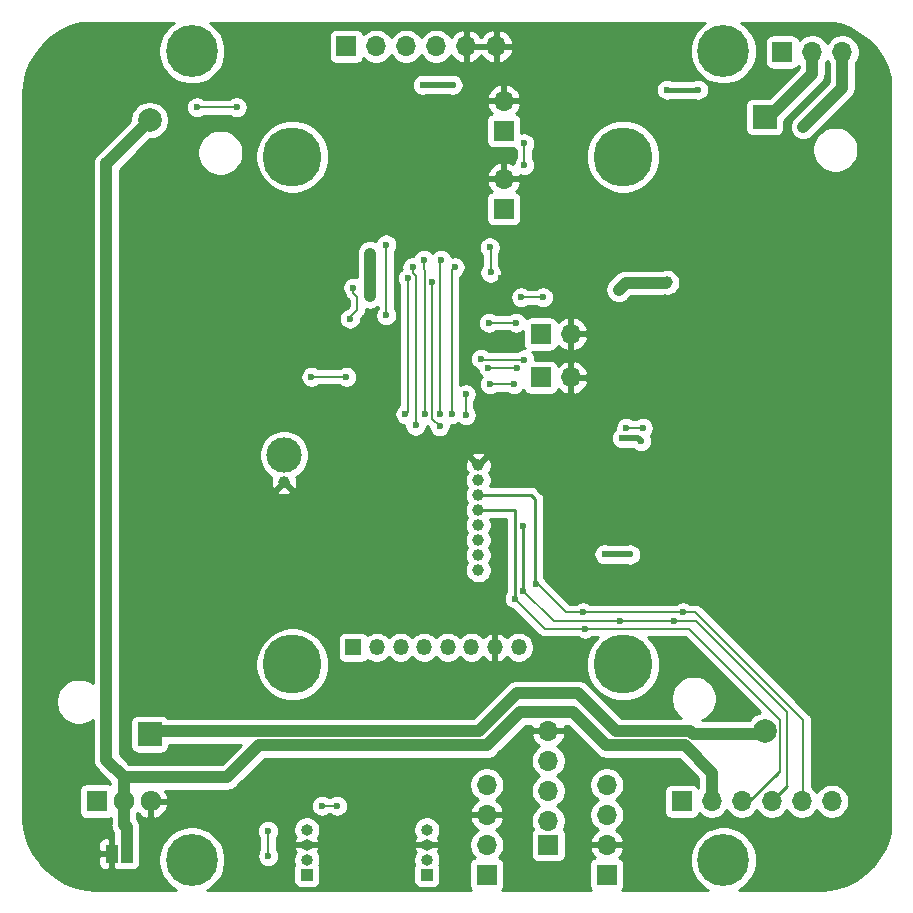
<source format=gbr>
G04 #@! TF.GenerationSoftware,KiCad,Pcbnew,5.1.12-84ad8e8a86~92~ubuntu18.04.1*
G04 #@! TF.CreationDate,2021-11-16T12:15:28+01:00*
G04 #@! TF.ProjectId,HB-UNI-SEN-BATT_ATMega1284P_E07-868MS10_FRAM_FUEL4EP,48422d55-4e49-42d5-9345-4e2d42415454,rev?*
G04 #@! TF.SameCoordinates,Original*
G04 #@! TF.FileFunction,Copper,L2,Bot*
G04 #@! TF.FilePolarity,Positive*
%FSLAX46Y46*%
G04 Gerber Fmt 4.6, Leading zero omitted, Abs format (unit mm)*
G04 Created by KiCad (PCBNEW 5.1.12-84ad8e8a86~92~ubuntu18.04.1) date 2021-11-16 12:15:28*
%MOMM*%
%LPD*%
G01*
G04 APERTURE LIST*
G04 #@! TA.AperFunction,ComponentPad*
%ADD10O,1.700000X1.700000*%
G04 #@! TD*
G04 #@! TA.AperFunction,ComponentPad*
%ADD11R,1.700000X1.700000*%
G04 #@! TD*
G04 #@! TA.AperFunction,ComponentPad*
%ADD12O,1.000000X1.000000*%
G04 #@! TD*
G04 #@! TA.AperFunction,ComponentPad*
%ADD13R,1.000000X1.000000*%
G04 #@! TD*
G04 #@! TA.AperFunction,ComponentPad*
%ADD14O,1.717500X1.800000*%
G04 #@! TD*
G04 #@! TA.AperFunction,ComponentPad*
%ADD15R,1.717500X1.800000*%
G04 #@! TD*
G04 #@! TA.AperFunction,ComponentPad*
%ADD16C,5.000000*%
G04 #@! TD*
G04 #@! TA.AperFunction,ComponentPad*
%ADD17O,1.350000X1.350000*%
G04 #@! TD*
G04 #@! TA.AperFunction,ComponentPad*
%ADD18R,1.350000X1.350000*%
G04 #@! TD*
G04 #@! TA.AperFunction,ComponentPad*
%ADD19R,2.000000X2.000000*%
G04 #@! TD*
G04 #@! TA.AperFunction,ComponentPad*
%ADD20C,2.000000*%
G04 #@! TD*
G04 #@! TA.AperFunction,ComponentPad*
%ADD21C,3.000000*%
G04 #@! TD*
G04 #@! TA.AperFunction,ComponentPad*
%ADD22C,1.000000*%
G04 #@! TD*
G04 #@! TA.AperFunction,ComponentPad*
%ADD23C,0.700000*%
G04 #@! TD*
G04 #@! TA.AperFunction,ComponentPad*
%ADD24C,4.400000*%
G04 #@! TD*
G04 #@! TA.AperFunction,SMDPad,CuDef*
%ADD25R,1.000000X1.500000*%
G04 #@! TD*
G04 #@! TA.AperFunction,ViaPad*
%ADD26C,0.600000*%
G04 #@! TD*
G04 #@! TA.AperFunction,ViaPad*
%ADD27C,1.000000*%
G04 #@! TD*
G04 #@! TA.AperFunction,Conductor*
%ADD28C,0.200000*%
G04 #@! TD*
G04 #@! TA.AperFunction,Conductor*
%ADD29C,0.250000*%
G04 #@! TD*
G04 #@! TA.AperFunction,Conductor*
%ADD30C,0.500000*%
G04 #@! TD*
G04 #@! TA.AperFunction,Conductor*
%ADD31C,1.000000*%
G04 #@! TD*
G04 #@! TA.AperFunction,Conductor*
%ADD32C,0.400000*%
G04 #@! TD*
G04 #@! TA.AperFunction,Conductor*
%ADD33C,0.254000*%
G04 #@! TD*
G04 #@! TA.AperFunction,Conductor*
%ADD34C,0.100000*%
G04 #@! TD*
G04 APERTURE END LIST*
D10*
X146177000Y-138811000D03*
X146177000Y-141351000D03*
X146177000Y-143891000D03*
X146177000Y-146431000D03*
D11*
X146177000Y-148471000D03*
D12*
X135890000Y-147193000D03*
X135890000Y-148463000D03*
X135890000Y-149733000D03*
D13*
X135890000Y-151003000D03*
D12*
X125730000Y-147190000D03*
X125730000Y-148460000D03*
X125730000Y-149730000D03*
D13*
X125730000Y-151000000D03*
D14*
X112530000Y-144780000D03*
X110240000Y-144780000D03*
D15*
X107950000Y-144780000D03*
D16*
X152510800Y-133200000D03*
X152510800Y-90200000D03*
X124510800Y-133200000D03*
X124510800Y-90200000D03*
D10*
X148082000Y-105219500D03*
D11*
X145542000Y-105219500D03*
D10*
X151130000Y-143380000D03*
X151130000Y-145920000D03*
X151130000Y-148460000D03*
D11*
X151130000Y-151000000D03*
D10*
X142400000Y-92075000D03*
D11*
X142400000Y-94615000D03*
D10*
X142400000Y-85471000D03*
D11*
X142400000Y-88011000D03*
D10*
X171069000Y-81343500D03*
X168529000Y-81343500D03*
D11*
X165989000Y-81343500D03*
D17*
X143667000Y-131750000D03*
X141667000Y-131750000D03*
X139667000Y-131750000D03*
X137667000Y-131750000D03*
X135667000Y-131750000D03*
X133667000Y-131750000D03*
X131667000Y-131750000D03*
D18*
X129667000Y-131750000D03*
D19*
X112420000Y-139100000D03*
D20*
X112420000Y-87110000D03*
D19*
X164490000Y-86860000D03*
D20*
X164490000Y-138850000D03*
D10*
X141770100Y-80860900D03*
X139230100Y-80860900D03*
X136690100Y-80860900D03*
X134150100Y-80860900D03*
X131610100Y-80860900D03*
D11*
X129070100Y-80860900D03*
D21*
X123800000Y-115470000D03*
D22*
X123800000Y-117750000D03*
X140260000Y-116310000D03*
X140260000Y-117580000D03*
X140260000Y-118850000D03*
X140260000Y-120120000D03*
X140260000Y-121390000D03*
X140260000Y-122660000D03*
X140260000Y-123930000D03*
X140260000Y-125200000D03*
D23*
X162272800Y-148477200D03*
X161000000Y-147950000D03*
X159727200Y-148477200D03*
X159200000Y-149750000D03*
X159727200Y-151022800D03*
X161000000Y-151550000D03*
X162272800Y-151022800D03*
X162800000Y-149750000D03*
D24*
X161000000Y-149750000D03*
D23*
X117272800Y-148477200D03*
X116000000Y-147950000D03*
X114727200Y-148477200D03*
X114200000Y-149750000D03*
X114727200Y-151022800D03*
X116000000Y-151550000D03*
X117272800Y-151022800D03*
X117800000Y-149750000D03*
D24*
X116000000Y-149750000D03*
D23*
X162272800Y-79977200D03*
X161000000Y-79450000D03*
X159727200Y-79977200D03*
X159200000Y-81250000D03*
X159727200Y-82522800D03*
X161000000Y-83050000D03*
X162272800Y-82522800D03*
X162800000Y-81250000D03*
D24*
X161000000Y-81250000D03*
D23*
X117272800Y-79977200D03*
X116000000Y-79450000D03*
X114727200Y-79977200D03*
X114200000Y-81250000D03*
X114727200Y-82522800D03*
X116000000Y-83050000D03*
X117272800Y-82522800D03*
X117800000Y-81250000D03*
D24*
X116000000Y-81250000D03*
D25*
X109200000Y-149225000D03*
X110500000Y-149225000D03*
D10*
X140970000Y-143383000D03*
X140970000Y-145923000D03*
X140970000Y-148463000D03*
D11*
X140970000Y-151003000D03*
D10*
X170180000Y-144780000D03*
X167640000Y-144780000D03*
X165100000Y-144780000D03*
X162560000Y-144780000D03*
X160020000Y-144780000D03*
D11*
X157480000Y-144780000D03*
D10*
X148082000Y-108902500D03*
D11*
X145542000Y-108902500D03*
D26*
X139065000Y-87376000D03*
X122809000Y-79629000D03*
X106172000Y-80391000D03*
X142176500Y-100520500D03*
X131572000Y-104330500D03*
X132651500Y-88519000D03*
X132651500Y-90106500D03*
X133416000Y-93220500D03*
X133822962Y-97551762D03*
X152878600Y-79625000D03*
D27*
X156083000Y-104013000D03*
X156083000Y-102362000D03*
X155956000Y-95123000D03*
X155956000Y-96520000D03*
X155956000Y-97790000D03*
D26*
X151003000Y-110744000D03*
X148272500Y-121856500D03*
X151003000Y-120396000D03*
X146431000Y-111379000D03*
X138239500Y-99568000D03*
X137998006Y-112014000D03*
X139192000Y-112077500D03*
X139192000Y-110318110D03*
X132461000Y-103645300D03*
X132461000Y-97645302D03*
X127000000Y-145161000D03*
X128298500Y-145161000D03*
X122450331Y-147297669D03*
X122469174Y-149437836D03*
X143446500Y-104267000D03*
X141160500Y-104267000D03*
X143510004Y-108140500D03*
X141097000Y-108077002D03*
X143891000Y-102108000D03*
X145732500Y-102108000D03*
X143340000Y-127630000D03*
X137096500Y-98933000D03*
X136969500Y-112014000D03*
X149288499Y-130175001D03*
X144070000Y-121490000D03*
X144070000Y-126960000D03*
X135763000Y-112014000D03*
X135636000Y-98933000D03*
X152273000Y-129540000D03*
X156845000Y-129540000D03*
X152781000Y-113157000D03*
X154178000Y-113156994D03*
X136969500Y-113030000D03*
X145097500Y-126365000D03*
X136345499Y-100838000D03*
X149098000Y-128778000D03*
X157607000Y-128778000D03*
X138074400Y-84124800D03*
X135534400Y-84124800D03*
X131064000Y-102108000D03*
X158851600Y-84531200D03*
X156235400Y-84531200D03*
X131082364Y-98406636D03*
X150939500Y-123863500D03*
X153098503Y-123888497D03*
X154050996Y-114300000D03*
X152400000Y-114046000D03*
D27*
X167779700Y-87680800D03*
X156210000Y-100838000D03*
X152146000Y-101473000D03*
D26*
X134683500Y-99568000D03*
X134937500Y-112966500D03*
X134274000Y-100495300D03*
X134073997Y-112014000D03*
X129679800Y-101295300D03*
X129382602Y-103922012D03*
X119800000Y-86018000D03*
X116420000Y-86018000D03*
X129089199Y-108845301D03*
X126117301Y-108845301D03*
X141287500Y-100012500D03*
X144145000Y-89090500D03*
X144145000Y-90932000D03*
X141220565Y-97891718D03*
X144145000Y-107380000D03*
X140462000Y-107315000D03*
X143256000Y-109474000D03*
X141224000Y-109474000D03*
D28*
X137998006Y-99809494D02*
X138239500Y-99568000D01*
X137998006Y-112014000D02*
X137998006Y-99809494D01*
X139192000Y-112077500D02*
X139192000Y-110318110D01*
X132461000Y-103645300D02*
X132461000Y-97645302D01*
X127000000Y-145161000D02*
X128143000Y-145161000D01*
X128143000Y-145161000D02*
X128298500Y-145161000D01*
X122450331Y-149418993D02*
X122469174Y-149437836D01*
X122450331Y-147297669D02*
X122450331Y-149418993D01*
X143446500Y-104267000D02*
X141160500Y-104267000D01*
X143510004Y-108140500D02*
X141160498Y-108140500D01*
X141160498Y-108140500D02*
X141097000Y-108077002D01*
X145732500Y-102108000D02*
X143891000Y-102108000D01*
D29*
X143340000Y-127630000D02*
X143340000Y-120110000D01*
X143345000Y-127635000D02*
X143340000Y-127630000D01*
X162560000Y-144780000D02*
X163195000Y-144780000D01*
X143340000Y-120110000D02*
X140220000Y-120110000D01*
X163195000Y-144780000D02*
X165608000Y-142367000D01*
X165608000Y-142367000D02*
X165735000Y-142240000D01*
D28*
X137096500Y-111887000D02*
X136969500Y-112014000D01*
X136969500Y-99060000D02*
X137096500Y-98933000D01*
X136969500Y-112014000D02*
X136969500Y-99060000D01*
X145885001Y-130175001D02*
X149288499Y-130175001D01*
X165608000Y-142367000D02*
X165790001Y-142184999D01*
X165790001Y-137883947D02*
X158081055Y-130175001D01*
X158081055Y-130175001D02*
X149288499Y-130175001D01*
X143340000Y-127630000D02*
X145885001Y-130175001D01*
X165790001Y-142184999D02*
X165790001Y-137883947D01*
D29*
X144090000Y-121510000D02*
X144070000Y-121490000D01*
X166370000Y-143510000D02*
X165100000Y-144780000D01*
X144070000Y-121490000D02*
X144070000Y-126960000D01*
D28*
X135745499Y-111996499D02*
X135763000Y-112014000D01*
X135745499Y-99867999D02*
X135745499Y-111996499D01*
X135636000Y-99758500D02*
X135745499Y-99867999D01*
X135636000Y-98933000D02*
X135636000Y-99758500D01*
X166370000Y-137193946D02*
X158716054Y-129540000D01*
X166370000Y-143510000D02*
X166370000Y-137193946D01*
X152273000Y-129540000D02*
X152273000Y-129540000D01*
X156845000Y-129540000D02*
X152273000Y-129540000D01*
X158716054Y-129540000D02*
X156845000Y-129540000D01*
X152273000Y-129540000D02*
X152243999Y-129510999D01*
X146620999Y-129510999D02*
X144070000Y-126960000D01*
X152243999Y-129510999D02*
X146620999Y-129510999D01*
X154177994Y-113157000D02*
X154178000Y-113156994D01*
X152781000Y-113157000D02*
X154177994Y-113157000D01*
D29*
X145080000Y-126170000D02*
X145080000Y-119210000D01*
X145080000Y-119210000D02*
X144700000Y-118830000D01*
X144700000Y-118830000D02*
X140280000Y-118830000D01*
D28*
X136969500Y-112902002D02*
X136969500Y-113030000D01*
X136369499Y-112429999D02*
X136969500Y-113030000D01*
X136369499Y-111732497D02*
X136369499Y-112429999D01*
X136363001Y-111725999D02*
X136369499Y-111732497D01*
X136363001Y-100855502D02*
X136363001Y-111725999D01*
X136345499Y-100838000D02*
X136363001Y-100855502D01*
X147688000Y-128778000D02*
X145080000Y-126170000D01*
X167767000Y-144653000D02*
X167767000Y-137922000D01*
X167767000Y-137922000D02*
X158623000Y-128778000D01*
X149098000Y-128778000D02*
X147688000Y-128778000D01*
X158623000Y-128778000D02*
X157607000Y-128778000D01*
X157607000Y-128778000D02*
X149098000Y-128778000D01*
D30*
X138074400Y-84124800D02*
X135534400Y-84124800D01*
D31*
X131082364Y-98406636D02*
X131082364Y-102026136D01*
D32*
X158851600Y-84531200D02*
X156235400Y-84531200D01*
D30*
X153073506Y-123863500D02*
X153098503Y-123888497D01*
X150939500Y-123863500D02*
X153073506Y-123863500D01*
X153796996Y-114046000D02*
X154050996Y-114300000D01*
X152400000Y-114046000D02*
X153796996Y-114046000D01*
D31*
X110490000Y-149220000D02*
X110485000Y-149225000D01*
X110500000Y-149225000D02*
X110500000Y-148707000D01*
X110240000Y-144780000D02*
X110240000Y-142740000D01*
X110240000Y-144823350D02*
X110250000Y-144833350D01*
X110240000Y-144780000D02*
X110240000Y-144823350D01*
X110250000Y-144833350D02*
X110250000Y-146750000D01*
X110500000Y-147000000D02*
X110250000Y-146750000D01*
X110500000Y-149225000D02*
X110500000Y-147000000D01*
X110240000Y-142740000D02*
X108750000Y-141250000D01*
X108750000Y-141250000D02*
X108750000Y-90779700D01*
X110240000Y-142740000D02*
X110250000Y-142750000D01*
X108750000Y-90779700D02*
X108800800Y-90779700D01*
X108800800Y-90779700D02*
X112458500Y-87122000D01*
X171069000Y-84391500D02*
X167779700Y-87680800D01*
X171069000Y-81343500D02*
X171069000Y-84391500D01*
X121696990Y-140050010D02*
X119007000Y-142740000D01*
X141000990Y-140050010D02*
X121696990Y-140050010D01*
X160020000Y-142354300D02*
X157715710Y-140050010D01*
X160020000Y-144805400D02*
X160020000Y-142354300D01*
X148309999Y-137260999D02*
X143790001Y-137260999D01*
X157715710Y-140050010D02*
X151099010Y-140050010D01*
X143790001Y-137260999D02*
X141000990Y-140050010D01*
X119007000Y-142740000D02*
X110240000Y-142740000D01*
X151099010Y-140050010D02*
X148309999Y-137260999D01*
X168529000Y-81343500D02*
X168529000Y-83185000D01*
X168529000Y-83185000D02*
X164592000Y-87122000D01*
X152146000Y-101473000D02*
X152717500Y-100901500D01*
D32*
X156146500Y-100901500D02*
X156210000Y-100838000D01*
D31*
X152717500Y-100901500D02*
X156146500Y-100901500D01*
D28*
X134937500Y-100270798D02*
X134937500Y-112966500D01*
X134683500Y-100016798D02*
X134937500Y-100270798D01*
X134683500Y-99568000D02*
X134683500Y-100016798D01*
X134274000Y-100495300D02*
X134273999Y-111725999D01*
X134273999Y-111725999D02*
X134273999Y-111813998D01*
X134273999Y-111813998D02*
X134073997Y-112014000D01*
X130013101Y-103183301D02*
X129246902Y-103949500D01*
X129679800Y-101295300D02*
X129679800Y-101719564D01*
X130013101Y-102052865D02*
X130013101Y-103183301D01*
X129679800Y-101719564D02*
X130013101Y-102052865D01*
X129246902Y-103949500D02*
X129355114Y-103949500D01*
X129355114Y-103949500D02*
X129382602Y-103922012D01*
X119800000Y-86018000D02*
X116420000Y-86018000D01*
X129089199Y-108845301D02*
X126117301Y-108845301D01*
X141287500Y-100012500D02*
X141287500Y-97980500D01*
X144145000Y-90932000D02*
X144145000Y-89090500D01*
D31*
X164490000Y-139050000D02*
X158412770Y-139050000D01*
X158412770Y-139050000D02*
X158212770Y-138850000D01*
X112673500Y-138850000D02*
X112458500Y-139065000D01*
X112609999Y-138850001D02*
X112522000Y-138938000D01*
X158212771Y-138850001D02*
X151931001Y-138850001D01*
X158412770Y-139050000D02*
X158212771Y-138850001D01*
X151931001Y-138850001D02*
X148717000Y-135636000D01*
X148717000Y-135636000D02*
X143510000Y-135636000D01*
X143510000Y-135636000D02*
X140295999Y-138850001D01*
X140295999Y-138850001D02*
X112609999Y-138850001D01*
D28*
X144145000Y-107380000D02*
X140527000Y-107380000D01*
X140527000Y-107380000D02*
X140462000Y-107315000D01*
X143256000Y-109474000D02*
X141224000Y-109474000D01*
D33*
X114192793Y-79047912D02*
X113797912Y-79442793D01*
X113487656Y-79907124D01*
X113273948Y-80423061D01*
X113165000Y-80970777D01*
X113165000Y-81529223D01*
X113273948Y-82076939D01*
X113487656Y-82592876D01*
X113797912Y-83057207D01*
X114192793Y-83452088D01*
X114657124Y-83762344D01*
X115173061Y-83976052D01*
X115720777Y-84085000D01*
X116279223Y-84085000D01*
X116542096Y-84032711D01*
X134599400Y-84032711D01*
X134599400Y-84216889D01*
X134635332Y-84397529D01*
X134705814Y-84567689D01*
X134808138Y-84720828D01*
X134938372Y-84851062D01*
X135091511Y-84953386D01*
X135261671Y-85023868D01*
X135442311Y-85059800D01*
X135626489Y-85059800D01*
X135807129Y-85023868D01*
X135841092Y-85009800D01*
X137767708Y-85009800D01*
X137801671Y-85023868D01*
X137982311Y-85059800D01*
X138166489Y-85059800D01*
X138347129Y-85023868D01*
X138517289Y-84953386D01*
X138670428Y-84851062D01*
X138800662Y-84720828D01*
X138902986Y-84567689D01*
X138973468Y-84397529D01*
X139009400Y-84216889D01*
X139009400Y-84032711D01*
X138973468Y-83852071D01*
X138902986Y-83681911D01*
X138800662Y-83528772D01*
X138670428Y-83398538D01*
X138517289Y-83296214D01*
X138347129Y-83225732D01*
X138166489Y-83189800D01*
X137982311Y-83189800D01*
X137801671Y-83225732D01*
X137767708Y-83239800D01*
X135841092Y-83239800D01*
X135807129Y-83225732D01*
X135626489Y-83189800D01*
X135442311Y-83189800D01*
X135261671Y-83225732D01*
X135091511Y-83296214D01*
X134938372Y-83398538D01*
X134808138Y-83528772D01*
X134705814Y-83681911D01*
X134635332Y-83852071D01*
X134599400Y-84032711D01*
X116542096Y-84032711D01*
X116826939Y-83976052D01*
X117342876Y-83762344D01*
X117807207Y-83452088D01*
X118202088Y-83057207D01*
X118512344Y-82592876D01*
X118726052Y-82076939D01*
X118835000Y-81529223D01*
X118835000Y-80970777D01*
X118726052Y-80423061D01*
X118555330Y-80010900D01*
X127582028Y-80010900D01*
X127582028Y-81710900D01*
X127594288Y-81835382D01*
X127630598Y-81955080D01*
X127689563Y-82065394D01*
X127768915Y-82162085D01*
X127865606Y-82241437D01*
X127975920Y-82300402D01*
X128095618Y-82336712D01*
X128220100Y-82348972D01*
X129920100Y-82348972D01*
X130044582Y-82336712D01*
X130164280Y-82300402D01*
X130274594Y-82241437D01*
X130371285Y-82162085D01*
X130450637Y-82065394D01*
X130509602Y-81955080D01*
X130531613Y-81882520D01*
X130663468Y-82014375D01*
X130906689Y-82176890D01*
X131176942Y-82288832D01*
X131463840Y-82345900D01*
X131756360Y-82345900D01*
X132043258Y-82288832D01*
X132313511Y-82176890D01*
X132556732Y-82014375D01*
X132763575Y-81807532D01*
X132880100Y-81633140D01*
X132996625Y-81807532D01*
X133203468Y-82014375D01*
X133446689Y-82176890D01*
X133716942Y-82288832D01*
X134003840Y-82345900D01*
X134296360Y-82345900D01*
X134583258Y-82288832D01*
X134853511Y-82176890D01*
X135096732Y-82014375D01*
X135303575Y-81807532D01*
X135420100Y-81633140D01*
X135536625Y-81807532D01*
X135743468Y-82014375D01*
X135986689Y-82176890D01*
X136256942Y-82288832D01*
X136543840Y-82345900D01*
X136836360Y-82345900D01*
X137123258Y-82288832D01*
X137393511Y-82176890D01*
X137636732Y-82014375D01*
X137843575Y-81807532D01*
X137965295Y-81625366D01*
X138034922Y-81742255D01*
X138229831Y-81958488D01*
X138463180Y-82132541D01*
X138726001Y-82257725D01*
X138873210Y-82302376D01*
X139103100Y-82181055D01*
X139103100Y-80987900D01*
X139357100Y-80987900D01*
X139357100Y-82181055D01*
X139586990Y-82302376D01*
X139734199Y-82257725D01*
X139997020Y-82132541D01*
X140230369Y-81958488D01*
X140425278Y-81742255D01*
X140500100Y-81616645D01*
X140574922Y-81742255D01*
X140769831Y-81958488D01*
X141003180Y-82132541D01*
X141266001Y-82257725D01*
X141413210Y-82302376D01*
X141643100Y-82181055D01*
X141643100Y-80987900D01*
X141897100Y-80987900D01*
X141897100Y-82181055D01*
X142126990Y-82302376D01*
X142274199Y-82257725D01*
X142537020Y-82132541D01*
X142770369Y-81958488D01*
X142965278Y-81742255D01*
X143114257Y-81492152D01*
X143211581Y-81217791D01*
X143090914Y-80987900D01*
X141897100Y-80987900D01*
X141643100Y-80987900D01*
X139357100Y-80987900D01*
X139103100Y-80987900D01*
X139083100Y-80987900D01*
X139083100Y-80733900D01*
X139103100Y-80733900D01*
X139103100Y-79540745D01*
X139357100Y-79540745D01*
X139357100Y-80733900D01*
X141643100Y-80733900D01*
X141643100Y-79540745D01*
X141897100Y-79540745D01*
X141897100Y-80733900D01*
X143090914Y-80733900D01*
X143211581Y-80504009D01*
X143114257Y-80229648D01*
X142965278Y-79979545D01*
X142770369Y-79763312D01*
X142537020Y-79589259D01*
X142274199Y-79464075D01*
X142126990Y-79419424D01*
X141897100Y-79540745D01*
X141643100Y-79540745D01*
X141413210Y-79419424D01*
X141266001Y-79464075D01*
X141003180Y-79589259D01*
X140769831Y-79763312D01*
X140574922Y-79979545D01*
X140500100Y-80105155D01*
X140425278Y-79979545D01*
X140230369Y-79763312D01*
X139997020Y-79589259D01*
X139734199Y-79464075D01*
X139586990Y-79419424D01*
X139357100Y-79540745D01*
X139103100Y-79540745D01*
X138873210Y-79419424D01*
X138726001Y-79464075D01*
X138463180Y-79589259D01*
X138229831Y-79763312D01*
X138034922Y-79979545D01*
X137965295Y-80096434D01*
X137843575Y-79914268D01*
X137636732Y-79707425D01*
X137393511Y-79544910D01*
X137123258Y-79432968D01*
X136836360Y-79375900D01*
X136543840Y-79375900D01*
X136256942Y-79432968D01*
X135986689Y-79544910D01*
X135743468Y-79707425D01*
X135536625Y-79914268D01*
X135420100Y-80088660D01*
X135303575Y-79914268D01*
X135096732Y-79707425D01*
X134853511Y-79544910D01*
X134583258Y-79432968D01*
X134296360Y-79375900D01*
X134003840Y-79375900D01*
X133716942Y-79432968D01*
X133446689Y-79544910D01*
X133203468Y-79707425D01*
X132996625Y-79914268D01*
X132880100Y-80088660D01*
X132763575Y-79914268D01*
X132556732Y-79707425D01*
X132313511Y-79544910D01*
X132043258Y-79432968D01*
X131756360Y-79375900D01*
X131463840Y-79375900D01*
X131176942Y-79432968D01*
X130906689Y-79544910D01*
X130663468Y-79707425D01*
X130531613Y-79839280D01*
X130509602Y-79766720D01*
X130450637Y-79656406D01*
X130371285Y-79559715D01*
X130274594Y-79480363D01*
X130164280Y-79421398D01*
X130044582Y-79385088D01*
X129920100Y-79372828D01*
X128220100Y-79372828D01*
X128095618Y-79385088D01*
X127975920Y-79421398D01*
X127865606Y-79480363D01*
X127768915Y-79559715D01*
X127689563Y-79656406D01*
X127630598Y-79766720D01*
X127594288Y-79886418D01*
X127582028Y-80010900D01*
X118555330Y-80010900D01*
X118512344Y-79907124D01*
X118202088Y-79442793D01*
X117807207Y-79047912D01*
X117536453Y-78867000D01*
X159463547Y-78867000D01*
X159192793Y-79047912D01*
X158797912Y-79442793D01*
X158487656Y-79907124D01*
X158273948Y-80423061D01*
X158165000Y-80970777D01*
X158165000Y-81529223D01*
X158273948Y-82076939D01*
X158487656Y-82592876D01*
X158797912Y-83057207D01*
X159192793Y-83452088D01*
X159657124Y-83762344D01*
X160173061Y-83976052D01*
X160720777Y-84085000D01*
X161279223Y-84085000D01*
X161826939Y-83976052D01*
X162342876Y-83762344D01*
X162807207Y-83452088D01*
X163202088Y-83057207D01*
X163512344Y-82592876D01*
X163726052Y-82076939D01*
X163835000Y-81529223D01*
X163835000Y-80970777D01*
X163726052Y-80423061D01*
X163512344Y-79907124D01*
X163202088Y-79442793D01*
X162807207Y-79047912D01*
X162536453Y-78867000D01*
X170309380Y-78867000D01*
X170838443Y-78986715D01*
X171707075Y-79324507D01*
X172516227Y-79786976D01*
X173248141Y-80363971D01*
X173886727Y-81042806D01*
X174417960Y-81808576D01*
X174830172Y-82644459D01*
X175114303Y-83532086D01*
X175133000Y-83646890D01*
X175133000Y-147309380D01*
X175013285Y-147838443D01*
X174675493Y-148707075D01*
X174213024Y-149516227D01*
X173636029Y-150248141D01*
X172957194Y-150886727D01*
X172191421Y-151417962D01*
X171355541Y-151830172D01*
X170467913Y-152114303D01*
X169537290Y-152265865D01*
X169373873Y-152273000D01*
X162317150Y-152273000D01*
X162342876Y-152262344D01*
X162807207Y-151952088D01*
X163202088Y-151557207D01*
X163512344Y-151092876D01*
X163726052Y-150576939D01*
X163835000Y-150029223D01*
X163835000Y-149470777D01*
X163726052Y-148923061D01*
X163512344Y-148407124D01*
X163202088Y-147942793D01*
X162807207Y-147547912D01*
X162342876Y-147237656D01*
X161826939Y-147023948D01*
X161279223Y-146915000D01*
X160720777Y-146915000D01*
X160173061Y-147023948D01*
X159657124Y-147237656D01*
X159192793Y-147547912D01*
X158797912Y-147942793D01*
X158487656Y-148407124D01*
X158273948Y-148923061D01*
X158165000Y-149470777D01*
X158165000Y-150029223D01*
X158273948Y-150576939D01*
X158487656Y-151092876D01*
X158797912Y-151557207D01*
X159192793Y-151952088D01*
X159657124Y-152262344D01*
X159682850Y-152273000D01*
X152454316Y-152273000D01*
X152510537Y-152204494D01*
X152569502Y-152094180D01*
X152605812Y-151974482D01*
X152618072Y-151850000D01*
X152618072Y-150150000D01*
X152605812Y-150025518D01*
X152569502Y-149905820D01*
X152510537Y-149795506D01*
X152431185Y-149698815D01*
X152334494Y-149619463D01*
X152224180Y-149560498D01*
X152143534Y-149536034D01*
X152227588Y-149460269D01*
X152401641Y-149226920D01*
X152526825Y-148964099D01*
X152571476Y-148816890D01*
X152450155Y-148587000D01*
X151257000Y-148587000D01*
X151257000Y-148607000D01*
X151003000Y-148607000D01*
X151003000Y-148587000D01*
X149809845Y-148587000D01*
X149688524Y-148816890D01*
X149733175Y-148964099D01*
X149858359Y-149226920D01*
X150032412Y-149460269D01*
X150116466Y-149536034D01*
X150035820Y-149560498D01*
X149925506Y-149619463D01*
X149828815Y-149698815D01*
X149749463Y-149795506D01*
X149690498Y-149905820D01*
X149654188Y-150025518D01*
X149641928Y-150150000D01*
X149641928Y-151850000D01*
X149654188Y-151974482D01*
X149690498Y-152094180D01*
X149749463Y-152204494D01*
X149805684Y-152273000D01*
X142296778Y-152273000D01*
X142350537Y-152207494D01*
X142409502Y-152097180D01*
X142445812Y-151977482D01*
X142458072Y-151853000D01*
X142458072Y-150153000D01*
X142445812Y-150028518D01*
X142409502Y-149908820D01*
X142350537Y-149798506D01*
X142271185Y-149701815D01*
X142174494Y-149622463D01*
X142064180Y-149563498D01*
X141991620Y-149541487D01*
X142123475Y-149409632D01*
X142285990Y-149166411D01*
X142397932Y-148896158D01*
X142455000Y-148609260D01*
X142455000Y-148316740D01*
X142397932Y-148029842D01*
X142285990Y-147759589D01*
X142193388Y-147621000D01*
X144688928Y-147621000D01*
X144688928Y-149321000D01*
X144701188Y-149445482D01*
X144737498Y-149565180D01*
X144796463Y-149675494D01*
X144875815Y-149772185D01*
X144972506Y-149851537D01*
X145082820Y-149910502D01*
X145202518Y-149946812D01*
X145327000Y-149959072D01*
X147027000Y-149959072D01*
X147151482Y-149946812D01*
X147271180Y-149910502D01*
X147381494Y-149851537D01*
X147478185Y-149772185D01*
X147557537Y-149675494D01*
X147616502Y-149565180D01*
X147652812Y-149445482D01*
X147665072Y-149321000D01*
X147665072Y-147621000D01*
X147652812Y-147496518D01*
X147616502Y-147376820D01*
X147557537Y-147266506D01*
X147478185Y-147169815D01*
X147472469Y-147165124D01*
X147492990Y-147134411D01*
X147604932Y-146864158D01*
X147662000Y-146577260D01*
X147662000Y-146284740D01*
X147604932Y-145997842D01*
X147492990Y-145727589D01*
X147330475Y-145484368D01*
X147123632Y-145277525D01*
X146949240Y-145161000D01*
X147123632Y-145044475D01*
X147330475Y-144837632D01*
X147492990Y-144594411D01*
X147604932Y-144324158D01*
X147662000Y-144037260D01*
X147662000Y-143744740D01*
X147604932Y-143457842D01*
X147512107Y-143233740D01*
X149645000Y-143233740D01*
X149645000Y-143526260D01*
X149702068Y-143813158D01*
X149814010Y-144083411D01*
X149976525Y-144326632D01*
X150183368Y-144533475D01*
X150357760Y-144650000D01*
X150183368Y-144766525D01*
X149976525Y-144973368D01*
X149814010Y-145216589D01*
X149702068Y-145486842D01*
X149645000Y-145773740D01*
X149645000Y-146066260D01*
X149702068Y-146353158D01*
X149814010Y-146623411D01*
X149976525Y-146866632D01*
X150183368Y-147073475D01*
X150365534Y-147195195D01*
X150248645Y-147264822D01*
X150032412Y-147459731D01*
X149858359Y-147693080D01*
X149733175Y-147955901D01*
X149688524Y-148103110D01*
X149809845Y-148333000D01*
X151003000Y-148333000D01*
X151003000Y-148313000D01*
X151257000Y-148313000D01*
X151257000Y-148333000D01*
X152450155Y-148333000D01*
X152571476Y-148103110D01*
X152526825Y-147955901D01*
X152401641Y-147693080D01*
X152227588Y-147459731D01*
X152011355Y-147264822D01*
X151894466Y-147195195D01*
X152076632Y-147073475D01*
X152283475Y-146866632D01*
X152445990Y-146623411D01*
X152557932Y-146353158D01*
X152615000Y-146066260D01*
X152615000Y-145773740D01*
X152557932Y-145486842D01*
X152445990Y-145216589D01*
X152283475Y-144973368D01*
X152076632Y-144766525D01*
X151902240Y-144650000D01*
X152076632Y-144533475D01*
X152283475Y-144326632D01*
X152445990Y-144083411D01*
X152557932Y-143813158D01*
X152615000Y-143526260D01*
X152615000Y-143233740D01*
X152557932Y-142946842D01*
X152445990Y-142676589D01*
X152283475Y-142433368D01*
X152076632Y-142226525D01*
X151833411Y-142064010D01*
X151563158Y-141952068D01*
X151276260Y-141895000D01*
X150983740Y-141895000D01*
X150696842Y-141952068D01*
X150426589Y-142064010D01*
X150183368Y-142226525D01*
X149976525Y-142433368D01*
X149814010Y-142676589D01*
X149702068Y-142946842D01*
X149645000Y-143233740D01*
X147512107Y-143233740D01*
X147492990Y-143187589D01*
X147330475Y-142944368D01*
X147123632Y-142737525D01*
X146949240Y-142621000D01*
X147123632Y-142504475D01*
X147330475Y-142297632D01*
X147492990Y-142054411D01*
X147604932Y-141784158D01*
X147662000Y-141497260D01*
X147662000Y-141204740D01*
X147604932Y-140917842D01*
X147492990Y-140647589D01*
X147330475Y-140404368D01*
X147123632Y-140197525D01*
X146941466Y-140075805D01*
X147058355Y-140006178D01*
X147274588Y-139811269D01*
X147448641Y-139577920D01*
X147573825Y-139315099D01*
X147618476Y-139167890D01*
X147497155Y-138938000D01*
X146304000Y-138938000D01*
X146304000Y-138958000D01*
X146050000Y-138958000D01*
X146050000Y-138938000D01*
X144856845Y-138938000D01*
X144735524Y-139167890D01*
X144780175Y-139315099D01*
X144905359Y-139577920D01*
X145079412Y-139811269D01*
X145295645Y-140006178D01*
X145412534Y-140075805D01*
X145230368Y-140197525D01*
X145023525Y-140404368D01*
X144861010Y-140647589D01*
X144749068Y-140917842D01*
X144692000Y-141204740D01*
X144692000Y-141497260D01*
X144749068Y-141784158D01*
X144861010Y-142054411D01*
X145023525Y-142297632D01*
X145230368Y-142504475D01*
X145404760Y-142621000D01*
X145230368Y-142737525D01*
X145023525Y-142944368D01*
X144861010Y-143187589D01*
X144749068Y-143457842D01*
X144692000Y-143744740D01*
X144692000Y-144037260D01*
X144749068Y-144324158D01*
X144861010Y-144594411D01*
X145023525Y-144837632D01*
X145230368Y-145044475D01*
X145404760Y-145161000D01*
X145230368Y-145277525D01*
X145023525Y-145484368D01*
X144861010Y-145727589D01*
X144749068Y-145997842D01*
X144692000Y-146284740D01*
X144692000Y-146577260D01*
X144749068Y-146864158D01*
X144861010Y-147134411D01*
X144881531Y-147165124D01*
X144875815Y-147169815D01*
X144796463Y-147266506D01*
X144737498Y-147376820D01*
X144701188Y-147496518D01*
X144688928Y-147621000D01*
X142193388Y-147621000D01*
X142123475Y-147516368D01*
X141916632Y-147309525D01*
X141734466Y-147187805D01*
X141851355Y-147118178D01*
X142067588Y-146923269D01*
X142241641Y-146689920D01*
X142366825Y-146427099D01*
X142411476Y-146279890D01*
X142290155Y-146050000D01*
X141097000Y-146050000D01*
X141097000Y-146070000D01*
X140843000Y-146070000D01*
X140843000Y-146050000D01*
X139649845Y-146050000D01*
X139528524Y-146279890D01*
X139573175Y-146427099D01*
X139698359Y-146689920D01*
X139872412Y-146923269D01*
X140088645Y-147118178D01*
X140205534Y-147187805D01*
X140023368Y-147309525D01*
X139816525Y-147516368D01*
X139654010Y-147759589D01*
X139542068Y-148029842D01*
X139485000Y-148316740D01*
X139485000Y-148609260D01*
X139542068Y-148896158D01*
X139654010Y-149166411D01*
X139816525Y-149409632D01*
X139948380Y-149541487D01*
X139875820Y-149563498D01*
X139765506Y-149622463D01*
X139668815Y-149701815D01*
X139589463Y-149798506D01*
X139530498Y-149908820D01*
X139494188Y-150028518D01*
X139481928Y-150153000D01*
X139481928Y-151853000D01*
X139494188Y-151977482D01*
X139530498Y-152097180D01*
X139589463Y-152207494D01*
X139643222Y-152273000D01*
X117317150Y-152273000D01*
X117342876Y-152262344D01*
X117807207Y-151952088D01*
X118202088Y-151557207D01*
X118512344Y-151092876D01*
X118726052Y-150576939D01*
X118741356Y-150500000D01*
X124591928Y-150500000D01*
X124591928Y-151500000D01*
X124604188Y-151624482D01*
X124640498Y-151744180D01*
X124699463Y-151854494D01*
X124778815Y-151951185D01*
X124875506Y-152030537D01*
X124985820Y-152089502D01*
X125105518Y-152125812D01*
X125230000Y-152138072D01*
X126230000Y-152138072D01*
X126354482Y-152125812D01*
X126474180Y-152089502D01*
X126584494Y-152030537D01*
X126681185Y-151951185D01*
X126760537Y-151854494D01*
X126819502Y-151744180D01*
X126855812Y-151624482D01*
X126868072Y-151500000D01*
X126868072Y-150503000D01*
X134751928Y-150503000D01*
X134751928Y-151503000D01*
X134764188Y-151627482D01*
X134800498Y-151747180D01*
X134859463Y-151857494D01*
X134938815Y-151954185D01*
X135035506Y-152033537D01*
X135145820Y-152092502D01*
X135265518Y-152128812D01*
X135390000Y-152141072D01*
X136390000Y-152141072D01*
X136514482Y-152128812D01*
X136634180Y-152092502D01*
X136744494Y-152033537D01*
X136841185Y-151954185D01*
X136920537Y-151857494D01*
X136979502Y-151747180D01*
X137015812Y-151627482D01*
X137028072Y-151503000D01*
X137028072Y-150503000D01*
X137015812Y-150378518D01*
X136979502Y-150258820D01*
X136935112Y-150175774D01*
X136981383Y-150064067D01*
X137025000Y-149844788D01*
X137025000Y-149621212D01*
X136981383Y-149401933D01*
X136895824Y-149195376D01*
X136827647Y-149093342D01*
X136877123Y-149023206D01*
X136967446Y-148819864D01*
X136984119Y-148764874D01*
X136857954Y-148590000D01*
X136017000Y-148590000D01*
X136017000Y-148601026D01*
X136001788Y-148598000D01*
X135778212Y-148598000D01*
X135763000Y-148601026D01*
X135763000Y-148590000D01*
X134922046Y-148590000D01*
X134795881Y-148764874D01*
X134812554Y-148819864D01*
X134902877Y-149023206D01*
X134952353Y-149093342D01*
X134884176Y-149195376D01*
X134798617Y-149401933D01*
X134755000Y-149621212D01*
X134755000Y-149844788D01*
X134798617Y-150064067D01*
X134844888Y-150175774D01*
X134800498Y-150258820D01*
X134764188Y-150378518D01*
X134751928Y-150503000D01*
X126868072Y-150503000D01*
X126868072Y-150500000D01*
X126855812Y-150375518D01*
X126819502Y-150255820D01*
X126775112Y-150172774D01*
X126821383Y-150061067D01*
X126865000Y-149841788D01*
X126865000Y-149618212D01*
X126821383Y-149398933D01*
X126735824Y-149192376D01*
X126667647Y-149090342D01*
X126717123Y-149020206D01*
X126807446Y-148816864D01*
X126824119Y-148761874D01*
X126697954Y-148587000D01*
X125857000Y-148587000D01*
X125857000Y-148598026D01*
X125841788Y-148595000D01*
X125618212Y-148595000D01*
X125603000Y-148598026D01*
X125603000Y-148587000D01*
X124762046Y-148587000D01*
X124635881Y-148761874D01*
X124652554Y-148816864D01*
X124742877Y-149020206D01*
X124792353Y-149090342D01*
X124724176Y-149192376D01*
X124638617Y-149398933D01*
X124595000Y-149618212D01*
X124595000Y-149841788D01*
X124638617Y-150061067D01*
X124684888Y-150172774D01*
X124640498Y-150255820D01*
X124604188Y-150375518D01*
X124591928Y-150500000D01*
X118741356Y-150500000D01*
X118835000Y-150029223D01*
X118835000Y-149470777D01*
X118726052Y-148923061D01*
X118512344Y-148407124D01*
X118202088Y-147942793D01*
X117807207Y-147547912D01*
X117342876Y-147237656D01*
X117265438Y-147205580D01*
X121515331Y-147205580D01*
X121515331Y-147389758D01*
X121551263Y-147570398D01*
X121621745Y-147740558D01*
X121715331Y-147880620D01*
X121715332Y-148883085D01*
X121640588Y-148994947D01*
X121570106Y-149165107D01*
X121534174Y-149345747D01*
X121534174Y-149529925D01*
X121570106Y-149710565D01*
X121640588Y-149880725D01*
X121742912Y-150033864D01*
X121873146Y-150164098D01*
X122026285Y-150266422D01*
X122196445Y-150336904D01*
X122377085Y-150372836D01*
X122561263Y-150372836D01*
X122741903Y-150336904D01*
X122912063Y-150266422D01*
X123065202Y-150164098D01*
X123195436Y-150033864D01*
X123297760Y-149880725D01*
X123368242Y-149710565D01*
X123404174Y-149529925D01*
X123404174Y-149345747D01*
X123368242Y-149165107D01*
X123297760Y-148994947D01*
X123195436Y-148841808D01*
X123185331Y-148831703D01*
X123185331Y-147880620D01*
X123278917Y-147740558D01*
X123349399Y-147570398D01*
X123385331Y-147389758D01*
X123385331Y-147205580D01*
X123359996Y-147078212D01*
X124595000Y-147078212D01*
X124595000Y-147301788D01*
X124638617Y-147521067D01*
X124724176Y-147727624D01*
X124792353Y-147829658D01*
X124742877Y-147899794D01*
X124652554Y-148103136D01*
X124635881Y-148158126D01*
X124762046Y-148333000D01*
X125603000Y-148333000D01*
X125603000Y-148321974D01*
X125618212Y-148325000D01*
X125841788Y-148325000D01*
X125857000Y-148321974D01*
X125857000Y-148333000D01*
X126697954Y-148333000D01*
X126824119Y-148158126D01*
X126807446Y-148103136D01*
X126717123Y-147899794D01*
X126667647Y-147829658D01*
X126735824Y-147727624D01*
X126821383Y-147521067D01*
X126865000Y-147301788D01*
X126865000Y-147081212D01*
X134755000Y-147081212D01*
X134755000Y-147304788D01*
X134798617Y-147524067D01*
X134884176Y-147730624D01*
X134952353Y-147832658D01*
X134902877Y-147902794D01*
X134812554Y-148106136D01*
X134795881Y-148161126D01*
X134922046Y-148336000D01*
X135763000Y-148336000D01*
X135763000Y-148324974D01*
X135778212Y-148328000D01*
X136001788Y-148328000D01*
X136017000Y-148324974D01*
X136017000Y-148336000D01*
X136857954Y-148336000D01*
X136984119Y-148161126D01*
X136967446Y-148106136D01*
X136877123Y-147902794D01*
X136827647Y-147832658D01*
X136895824Y-147730624D01*
X136981383Y-147524067D01*
X137025000Y-147304788D01*
X137025000Y-147081212D01*
X136981383Y-146861933D01*
X136895824Y-146655376D01*
X136771612Y-146469480D01*
X136613520Y-146311388D01*
X136427624Y-146187176D01*
X136221067Y-146101617D01*
X136001788Y-146058000D01*
X135778212Y-146058000D01*
X135558933Y-146101617D01*
X135352376Y-146187176D01*
X135166480Y-146311388D01*
X135008388Y-146469480D01*
X134884176Y-146655376D01*
X134798617Y-146861933D01*
X134755000Y-147081212D01*
X126865000Y-147081212D01*
X126865000Y-147078212D01*
X126821383Y-146858933D01*
X126735824Y-146652376D01*
X126611612Y-146466480D01*
X126453520Y-146308388D01*
X126267624Y-146184176D01*
X126061067Y-146098617D01*
X125841788Y-146055000D01*
X125618212Y-146055000D01*
X125398933Y-146098617D01*
X125192376Y-146184176D01*
X125006480Y-146308388D01*
X124848388Y-146466480D01*
X124724176Y-146652376D01*
X124638617Y-146858933D01*
X124595000Y-147078212D01*
X123359996Y-147078212D01*
X123349399Y-147024940D01*
X123278917Y-146854780D01*
X123176593Y-146701641D01*
X123046359Y-146571407D01*
X122893220Y-146469083D01*
X122723060Y-146398601D01*
X122542420Y-146362669D01*
X122358242Y-146362669D01*
X122177602Y-146398601D01*
X122007442Y-146469083D01*
X121854303Y-146571407D01*
X121724069Y-146701641D01*
X121621745Y-146854780D01*
X121551263Y-147024940D01*
X121515331Y-147205580D01*
X117265438Y-147205580D01*
X116826939Y-147023948D01*
X116279223Y-146915000D01*
X115720777Y-146915000D01*
X115173061Y-147023948D01*
X114657124Y-147237656D01*
X114192793Y-147547912D01*
X113797912Y-147942793D01*
X113487656Y-148407124D01*
X113273948Y-148923061D01*
X113165000Y-149470777D01*
X113165000Y-150029223D01*
X113273948Y-150576939D01*
X113487656Y-151092876D01*
X113797912Y-151557207D01*
X114192793Y-151952088D01*
X114657124Y-152262344D01*
X114682850Y-152273000D01*
X107797587Y-152273000D01*
X107070565Y-152218973D01*
X106161557Y-152013285D01*
X105292925Y-151675493D01*
X104483773Y-151213024D01*
X103751859Y-150636029D01*
X103130024Y-149975000D01*
X108061928Y-149975000D01*
X108074188Y-150099482D01*
X108110498Y-150219180D01*
X108169463Y-150329494D01*
X108248815Y-150426185D01*
X108345506Y-150505537D01*
X108455820Y-150564502D01*
X108575518Y-150600812D01*
X108700000Y-150613072D01*
X108914250Y-150610000D01*
X109073000Y-150451250D01*
X109073000Y-149352000D01*
X108223750Y-149352000D01*
X108065000Y-149510750D01*
X108061928Y-149975000D01*
X103130024Y-149975000D01*
X103113273Y-149957194D01*
X102582038Y-149191421D01*
X102228739Y-148475000D01*
X108061928Y-148475000D01*
X108065000Y-148939250D01*
X108223750Y-149098000D01*
X109073000Y-149098000D01*
X109073000Y-147998750D01*
X108914250Y-147840000D01*
X108700000Y-147836928D01*
X108575518Y-147849188D01*
X108455820Y-147885498D01*
X108345506Y-147944463D01*
X108248815Y-148023815D01*
X108169463Y-148120506D01*
X108110498Y-148230820D01*
X108074188Y-148350518D01*
X108061928Y-148475000D01*
X102228739Y-148475000D01*
X102169828Y-148355541D01*
X101885697Y-147467913D01*
X101734135Y-146537290D01*
X101727000Y-146373873D01*
X101727000Y-136157449D01*
X104470000Y-136157449D01*
X104470000Y-136542551D01*
X104545130Y-136920252D01*
X104692502Y-137276040D01*
X104906453Y-137596240D01*
X105178760Y-137868547D01*
X105498960Y-138082498D01*
X105854748Y-138229870D01*
X106232449Y-138305000D01*
X106617551Y-138305000D01*
X106995252Y-138229870D01*
X107351040Y-138082498D01*
X107615000Y-137906125D01*
X107615000Y-141194249D01*
X107609509Y-141250000D01*
X107615000Y-141305751D01*
X107631423Y-141472498D01*
X107696324Y-141686446D01*
X107801716Y-141883623D01*
X107943551Y-142056449D01*
X107986865Y-142091996D01*
X109105001Y-143210133D01*
X109105001Y-143318331D01*
X109052930Y-143290498D01*
X108933232Y-143254188D01*
X108808750Y-143241928D01*
X107091250Y-143241928D01*
X106966768Y-143254188D01*
X106847070Y-143290498D01*
X106736756Y-143349463D01*
X106640065Y-143428815D01*
X106560713Y-143525506D01*
X106501748Y-143635820D01*
X106465438Y-143755518D01*
X106453178Y-143880000D01*
X106453178Y-145680000D01*
X106465438Y-145804482D01*
X106501748Y-145924180D01*
X106560713Y-146034494D01*
X106640065Y-146131185D01*
X106736756Y-146210537D01*
X106847070Y-146269502D01*
X106966768Y-146305812D01*
X107091250Y-146318072D01*
X108808750Y-146318072D01*
X108933232Y-146305812D01*
X109052930Y-146269502D01*
X109115001Y-146236324D01*
X109115001Y-146694239D01*
X109109509Y-146750000D01*
X109131423Y-146972498D01*
X109196324Y-147186446D01*
X109236476Y-147261565D01*
X109301717Y-147383623D01*
X109365001Y-147460734D01*
X109365001Y-147960749D01*
X109327000Y-147998750D01*
X109327000Y-149098000D01*
X109347000Y-149098000D01*
X109347000Y-149199708D01*
X109344509Y-149225000D01*
X109347000Y-149250292D01*
X109347000Y-149352000D01*
X109327000Y-149352000D01*
X109327000Y-150451250D01*
X109485750Y-150610000D01*
X109700000Y-150613072D01*
X109824482Y-150600812D01*
X109850000Y-150593071D01*
X109875518Y-150600812D01*
X110000000Y-150613072D01*
X111000000Y-150613072D01*
X111124482Y-150600812D01*
X111244180Y-150564502D01*
X111354494Y-150505537D01*
X111451185Y-150426185D01*
X111530537Y-150329494D01*
X111589502Y-150219180D01*
X111625812Y-150099482D01*
X111638072Y-149975000D01*
X111638072Y-148475000D01*
X111635000Y-148443808D01*
X111635000Y-147055741D01*
X111640490Y-146999999D01*
X111635000Y-146944257D01*
X111635000Y-146944248D01*
X111618577Y-146777501D01*
X111553676Y-146563553D01*
X111448284Y-146366377D01*
X111385000Y-146289265D01*
X111385000Y-145780674D01*
X111390413Y-145774078D01*
X111493990Y-145895702D01*
X111723512Y-146077172D01*
X111984027Y-146210378D01*
X112171736Y-146271400D01*
X112403000Y-146150195D01*
X112403000Y-144907000D01*
X112657000Y-144907000D01*
X112657000Y-146150195D01*
X112888264Y-146271400D01*
X113075973Y-146210378D01*
X113336488Y-146077172D01*
X113566010Y-145895702D01*
X113755718Y-145672941D01*
X113898323Y-145417450D01*
X113988344Y-145139048D01*
X113949962Y-145068911D01*
X126065000Y-145068911D01*
X126065000Y-145253089D01*
X126100932Y-145433729D01*
X126171414Y-145603889D01*
X126273738Y-145757028D01*
X126403972Y-145887262D01*
X126557111Y-145989586D01*
X126727271Y-146060068D01*
X126907911Y-146096000D01*
X127092089Y-146096000D01*
X127272729Y-146060068D01*
X127442889Y-145989586D01*
X127582951Y-145896000D01*
X127715549Y-145896000D01*
X127855611Y-145989586D01*
X128025771Y-146060068D01*
X128206411Y-146096000D01*
X128390589Y-146096000D01*
X128571229Y-146060068D01*
X128741389Y-145989586D01*
X128894528Y-145887262D01*
X129024762Y-145757028D01*
X129127086Y-145603889D01*
X129197568Y-145433729D01*
X129233500Y-145253089D01*
X129233500Y-145068911D01*
X129197568Y-144888271D01*
X129127086Y-144718111D01*
X129024762Y-144564972D01*
X128894528Y-144434738D01*
X128741389Y-144332414D01*
X128571229Y-144261932D01*
X128390589Y-144226000D01*
X128206411Y-144226000D01*
X128025771Y-144261932D01*
X127855611Y-144332414D01*
X127715549Y-144426000D01*
X127582951Y-144426000D01*
X127442889Y-144332414D01*
X127272729Y-144261932D01*
X127092089Y-144226000D01*
X126907911Y-144226000D01*
X126727271Y-144261932D01*
X126557111Y-144332414D01*
X126403972Y-144434738D01*
X126273738Y-144564972D01*
X126171414Y-144718111D01*
X126100932Y-144888271D01*
X126065000Y-145068911D01*
X113949962Y-145068911D01*
X113861354Y-144907000D01*
X112657000Y-144907000D01*
X112403000Y-144907000D01*
X112383000Y-144907000D01*
X112383000Y-144653000D01*
X112403000Y-144653000D01*
X112403000Y-144633000D01*
X112657000Y-144633000D01*
X112657000Y-144653000D01*
X113861354Y-144653000D01*
X113988344Y-144420952D01*
X113898323Y-144142550D01*
X113755718Y-143887059D01*
X113745448Y-143875000D01*
X118951249Y-143875000D01*
X119007000Y-143880491D01*
X119062751Y-143875000D01*
X119062752Y-143875000D01*
X119229499Y-143858577D01*
X119443447Y-143793676D01*
X119640623Y-143688284D01*
X119813449Y-143546449D01*
X119848996Y-143503135D01*
X120115391Y-143236740D01*
X139485000Y-143236740D01*
X139485000Y-143529260D01*
X139542068Y-143816158D01*
X139654010Y-144086411D01*
X139816525Y-144329632D01*
X140023368Y-144536475D01*
X140205534Y-144658195D01*
X140088645Y-144727822D01*
X139872412Y-144922731D01*
X139698359Y-145156080D01*
X139573175Y-145418901D01*
X139528524Y-145566110D01*
X139649845Y-145796000D01*
X140843000Y-145796000D01*
X140843000Y-145776000D01*
X141097000Y-145776000D01*
X141097000Y-145796000D01*
X142290155Y-145796000D01*
X142411476Y-145566110D01*
X142366825Y-145418901D01*
X142241641Y-145156080D01*
X142067588Y-144922731D01*
X141851355Y-144727822D01*
X141734466Y-144658195D01*
X141916632Y-144536475D01*
X142123475Y-144329632D01*
X142285990Y-144086411D01*
X142397932Y-143816158D01*
X142455000Y-143529260D01*
X142455000Y-143236740D01*
X142397932Y-142949842D01*
X142285990Y-142679589D01*
X142123475Y-142436368D01*
X141916632Y-142229525D01*
X141673411Y-142067010D01*
X141403158Y-141955068D01*
X141116260Y-141898000D01*
X140823740Y-141898000D01*
X140536842Y-141955068D01*
X140266589Y-142067010D01*
X140023368Y-142229525D01*
X139816525Y-142436368D01*
X139654010Y-142679589D01*
X139542068Y-142949842D01*
X139485000Y-143236740D01*
X120115391Y-143236740D01*
X122167122Y-141185010D01*
X140945239Y-141185010D01*
X141000990Y-141190501D01*
X141056741Y-141185010D01*
X141056742Y-141185010D01*
X141223489Y-141168587D01*
X141437437Y-141103686D01*
X141634613Y-140998294D01*
X141807439Y-140856459D01*
X141842986Y-140813145D01*
X144260133Y-138395999D01*
X144753150Y-138395999D01*
X144735524Y-138454110D01*
X144856845Y-138684000D01*
X146050000Y-138684000D01*
X146050000Y-138664000D01*
X146304000Y-138664000D01*
X146304000Y-138684000D01*
X147497155Y-138684000D01*
X147618476Y-138454110D01*
X147600850Y-138395999D01*
X147839868Y-138395999D01*
X150257019Y-140813151D01*
X150292561Y-140856459D01*
X150465387Y-140998294D01*
X150662563Y-141103686D01*
X150826715Y-141153481D01*
X150876510Y-141168587D01*
X150897503Y-141170654D01*
X151043258Y-141185010D01*
X151043265Y-141185010D01*
X151099009Y-141190500D01*
X151154753Y-141185010D01*
X157245579Y-141185010D01*
X158885001Y-142824433D01*
X158885000Y-143621273D01*
X158860537Y-143575506D01*
X158781185Y-143478815D01*
X158684494Y-143399463D01*
X158574180Y-143340498D01*
X158454482Y-143304188D01*
X158330000Y-143291928D01*
X156630000Y-143291928D01*
X156505518Y-143304188D01*
X156385820Y-143340498D01*
X156275506Y-143399463D01*
X156178815Y-143478815D01*
X156099463Y-143575506D01*
X156040498Y-143685820D01*
X156004188Y-143805518D01*
X155991928Y-143930000D01*
X155991928Y-145630000D01*
X156004188Y-145754482D01*
X156040498Y-145874180D01*
X156099463Y-145984494D01*
X156178815Y-146081185D01*
X156275506Y-146160537D01*
X156385820Y-146219502D01*
X156505518Y-146255812D01*
X156630000Y-146268072D01*
X158330000Y-146268072D01*
X158454482Y-146255812D01*
X158574180Y-146219502D01*
X158684494Y-146160537D01*
X158781185Y-146081185D01*
X158860537Y-145984494D01*
X158919502Y-145874180D01*
X158941513Y-145801620D01*
X159073368Y-145933475D01*
X159316589Y-146095990D01*
X159586842Y-146207932D01*
X159873740Y-146265000D01*
X160166260Y-146265000D01*
X160453158Y-146207932D01*
X160723411Y-146095990D01*
X160966632Y-145933475D01*
X161173475Y-145726632D01*
X161290000Y-145552240D01*
X161406525Y-145726632D01*
X161613368Y-145933475D01*
X161856589Y-146095990D01*
X162126842Y-146207932D01*
X162413740Y-146265000D01*
X162706260Y-146265000D01*
X162993158Y-146207932D01*
X163263411Y-146095990D01*
X163506632Y-145933475D01*
X163713475Y-145726632D01*
X163830000Y-145552240D01*
X163946525Y-145726632D01*
X164153368Y-145933475D01*
X164396589Y-146095990D01*
X164666842Y-146207932D01*
X164953740Y-146265000D01*
X165246260Y-146265000D01*
X165533158Y-146207932D01*
X165803411Y-146095990D01*
X166046632Y-145933475D01*
X166253475Y-145726632D01*
X166370000Y-145552240D01*
X166486525Y-145726632D01*
X166693368Y-145933475D01*
X166936589Y-146095990D01*
X167206842Y-146207932D01*
X167493740Y-146265000D01*
X167786260Y-146265000D01*
X168073158Y-146207932D01*
X168343411Y-146095990D01*
X168586632Y-145933475D01*
X168793475Y-145726632D01*
X168910000Y-145552240D01*
X169026525Y-145726632D01*
X169233368Y-145933475D01*
X169476589Y-146095990D01*
X169746842Y-146207932D01*
X170033740Y-146265000D01*
X170326260Y-146265000D01*
X170613158Y-146207932D01*
X170883411Y-146095990D01*
X171126632Y-145933475D01*
X171333475Y-145726632D01*
X171495990Y-145483411D01*
X171607932Y-145213158D01*
X171665000Y-144926260D01*
X171665000Y-144633740D01*
X171607932Y-144346842D01*
X171495990Y-144076589D01*
X171333475Y-143833368D01*
X171126632Y-143626525D01*
X170883411Y-143464010D01*
X170613158Y-143352068D01*
X170326260Y-143295000D01*
X170033740Y-143295000D01*
X169746842Y-143352068D01*
X169476589Y-143464010D01*
X169233368Y-143626525D01*
X169026525Y-143833368D01*
X168910000Y-144007760D01*
X168793475Y-143833368D01*
X168586632Y-143626525D01*
X168502000Y-143569976D01*
X168502000Y-137958105D01*
X168505556Y-137922000D01*
X168491365Y-137777915D01*
X168479821Y-137739861D01*
X168449337Y-137639367D01*
X168381087Y-137511680D01*
X168289238Y-137399762D01*
X168261193Y-137376746D01*
X159168259Y-128283813D01*
X159145238Y-128255762D01*
X159033320Y-128163913D01*
X158905633Y-128095663D01*
X158767085Y-128053635D01*
X158659105Y-128043000D01*
X158623000Y-128039444D01*
X158586895Y-128043000D01*
X158189951Y-128043000D01*
X158049889Y-127949414D01*
X157879729Y-127878932D01*
X157699089Y-127843000D01*
X157514911Y-127843000D01*
X157334271Y-127878932D01*
X157164111Y-127949414D01*
X157024049Y-128043000D01*
X149680951Y-128043000D01*
X149540889Y-127949414D01*
X149370729Y-127878932D01*
X149190089Y-127843000D01*
X149005911Y-127843000D01*
X148825271Y-127878932D01*
X148655111Y-127949414D01*
X148515049Y-128043000D01*
X147992447Y-128043000D01*
X145964643Y-126015197D01*
X145926086Y-125922111D01*
X145840000Y-125793274D01*
X145840000Y-123771411D01*
X150004500Y-123771411D01*
X150004500Y-123955589D01*
X150040432Y-124136229D01*
X150110914Y-124306389D01*
X150213238Y-124459528D01*
X150343472Y-124589762D01*
X150496611Y-124692086D01*
X150666771Y-124762568D01*
X150847411Y-124798500D01*
X151031589Y-124798500D01*
X151212229Y-124762568D01*
X151246192Y-124748500D01*
X152731462Y-124748500D01*
X152825774Y-124787565D01*
X153006414Y-124823497D01*
X153190592Y-124823497D01*
X153371232Y-124787565D01*
X153541392Y-124717083D01*
X153694531Y-124614759D01*
X153824765Y-124484525D01*
X153927089Y-124331386D01*
X153997571Y-124161226D01*
X154033503Y-123980586D01*
X154033503Y-123796408D01*
X153997571Y-123615768D01*
X153927089Y-123445608D01*
X153824765Y-123292469D01*
X153694531Y-123162235D01*
X153541392Y-123059911D01*
X153371232Y-122989429D01*
X153190592Y-122953497D01*
X153006414Y-122953497D01*
X152880717Y-122978500D01*
X151246192Y-122978500D01*
X151212229Y-122964432D01*
X151031589Y-122928500D01*
X150847411Y-122928500D01*
X150666771Y-122964432D01*
X150496611Y-123034914D01*
X150343472Y-123137238D01*
X150213238Y-123267472D01*
X150110914Y-123420611D01*
X150040432Y-123590771D01*
X150004500Y-123771411D01*
X145840000Y-123771411D01*
X145840000Y-119247322D01*
X145843676Y-119209999D01*
X145840000Y-119172676D01*
X145840000Y-119172667D01*
X145829003Y-119061014D01*
X145785546Y-118917753D01*
X145714974Y-118785724D01*
X145620001Y-118669999D01*
X145590997Y-118646196D01*
X145263804Y-118319003D01*
X145240001Y-118289999D01*
X145124276Y-118195026D01*
X144992247Y-118124454D01*
X144848986Y-118080997D01*
X144737333Y-118070000D01*
X144737322Y-118070000D01*
X144700000Y-118066324D01*
X144662678Y-118070000D01*
X141285551Y-118070000D01*
X141351383Y-117911067D01*
X141395000Y-117691788D01*
X141395000Y-117468212D01*
X141351383Y-117248933D01*
X141265824Y-117042376D01*
X141162720Y-116888070D01*
X141251588Y-116873450D01*
X141342458Y-116669174D01*
X141391731Y-116451095D01*
X141397511Y-116227594D01*
X141359577Y-116007260D01*
X141279387Y-115798560D01*
X141251588Y-115746550D01*
X141038166Y-115711439D01*
X140439605Y-116310000D01*
X140453748Y-116324143D01*
X140332890Y-116445000D01*
X140187110Y-116445000D01*
X140066253Y-116324143D01*
X140080395Y-116310000D01*
X139481834Y-115711439D01*
X139268412Y-115746550D01*
X139177542Y-115950826D01*
X139128269Y-116168905D01*
X139122489Y-116392406D01*
X139160423Y-116612740D01*
X139240613Y-116821440D01*
X139268412Y-116873450D01*
X139357280Y-116888070D01*
X139254176Y-117042376D01*
X139168617Y-117248933D01*
X139125000Y-117468212D01*
X139125000Y-117691788D01*
X139168617Y-117911067D01*
X139254176Y-118117624D01*
X139319241Y-118215000D01*
X139254176Y-118312376D01*
X139168617Y-118518933D01*
X139125000Y-118738212D01*
X139125000Y-118961788D01*
X139168617Y-119181067D01*
X139254176Y-119387624D01*
X139319241Y-119485000D01*
X139254176Y-119582376D01*
X139168617Y-119788933D01*
X139125000Y-120008212D01*
X139125000Y-120231788D01*
X139168617Y-120451067D01*
X139254176Y-120657624D01*
X139319241Y-120755000D01*
X139254176Y-120852376D01*
X139168617Y-121058933D01*
X139125000Y-121278212D01*
X139125000Y-121501788D01*
X139168617Y-121721067D01*
X139254176Y-121927624D01*
X139319241Y-122025000D01*
X139254176Y-122122376D01*
X139168617Y-122328933D01*
X139125000Y-122548212D01*
X139125000Y-122771788D01*
X139168617Y-122991067D01*
X139254176Y-123197624D01*
X139319241Y-123295000D01*
X139254176Y-123392376D01*
X139168617Y-123598933D01*
X139125000Y-123818212D01*
X139125000Y-124041788D01*
X139168617Y-124261067D01*
X139254176Y-124467624D01*
X139319241Y-124565000D01*
X139254176Y-124662376D01*
X139168617Y-124868933D01*
X139125000Y-125088212D01*
X139125000Y-125311788D01*
X139168617Y-125531067D01*
X139254176Y-125737624D01*
X139378388Y-125923520D01*
X139536480Y-126081612D01*
X139722376Y-126205824D01*
X139928933Y-126291383D01*
X140148212Y-126335000D01*
X140371788Y-126335000D01*
X140591067Y-126291383D01*
X140797624Y-126205824D01*
X140983520Y-126081612D01*
X141141612Y-125923520D01*
X141265824Y-125737624D01*
X141351383Y-125531067D01*
X141395000Y-125311788D01*
X141395000Y-125088212D01*
X141351383Y-124868933D01*
X141265824Y-124662376D01*
X141200759Y-124565000D01*
X141265824Y-124467624D01*
X141351383Y-124261067D01*
X141395000Y-124041788D01*
X141395000Y-123818212D01*
X141351383Y-123598933D01*
X141265824Y-123392376D01*
X141200759Y-123295000D01*
X141265824Y-123197624D01*
X141351383Y-122991067D01*
X141395000Y-122771788D01*
X141395000Y-122548212D01*
X141351383Y-122328933D01*
X141265824Y-122122376D01*
X141200759Y-122025000D01*
X141265824Y-121927624D01*
X141351383Y-121721067D01*
X141395000Y-121501788D01*
X141395000Y-121278212D01*
X141351383Y-121058933D01*
X141273124Y-120870000D01*
X142580001Y-120870000D01*
X142580000Y-127084464D01*
X142511414Y-127187111D01*
X142440932Y-127357271D01*
X142405000Y-127537911D01*
X142405000Y-127722089D01*
X142440932Y-127902729D01*
X142511414Y-128072889D01*
X142613738Y-128226028D01*
X142743972Y-128356262D01*
X142897111Y-128458586D01*
X143067271Y-128529068D01*
X143232485Y-128561932D01*
X145339747Y-130669194D01*
X145362763Y-130697239D01*
X145474681Y-130789088D01*
X145602368Y-130857338D01*
X145740916Y-130899366D01*
X145885001Y-130913557D01*
X145921106Y-130910001D01*
X148705548Y-130910001D01*
X148845610Y-131003587D01*
X149015770Y-131074069D01*
X149196410Y-131110001D01*
X149380588Y-131110001D01*
X149561228Y-131074069D01*
X149731388Y-131003587D01*
X149871450Y-130910001D01*
X150367239Y-130910001D01*
X150075686Y-131201554D01*
X149732599Y-131715021D01*
X149496276Y-132285554D01*
X149375800Y-132891229D01*
X149375800Y-133508771D01*
X149496276Y-134114446D01*
X149732599Y-134684979D01*
X150075686Y-135198446D01*
X150512354Y-135635114D01*
X151025821Y-135978201D01*
X151596354Y-136214524D01*
X152202029Y-136335000D01*
X152819571Y-136335000D01*
X153425246Y-136214524D01*
X153995779Y-135978201D01*
X154509246Y-135635114D01*
X154945914Y-135198446D01*
X155289001Y-134684979D01*
X155525324Y-134114446D01*
X155645800Y-133508771D01*
X155645800Y-132891229D01*
X155525324Y-132285554D01*
X155289001Y-131715021D01*
X154945914Y-131201554D01*
X154654361Y-130910001D01*
X157776609Y-130910001D01*
X164122647Y-137256040D01*
X164013088Y-137277832D01*
X163715537Y-137401082D01*
X163447748Y-137580013D01*
X163220013Y-137807748D01*
X163148349Y-137915000D01*
X159197720Y-137915000D01*
X159421040Y-137822498D01*
X159741240Y-137608547D01*
X160013547Y-137336240D01*
X160227498Y-137016040D01*
X160374870Y-136660252D01*
X160450000Y-136282551D01*
X160450000Y-135897449D01*
X160374870Y-135519748D01*
X160227498Y-135163960D01*
X160013547Y-134843760D01*
X159741240Y-134571453D01*
X159421040Y-134357502D01*
X159065252Y-134210130D01*
X158687551Y-134135000D01*
X158302449Y-134135000D01*
X157924748Y-134210130D01*
X157568960Y-134357502D01*
X157248760Y-134571453D01*
X156976453Y-134843760D01*
X156762502Y-135163960D01*
X156615130Y-135519748D01*
X156540000Y-135897449D01*
X156540000Y-136282551D01*
X156615130Y-136660252D01*
X156762502Y-137016040D01*
X156976453Y-137336240D01*
X157248760Y-137608547D01*
X157408080Y-137715001D01*
X152401133Y-137715001D01*
X149558996Y-134872865D01*
X149523449Y-134829551D01*
X149350623Y-134687716D01*
X149153447Y-134582324D01*
X148939499Y-134517423D01*
X148772752Y-134501000D01*
X148772751Y-134501000D01*
X148717000Y-134495509D01*
X148661249Y-134501000D01*
X143565752Y-134501000D01*
X143510000Y-134495509D01*
X143454248Y-134501000D01*
X143287501Y-134517423D01*
X143073553Y-134582324D01*
X142876377Y-134687716D01*
X142703551Y-134829551D01*
X142668009Y-134872859D01*
X139825868Y-137715001D01*
X113925502Y-137715001D01*
X113871185Y-137648815D01*
X113774494Y-137569463D01*
X113664180Y-137510498D01*
X113544482Y-137474188D01*
X113420000Y-137461928D01*
X111420000Y-137461928D01*
X111295518Y-137474188D01*
X111175820Y-137510498D01*
X111065506Y-137569463D01*
X110968815Y-137648815D01*
X110889463Y-137745506D01*
X110830498Y-137855820D01*
X110794188Y-137975518D01*
X110781928Y-138100000D01*
X110781928Y-140100000D01*
X110794188Y-140224482D01*
X110830498Y-140344180D01*
X110889463Y-140454494D01*
X110968815Y-140551185D01*
X111065506Y-140630537D01*
X111175820Y-140689502D01*
X111295518Y-140725812D01*
X111420000Y-140738072D01*
X113420000Y-140738072D01*
X113544482Y-140725812D01*
X113664180Y-140689502D01*
X113774494Y-140630537D01*
X113871185Y-140551185D01*
X113950537Y-140454494D01*
X114009502Y-140344180D01*
X114045812Y-140224482D01*
X114058072Y-140100000D01*
X114058072Y-139985001D01*
X120156867Y-139985001D01*
X118536869Y-141605000D01*
X110710132Y-141605000D01*
X109885000Y-140779869D01*
X109885000Y-132891229D01*
X121375800Y-132891229D01*
X121375800Y-133508771D01*
X121496276Y-134114446D01*
X121732599Y-134684979D01*
X122075686Y-135198446D01*
X122512354Y-135635114D01*
X123025821Y-135978201D01*
X123596354Y-136214524D01*
X124202029Y-136335000D01*
X124819571Y-136335000D01*
X125425246Y-136214524D01*
X125995779Y-135978201D01*
X126509246Y-135635114D01*
X126945914Y-135198446D01*
X127289001Y-134684979D01*
X127525324Y-134114446D01*
X127645800Y-133508771D01*
X127645800Y-132891229D01*
X127525324Y-132285554D01*
X127289001Y-131715021D01*
X126945914Y-131201554D01*
X126819360Y-131075000D01*
X128353928Y-131075000D01*
X128353928Y-132425000D01*
X128366188Y-132549482D01*
X128402498Y-132669180D01*
X128461463Y-132779494D01*
X128540815Y-132876185D01*
X128637506Y-132955537D01*
X128747820Y-133014502D01*
X128867518Y-133050812D01*
X128992000Y-133063072D01*
X130342000Y-133063072D01*
X130466482Y-133050812D01*
X130586180Y-133014502D01*
X130696494Y-132955537D01*
X130793185Y-132876185D01*
X130864487Y-132789303D01*
X131046482Y-132910907D01*
X131284887Y-133009658D01*
X131537976Y-133060000D01*
X131796024Y-133060000D01*
X132049113Y-133009658D01*
X132287518Y-132910907D01*
X132502077Y-132767544D01*
X132667000Y-132602621D01*
X132831923Y-132767544D01*
X133046482Y-132910907D01*
X133284887Y-133009658D01*
X133537976Y-133060000D01*
X133796024Y-133060000D01*
X134049113Y-133009658D01*
X134287518Y-132910907D01*
X134502077Y-132767544D01*
X134667000Y-132602621D01*
X134831923Y-132767544D01*
X135046482Y-132910907D01*
X135284887Y-133009658D01*
X135537976Y-133060000D01*
X135796024Y-133060000D01*
X136049113Y-133009658D01*
X136287518Y-132910907D01*
X136502077Y-132767544D01*
X136667000Y-132602621D01*
X136831923Y-132767544D01*
X137046482Y-132910907D01*
X137284887Y-133009658D01*
X137537976Y-133060000D01*
X137796024Y-133060000D01*
X138049113Y-133009658D01*
X138287518Y-132910907D01*
X138502077Y-132767544D01*
X138667000Y-132602621D01*
X138831923Y-132767544D01*
X139046482Y-132910907D01*
X139284887Y-133009658D01*
X139537976Y-133060000D01*
X139796024Y-133060000D01*
X140049113Y-133009658D01*
X140287518Y-132910907D01*
X140502077Y-132767544D01*
X140673681Y-132595940D01*
X140795773Y-132728303D01*
X141003371Y-132879473D01*
X141236472Y-132987238D01*
X141337600Y-133017910D01*
X141540000Y-132894224D01*
X141540000Y-131877000D01*
X141520000Y-131877000D01*
X141520000Y-131623000D01*
X141540000Y-131623000D01*
X141540000Y-130605776D01*
X141794000Y-130605776D01*
X141794000Y-131623000D01*
X141814000Y-131623000D01*
X141814000Y-131877000D01*
X141794000Y-131877000D01*
X141794000Y-132894224D01*
X141996400Y-133017910D01*
X142097528Y-132987238D01*
X142330629Y-132879473D01*
X142538227Y-132728303D01*
X142660319Y-132595940D01*
X142831923Y-132767544D01*
X143046482Y-132910907D01*
X143284887Y-133009658D01*
X143537976Y-133060000D01*
X143796024Y-133060000D01*
X144049113Y-133009658D01*
X144287518Y-132910907D01*
X144502077Y-132767544D01*
X144684544Y-132585077D01*
X144827907Y-132370518D01*
X144926658Y-132132113D01*
X144977000Y-131879024D01*
X144977000Y-131620976D01*
X144926658Y-131367887D01*
X144827907Y-131129482D01*
X144684544Y-130914923D01*
X144502077Y-130732456D01*
X144287518Y-130589093D01*
X144049113Y-130490342D01*
X143796024Y-130440000D01*
X143537976Y-130440000D01*
X143284887Y-130490342D01*
X143046482Y-130589093D01*
X142831923Y-130732456D01*
X142660319Y-130904060D01*
X142538227Y-130771697D01*
X142330629Y-130620527D01*
X142097528Y-130512762D01*
X141996400Y-130482090D01*
X141794000Y-130605776D01*
X141540000Y-130605776D01*
X141337600Y-130482090D01*
X141236472Y-130512762D01*
X141003371Y-130620527D01*
X140795773Y-130771697D01*
X140673681Y-130904060D01*
X140502077Y-130732456D01*
X140287518Y-130589093D01*
X140049113Y-130490342D01*
X139796024Y-130440000D01*
X139537976Y-130440000D01*
X139284887Y-130490342D01*
X139046482Y-130589093D01*
X138831923Y-130732456D01*
X138667000Y-130897379D01*
X138502077Y-130732456D01*
X138287518Y-130589093D01*
X138049113Y-130490342D01*
X137796024Y-130440000D01*
X137537976Y-130440000D01*
X137284887Y-130490342D01*
X137046482Y-130589093D01*
X136831923Y-130732456D01*
X136667000Y-130897379D01*
X136502077Y-130732456D01*
X136287518Y-130589093D01*
X136049113Y-130490342D01*
X135796024Y-130440000D01*
X135537976Y-130440000D01*
X135284887Y-130490342D01*
X135046482Y-130589093D01*
X134831923Y-130732456D01*
X134667000Y-130897379D01*
X134502077Y-130732456D01*
X134287518Y-130589093D01*
X134049113Y-130490342D01*
X133796024Y-130440000D01*
X133537976Y-130440000D01*
X133284887Y-130490342D01*
X133046482Y-130589093D01*
X132831923Y-130732456D01*
X132667000Y-130897379D01*
X132502077Y-130732456D01*
X132287518Y-130589093D01*
X132049113Y-130490342D01*
X131796024Y-130440000D01*
X131537976Y-130440000D01*
X131284887Y-130490342D01*
X131046482Y-130589093D01*
X130864487Y-130710697D01*
X130793185Y-130623815D01*
X130696494Y-130544463D01*
X130586180Y-130485498D01*
X130466482Y-130449188D01*
X130342000Y-130436928D01*
X128992000Y-130436928D01*
X128867518Y-130449188D01*
X128747820Y-130485498D01*
X128637506Y-130544463D01*
X128540815Y-130623815D01*
X128461463Y-130720506D01*
X128402498Y-130830820D01*
X128366188Y-130950518D01*
X128353928Y-131075000D01*
X126819360Y-131075000D01*
X126509246Y-130764886D01*
X125995779Y-130421799D01*
X125425246Y-130185476D01*
X124819571Y-130065000D01*
X124202029Y-130065000D01*
X123596354Y-130185476D01*
X123025821Y-130421799D01*
X122512354Y-130764886D01*
X122075686Y-131201554D01*
X121732599Y-131715021D01*
X121496276Y-132285554D01*
X121375800Y-132891229D01*
X109885000Y-132891229D01*
X109885000Y-118528166D01*
X123201439Y-118528166D01*
X123236550Y-118741588D01*
X123440826Y-118832458D01*
X123658905Y-118881731D01*
X123882406Y-118887511D01*
X124102740Y-118849577D01*
X124311440Y-118769387D01*
X124363450Y-118741588D01*
X124398561Y-118528166D01*
X123800000Y-117929605D01*
X123201439Y-118528166D01*
X109885000Y-118528166D01*
X109885000Y-115259721D01*
X121665000Y-115259721D01*
X121665000Y-115680279D01*
X121747047Y-116092756D01*
X121907988Y-116481302D01*
X122141637Y-116830983D01*
X122439017Y-117128363D01*
X122743727Y-117331963D01*
X122717542Y-117390826D01*
X122668269Y-117608905D01*
X122662489Y-117832406D01*
X122700423Y-118052740D01*
X122780613Y-118261440D01*
X122808412Y-118313450D01*
X123021834Y-118348561D01*
X123620395Y-117750000D01*
X123606253Y-117735858D01*
X123737110Y-117605000D01*
X123862890Y-117605000D01*
X123993748Y-117735858D01*
X123979605Y-117750000D01*
X124578166Y-118348561D01*
X124791588Y-118313450D01*
X124882458Y-118109174D01*
X124931731Y-117891095D01*
X124937511Y-117667594D01*
X124899577Y-117447260D01*
X124855480Y-117332494D01*
X125160983Y-117128363D01*
X125458363Y-116830983D01*
X125692012Y-116481302D01*
X125852953Y-116092756D01*
X125935000Y-115680279D01*
X125935000Y-115531834D01*
X139661439Y-115531834D01*
X140260000Y-116130395D01*
X140858561Y-115531834D01*
X140823450Y-115318412D01*
X140619174Y-115227542D01*
X140401095Y-115178269D01*
X140177594Y-115172489D01*
X139957260Y-115210423D01*
X139748560Y-115290613D01*
X139696550Y-115318412D01*
X139661439Y-115531834D01*
X125935000Y-115531834D01*
X125935000Y-115259721D01*
X125852953Y-114847244D01*
X125692012Y-114458698D01*
X125458363Y-114109017D01*
X125160983Y-113811637D01*
X124811302Y-113577988D01*
X124422756Y-113417047D01*
X124010279Y-113335000D01*
X123589721Y-113335000D01*
X123177244Y-113417047D01*
X122788698Y-113577988D01*
X122439017Y-113811637D01*
X122141637Y-114109017D01*
X121907988Y-114458698D01*
X121747047Y-114847244D01*
X121665000Y-115259721D01*
X109885000Y-115259721D01*
X109885000Y-111921911D01*
X133138997Y-111921911D01*
X133138997Y-112106089D01*
X133174929Y-112286729D01*
X133245411Y-112456889D01*
X133347735Y-112610028D01*
X133477969Y-112740262D01*
X133631108Y-112842586D01*
X133801268Y-112913068D01*
X133981908Y-112949000D01*
X134002500Y-112949000D01*
X134002500Y-113058589D01*
X134038432Y-113239229D01*
X134108914Y-113409389D01*
X134211238Y-113562528D01*
X134341472Y-113692762D01*
X134494611Y-113795086D01*
X134664771Y-113865568D01*
X134845411Y-113901500D01*
X135029589Y-113901500D01*
X135210229Y-113865568D01*
X135380389Y-113795086D01*
X135533528Y-113692762D01*
X135663762Y-113562528D01*
X135766086Y-113409389D01*
X135836568Y-113239229D01*
X135872500Y-113058589D01*
X135872500Y-112972949D01*
X135875307Y-112975253D01*
X136037568Y-113137515D01*
X136070432Y-113302729D01*
X136140914Y-113472889D01*
X136243238Y-113626028D01*
X136373472Y-113756262D01*
X136526611Y-113858586D01*
X136696771Y-113929068D01*
X136877411Y-113965000D01*
X137061589Y-113965000D01*
X137117336Y-113953911D01*
X151465000Y-113953911D01*
X151465000Y-114138089D01*
X151500932Y-114318729D01*
X151571414Y-114488889D01*
X151673738Y-114642028D01*
X151803972Y-114772262D01*
X151957111Y-114874586D01*
X152127271Y-114945068D01*
X152307911Y-114981000D01*
X152492089Y-114981000D01*
X152672729Y-114945068D01*
X152706692Y-114931000D01*
X153359706Y-114931000D01*
X153454968Y-115026262D01*
X153608107Y-115128586D01*
X153778267Y-115199068D01*
X153958907Y-115235000D01*
X154143085Y-115235000D01*
X154323725Y-115199068D01*
X154493885Y-115128586D01*
X154647024Y-115026262D01*
X154777258Y-114896028D01*
X154879582Y-114742889D01*
X154950064Y-114572729D01*
X154985996Y-114392089D01*
X154985996Y-114207911D01*
X154950064Y-114027271D01*
X154879582Y-113857111D01*
X154847775Y-113809509D01*
X154904262Y-113753022D01*
X155006586Y-113599883D01*
X155077068Y-113429723D01*
X155113000Y-113249083D01*
X155113000Y-113064905D01*
X155077068Y-112884265D01*
X155006586Y-112714105D01*
X154904262Y-112560966D01*
X154774028Y-112430732D01*
X154620889Y-112328408D01*
X154450729Y-112257926D01*
X154270089Y-112221994D01*
X154085911Y-112221994D01*
X153905271Y-112257926D01*
X153735111Y-112328408D01*
X153595040Y-112422000D01*
X153363951Y-112422000D01*
X153223889Y-112328414D01*
X153053729Y-112257932D01*
X152873089Y-112222000D01*
X152688911Y-112222000D01*
X152508271Y-112257932D01*
X152338111Y-112328414D01*
X152184972Y-112430738D01*
X152054738Y-112560972D01*
X151952414Y-112714111D01*
X151881932Y-112884271D01*
X151846000Y-113064911D01*
X151846000Y-113249089D01*
X151853474Y-113286662D01*
X151803972Y-113319738D01*
X151673738Y-113449972D01*
X151571414Y-113603111D01*
X151500932Y-113773271D01*
X151465000Y-113953911D01*
X137117336Y-113953911D01*
X137242229Y-113929068D01*
X137412389Y-113858586D01*
X137565528Y-113756262D01*
X137695762Y-113626028D01*
X137798086Y-113472889D01*
X137868568Y-113302729D01*
X137904500Y-113122089D01*
X137904500Y-112948718D01*
X137905917Y-112949000D01*
X138090095Y-112949000D01*
X138270735Y-112913068D01*
X138440895Y-112842586D01*
X138557130Y-112764920D01*
X138595972Y-112803762D01*
X138749111Y-112906086D01*
X138919271Y-112976568D01*
X139099911Y-113012500D01*
X139284089Y-113012500D01*
X139464729Y-112976568D01*
X139634889Y-112906086D01*
X139788028Y-112803762D01*
X139918262Y-112673528D01*
X140020586Y-112520389D01*
X140091068Y-112350229D01*
X140127000Y-112169589D01*
X140127000Y-111985411D01*
X140091068Y-111804771D01*
X140020586Y-111634611D01*
X139927000Y-111494549D01*
X139927000Y-110901061D01*
X140020586Y-110760999D01*
X140091068Y-110590839D01*
X140127000Y-110410199D01*
X140127000Y-110226021D01*
X140091068Y-110045381D01*
X140020586Y-109875221D01*
X139918262Y-109722082D01*
X139788028Y-109591848D01*
X139634889Y-109489524D01*
X139464729Y-109419042D01*
X139284089Y-109383110D01*
X139099911Y-109383110D01*
X138919271Y-109419042D01*
X138749111Y-109489524D01*
X138733006Y-109500285D01*
X138733006Y-107222911D01*
X139527000Y-107222911D01*
X139527000Y-107407089D01*
X139562932Y-107587729D01*
X139633414Y-107757889D01*
X139735738Y-107911028D01*
X139865972Y-108041262D01*
X140019111Y-108143586D01*
X140169301Y-108205796D01*
X140197932Y-108349731D01*
X140268414Y-108519891D01*
X140370738Y-108673030D01*
X140500972Y-108803264D01*
X140543818Y-108831892D01*
X140497738Y-108877972D01*
X140395414Y-109031111D01*
X140324932Y-109201271D01*
X140289000Y-109381911D01*
X140289000Y-109566089D01*
X140324932Y-109746729D01*
X140395414Y-109916889D01*
X140497738Y-110070028D01*
X140627972Y-110200262D01*
X140781111Y-110302586D01*
X140951271Y-110373068D01*
X141131911Y-110409000D01*
X141316089Y-110409000D01*
X141496729Y-110373068D01*
X141666889Y-110302586D01*
X141806951Y-110209000D01*
X142673049Y-110209000D01*
X142813111Y-110302586D01*
X142983271Y-110373068D01*
X143163911Y-110409000D01*
X143348089Y-110409000D01*
X143528729Y-110373068D01*
X143698889Y-110302586D01*
X143852028Y-110200262D01*
X143982262Y-110070028D01*
X144080258Y-109923366D01*
X144102498Y-109996680D01*
X144161463Y-110106994D01*
X144240815Y-110203685D01*
X144337506Y-110283037D01*
X144447820Y-110342002D01*
X144567518Y-110378312D01*
X144692000Y-110390572D01*
X146392000Y-110390572D01*
X146516482Y-110378312D01*
X146636180Y-110342002D01*
X146746494Y-110283037D01*
X146843185Y-110203685D01*
X146922537Y-110106994D01*
X146981502Y-109996680D01*
X147005966Y-109916034D01*
X147081731Y-110000088D01*
X147315080Y-110174141D01*
X147577901Y-110299325D01*
X147725110Y-110343976D01*
X147955000Y-110222655D01*
X147955000Y-109029500D01*
X148209000Y-109029500D01*
X148209000Y-110222655D01*
X148438890Y-110343976D01*
X148586099Y-110299325D01*
X148848920Y-110174141D01*
X149082269Y-110000088D01*
X149277178Y-109783855D01*
X149426157Y-109533752D01*
X149523481Y-109259391D01*
X149402814Y-109029500D01*
X148209000Y-109029500D01*
X147955000Y-109029500D01*
X147935000Y-109029500D01*
X147935000Y-108775500D01*
X147955000Y-108775500D01*
X147955000Y-107582345D01*
X148209000Y-107582345D01*
X148209000Y-108775500D01*
X149402814Y-108775500D01*
X149523481Y-108545609D01*
X149426157Y-108271248D01*
X149277178Y-108021145D01*
X149082269Y-107804912D01*
X148848920Y-107630859D01*
X148586099Y-107505675D01*
X148438890Y-107461024D01*
X148209000Y-107582345D01*
X147955000Y-107582345D01*
X147725110Y-107461024D01*
X147577901Y-107505675D01*
X147315080Y-107630859D01*
X147081731Y-107804912D01*
X147005966Y-107888966D01*
X146981502Y-107808320D01*
X146922537Y-107698006D01*
X146843185Y-107601315D01*
X146746494Y-107521963D01*
X146636180Y-107462998D01*
X146516482Y-107426688D01*
X146392000Y-107414428D01*
X145080000Y-107414428D01*
X145080000Y-107287911D01*
X145044068Y-107107271D01*
X144973586Y-106937111D01*
X144871262Y-106783972D01*
X144794862Y-106707572D01*
X146392000Y-106707572D01*
X146516482Y-106695312D01*
X146636180Y-106659002D01*
X146746494Y-106600037D01*
X146843185Y-106520685D01*
X146922537Y-106423994D01*
X146981502Y-106313680D01*
X147005966Y-106233034D01*
X147081731Y-106317088D01*
X147315080Y-106491141D01*
X147577901Y-106616325D01*
X147725110Y-106660976D01*
X147955000Y-106539655D01*
X147955000Y-105346500D01*
X148209000Y-105346500D01*
X148209000Y-106539655D01*
X148438890Y-106660976D01*
X148586099Y-106616325D01*
X148848920Y-106491141D01*
X149082269Y-106317088D01*
X149277178Y-106100855D01*
X149426157Y-105850752D01*
X149523481Y-105576391D01*
X149402814Y-105346500D01*
X148209000Y-105346500D01*
X147955000Y-105346500D01*
X147935000Y-105346500D01*
X147935000Y-105092500D01*
X147955000Y-105092500D01*
X147955000Y-103899345D01*
X148209000Y-103899345D01*
X148209000Y-105092500D01*
X149402814Y-105092500D01*
X149523481Y-104862609D01*
X149426157Y-104588248D01*
X149277178Y-104338145D01*
X149082269Y-104121912D01*
X148848920Y-103947859D01*
X148586099Y-103822675D01*
X148438890Y-103778024D01*
X148209000Y-103899345D01*
X147955000Y-103899345D01*
X147725110Y-103778024D01*
X147577901Y-103822675D01*
X147315080Y-103947859D01*
X147081731Y-104121912D01*
X147005966Y-104205966D01*
X146981502Y-104125320D01*
X146922537Y-104015006D01*
X146843185Y-103918315D01*
X146746494Y-103838963D01*
X146636180Y-103779998D01*
X146516482Y-103743688D01*
X146392000Y-103731428D01*
X144692000Y-103731428D01*
X144567518Y-103743688D01*
X144447820Y-103779998D01*
X144337506Y-103838963D01*
X144295513Y-103873426D01*
X144275086Y-103824111D01*
X144172762Y-103670972D01*
X144042528Y-103540738D01*
X143889389Y-103438414D01*
X143719229Y-103367932D01*
X143538589Y-103332000D01*
X143354411Y-103332000D01*
X143173771Y-103367932D01*
X143003611Y-103438414D01*
X142863549Y-103532000D01*
X141743451Y-103532000D01*
X141603389Y-103438414D01*
X141433229Y-103367932D01*
X141252589Y-103332000D01*
X141068411Y-103332000D01*
X140887771Y-103367932D01*
X140717611Y-103438414D01*
X140564472Y-103540738D01*
X140434238Y-103670972D01*
X140331914Y-103824111D01*
X140261432Y-103994271D01*
X140225500Y-104174911D01*
X140225500Y-104359089D01*
X140261432Y-104539729D01*
X140331914Y-104709889D01*
X140434238Y-104863028D01*
X140564472Y-104993262D01*
X140717611Y-105095586D01*
X140887771Y-105166068D01*
X141068411Y-105202000D01*
X141252589Y-105202000D01*
X141433229Y-105166068D01*
X141603389Y-105095586D01*
X141743451Y-105002000D01*
X142863549Y-105002000D01*
X143003611Y-105095586D01*
X143173771Y-105166068D01*
X143354411Y-105202000D01*
X143538589Y-105202000D01*
X143719229Y-105166068D01*
X143889389Y-105095586D01*
X144042528Y-104993262D01*
X144053928Y-104981862D01*
X144053928Y-106069500D01*
X144066188Y-106193982D01*
X144102498Y-106313680D01*
X144161463Y-106423994D01*
X144178702Y-106445000D01*
X144052911Y-106445000D01*
X143872271Y-106480932D01*
X143702111Y-106551414D01*
X143562049Y-106645000D01*
X141114290Y-106645000D01*
X141058028Y-106588738D01*
X140904889Y-106486414D01*
X140734729Y-106415932D01*
X140554089Y-106380000D01*
X140369911Y-106380000D01*
X140189271Y-106415932D01*
X140019111Y-106486414D01*
X139865972Y-106588738D01*
X139735738Y-106718972D01*
X139633414Y-106872111D01*
X139562932Y-107042271D01*
X139527000Y-107222911D01*
X138733006Y-107222911D01*
X138733006Y-102015911D01*
X142956000Y-102015911D01*
X142956000Y-102200089D01*
X142991932Y-102380729D01*
X143062414Y-102550889D01*
X143164738Y-102704028D01*
X143294972Y-102834262D01*
X143448111Y-102936586D01*
X143618271Y-103007068D01*
X143798911Y-103043000D01*
X143983089Y-103043000D01*
X144163729Y-103007068D01*
X144333889Y-102936586D01*
X144473951Y-102843000D01*
X145149549Y-102843000D01*
X145289611Y-102936586D01*
X145459771Y-103007068D01*
X145640411Y-103043000D01*
X145824589Y-103043000D01*
X146005229Y-103007068D01*
X146175389Y-102936586D01*
X146328528Y-102834262D01*
X146458762Y-102704028D01*
X146561086Y-102550889D01*
X146631568Y-102380729D01*
X146667500Y-102200089D01*
X146667500Y-102015911D01*
X146631568Y-101835271D01*
X146561086Y-101665111D01*
X146458762Y-101511972D01*
X146419790Y-101473000D01*
X151005509Y-101473000D01*
X151011000Y-101528751D01*
X151011000Y-101584788D01*
X151021932Y-101639748D01*
X151027423Y-101695498D01*
X151043684Y-101749103D01*
X151054617Y-101804067D01*
X151076064Y-101855845D01*
X151092324Y-101909446D01*
X151118728Y-101958845D01*
X151140176Y-102010624D01*
X151171313Y-102057224D01*
X151197717Y-102106622D01*
X151233251Y-102149920D01*
X151264388Y-102196520D01*
X151304019Y-102236151D01*
X151339552Y-102279448D01*
X151382849Y-102314981D01*
X151422480Y-102354612D01*
X151469080Y-102385749D01*
X151512378Y-102421283D01*
X151561776Y-102447687D01*
X151608376Y-102478824D01*
X151660155Y-102500272D01*
X151709554Y-102526676D01*
X151763155Y-102542936D01*
X151814933Y-102564383D01*
X151869897Y-102575316D01*
X151923502Y-102591577D01*
X151979252Y-102597068D01*
X152034212Y-102608000D01*
X152090249Y-102608000D01*
X152146000Y-102613491D01*
X152201751Y-102608000D01*
X152257788Y-102608000D01*
X152312748Y-102597068D01*
X152368498Y-102591577D01*
X152422103Y-102575316D01*
X152477067Y-102564383D01*
X152528845Y-102542936D01*
X152582446Y-102526676D01*
X152631845Y-102500272D01*
X152683624Y-102478824D01*
X152730224Y-102447687D01*
X152779622Y-102421283D01*
X152822921Y-102385749D01*
X152869520Y-102354612D01*
X153027612Y-102196520D01*
X153027614Y-102196517D01*
X153187631Y-102036500D01*
X156202252Y-102036500D01*
X156368999Y-102020077D01*
X156582947Y-101955176D01*
X156780123Y-101849784D01*
X156952949Y-101707949D01*
X156988491Y-101664641D01*
X157091612Y-101561520D01*
X157215824Y-101375624D01*
X157301383Y-101169067D01*
X157345000Y-100949788D01*
X157345000Y-100726212D01*
X157301383Y-100506933D01*
X157215824Y-100300376D01*
X157091612Y-100114480D01*
X156933520Y-99956388D01*
X156747624Y-99832176D01*
X156541067Y-99746617D01*
X156321788Y-99703000D01*
X156098212Y-99703000D01*
X155878933Y-99746617D01*
X155830931Y-99766500D01*
X152773251Y-99766500D01*
X152717499Y-99761009D01*
X152661748Y-99766500D01*
X152495001Y-99782923D01*
X152281053Y-99847824D01*
X152083877Y-99953216D01*
X151911051Y-100095051D01*
X151875504Y-100138365D01*
X151422483Y-100591386D01*
X151422480Y-100591388D01*
X151264388Y-100749480D01*
X151233251Y-100796079D01*
X151197717Y-100839378D01*
X151171313Y-100888776D01*
X151140176Y-100935376D01*
X151118728Y-100987155D01*
X151092324Y-101036554D01*
X151076064Y-101090155D01*
X151054617Y-101141933D01*
X151043684Y-101196897D01*
X151027423Y-101250502D01*
X151021932Y-101306252D01*
X151011000Y-101361212D01*
X151011000Y-101417249D01*
X151005509Y-101473000D01*
X146419790Y-101473000D01*
X146328528Y-101381738D01*
X146175389Y-101279414D01*
X146005229Y-101208932D01*
X145824589Y-101173000D01*
X145640411Y-101173000D01*
X145459771Y-101208932D01*
X145289611Y-101279414D01*
X145149549Y-101373000D01*
X144473951Y-101373000D01*
X144333889Y-101279414D01*
X144163729Y-101208932D01*
X143983089Y-101173000D01*
X143798911Y-101173000D01*
X143618271Y-101208932D01*
X143448111Y-101279414D01*
X143294972Y-101381738D01*
X143164738Y-101511972D01*
X143062414Y-101665111D01*
X142991932Y-101835271D01*
X142956000Y-102015911D01*
X138733006Y-102015911D01*
X138733006Y-100362765D01*
X138835528Y-100294262D01*
X138965762Y-100164028D01*
X139068086Y-100010889D01*
X139138568Y-99840729D01*
X139174500Y-99660089D01*
X139174500Y-99475911D01*
X139138568Y-99295271D01*
X139068086Y-99125111D01*
X138965762Y-98971972D01*
X138835528Y-98841738D01*
X138682389Y-98739414D01*
X138512229Y-98668932D01*
X138331589Y-98633000D01*
X138147411Y-98633000D01*
X137996129Y-98663092D01*
X137995568Y-98660271D01*
X137925086Y-98490111D01*
X137822762Y-98336972D01*
X137692528Y-98206738D01*
X137539389Y-98104414D01*
X137369229Y-98033932D01*
X137188589Y-97998000D01*
X137004411Y-97998000D01*
X136823771Y-98033932D01*
X136653611Y-98104414D01*
X136500472Y-98206738D01*
X136370238Y-98336972D01*
X136366250Y-98342940D01*
X136362262Y-98336972D01*
X136232028Y-98206738D01*
X136078889Y-98104414D01*
X135908729Y-98033932D01*
X135728089Y-97998000D01*
X135543911Y-97998000D01*
X135363271Y-98033932D01*
X135193111Y-98104414D01*
X135039972Y-98206738D01*
X134909738Y-98336972D01*
X134807414Y-98490111D01*
X134748228Y-98633000D01*
X134591411Y-98633000D01*
X134410771Y-98668932D01*
X134240611Y-98739414D01*
X134087472Y-98841738D01*
X133957238Y-98971972D01*
X133854914Y-99125111D01*
X133784432Y-99295271D01*
X133748500Y-99475911D01*
X133748500Y-99660089D01*
X133759355Y-99714660D01*
X133677972Y-99769038D01*
X133547738Y-99899272D01*
X133445414Y-100052411D01*
X133374932Y-100222571D01*
X133339000Y-100403211D01*
X133339000Y-100587389D01*
X133374932Y-100768029D01*
X133445414Y-100938189D01*
X133539001Y-101078252D01*
X133538999Y-111246959D01*
X133477969Y-111287738D01*
X133347735Y-111417972D01*
X133245411Y-111571111D01*
X133174929Y-111741271D01*
X133138997Y-111921911D01*
X109885000Y-111921911D01*
X109885000Y-108753212D01*
X125182301Y-108753212D01*
X125182301Y-108937390D01*
X125218233Y-109118030D01*
X125288715Y-109288190D01*
X125391039Y-109441329D01*
X125521273Y-109571563D01*
X125674412Y-109673887D01*
X125844572Y-109744369D01*
X126025212Y-109780301D01*
X126209390Y-109780301D01*
X126390030Y-109744369D01*
X126560190Y-109673887D01*
X126700252Y-109580301D01*
X128506248Y-109580301D01*
X128646310Y-109673887D01*
X128816470Y-109744369D01*
X128997110Y-109780301D01*
X129181288Y-109780301D01*
X129361928Y-109744369D01*
X129532088Y-109673887D01*
X129685227Y-109571563D01*
X129815461Y-109441329D01*
X129917785Y-109288190D01*
X129988267Y-109118030D01*
X130024199Y-108937390D01*
X130024199Y-108753212D01*
X129988267Y-108572572D01*
X129917785Y-108402412D01*
X129815461Y-108249273D01*
X129685227Y-108119039D01*
X129532088Y-108016715D01*
X129361928Y-107946233D01*
X129181288Y-107910301D01*
X128997110Y-107910301D01*
X128816470Y-107946233D01*
X128646310Y-108016715D01*
X128506248Y-108110301D01*
X126700252Y-108110301D01*
X126560190Y-108016715D01*
X126390030Y-107946233D01*
X126209390Y-107910301D01*
X126025212Y-107910301D01*
X125844572Y-107946233D01*
X125674412Y-108016715D01*
X125521273Y-108119039D01*
X125391039Y-108249273D01*
X125288715Y-108402412D01*
X125218233Y-108572572D01*
X125182301Y-108753212D01*
X109885000Y-108753212D01*
X109885000Y-103829923D01*
X128447602Y-103829923D01*
X128447602Y-104014101D01*
X128483534Y-104194741D01*
X128554016Y-104364901D01*
X128656340Y-104518040D01*
X128786574Y-104648274D01*
X128939713Y-104750598D01*
X129109873Y-104821080D01*
X129290513Y-104857012D01*
X129474691Y-104857012D01*
X129655331Y-104821080D01*
X129825491Y-104750598D01*
X129978630Y-104648274D01*
X130108864Y-104518040D01*
X130211188Y-104364901D01*
X130281670Y-104194741D01*
X130317602Y-104014101D01*
X130317602Y-103918247D01*
X130507294Y-103728555D01*
X130535339Y-103705539D01*
X130627188Y-103593621D01*
X130695438Y-103465934D01*
X130735031Y-103335413D01*
X130737466Y-103327387D01*
X130751657Y-103183302D01*
X130748101Y-103147197D01*
X130748101Y-103110809D01*
X130859866Y-103144713D01*
X131082364Y-103166627D01*
X131304863Y-103144713D01*
X131518811Y-103079812D01*
X131715987Y-102974420D01*
X131726000Y-102966202D01*
X131726000Y-103062349D01*
X131632414Y-103202411D01*
X131561932Y-103372571D01*
X131526000Y-103553211D01*
X131526000Y-103737389D01*
X131561932Y-103918029D01*
X131632414Y-104088189D01*
X131734738Y-104241328D01*
X131864972Y-104371562D01*
X132018111Y-104473886D01*
X132188271Y-104544368D01*
X132368911Y-104580300D01*
X132553089Y-104580300D01*
X132733729Y-104544368D01*
X132903889Y-104473886D01*
X133057028Y-104371562D01*
X133187262Y-104241328D01*
X133289586Y-104088189D01*
X133360068Y-103918029D01*
X133396000Y-103737389D01*
X133396000Y-103553211D01*
X133360068Y-103372571D01*
X133289586Y-103202411D01*
X133196000Y-103062349D01*
X133196000Y-98228253D01*
X133289586Y-98088191D01*
X133360068Y-97918031D01*
X133383619Y-97799629D01*
X140285565Y-97799629D01*
X140285565Y-97983807D01*
X140321497Y-98164447D01*
X140391979Y-98334607D01*
X140494303Y-98487746D01*
X140552501Y-98545944D01*
X140552500Y-99429549D01*
X140458914Y-99569611D01*
X140388432Y-99739771D01*
X140352500Y-99920411D01*
X140352500Y-100104589D01*
X140388432Y-100285229D01*
X140458914Y-100455389D01*
X140561238Y-100608528D01*
X140691472Y-100738762D01*
X140844611Y-100841086D01*
X141014771Y-100911568D01*
X141195411Y-100947500D01*
X141379589Y-100947500D01*
X141560229Y-100911568D01*
X141730389Y-100841086D01*
X141883528Y-100738762D01*
X142013762Y-100608528D01*
X142116086Y-100455389D01*
X142186568Y-100285229D01*
X142222500Y-100104589D01*
X142222500Y-99920411D01*
X142186568Y-99739771D01*
X142116086Y-99569611D01*
X142022500Y-99429549D01*
X142022500Y-98374493D01*
X142049151Y-98334607D01*
X142119633Y-98164447D01*
X142155565Y-97983807D01*
X142155565Y-97799629D01*
X142119633Y-97618989D01*
X142049151Y-97448829D01*
X141946827Y-97295690D01*
X141816593Y-97165456D01*
X141663454Y-97063132D01*
X141493294Y-96992650D01*
X141312654Y-96956718D01*
X141128476Y-96956718D01*
X140947836Y-96992650D01*
X140777676Y-97063132D01*
X140624537Y-97165456D01*
X140494303Y-97295690D01*
X140391979Y-97448829D01*
X140321497Y-97618989D01*
X140285565Y-97799629D01*
X133383619Y-97799629D01*
X133396000Y-97737391D01*
X133396000Y-97553213D01*
X133360068Y-97372573D01*
X133289586Y-97202413D01*
X133187262Y-97049274D01*
X133057028Y-96919040D01*
X132903889Y-96816716D01*
X132733729Y-96746234D01*
X132553089Y-96710302D01*
X132368911Y-96710302D01*
X132188271Y-96746234D01*
X132018111Y-96816716D01*
X131864972Y-96919040D01*
X131734738Y-97049274D01*
X131632414Y-97202413D01*
X131561932Y-97372573D01*
X131561314Y-97375679D01*
X131518810Y-97352960D01*
X131304862Y-97288059D01*
X131082364Y-97266145D01*
X130859865Y-97288059D01*
X130645917Y-97352960D01*
X130448741Y-97458352D01*
X130275915Y-97600187D01*
X130134080Y-97773013D01*
X130028688Y-97970190D01*
X129963787Y-98184138D01*
X129947364Y-98350885D01*
X129947365Y-100395205D01*
X129771889Y-100360300D01*
X129587711Y-100360300D01*
X129407071Y-100396232D01*
X129236911Y-100466714D01*
X129083772Y-100569038D01*
X128953538Y-100699272D01*
X128851214Y-100852411D01*
X128780732Y-101022571D01*
X128744800Y-101203211D01*
X128744800Y-101387389D01*
X128780732Y-101568029D01*
X128851214Y-101738189D01*
X128953538Y-101891328D01*
X128968313Y-101906103D01*
X128997463Y-102002197D01*
X129065713Y-102129884D01*
X129157563Y-102241802D01*
X129185608Y-102264818D01*
X129278101Y-102357311D01*
X129278102Y-102878854D01*
X129140005Y-103016950D01*
X129109873Y-103022944D01*
X128939713Y-103093426D01*
X128786574Y-103195750D01*
X128656340Y-103325984D01*
X128554016Y-103479123D01*
X128483534Y-103649283D01*
X128447602Y-103829923D01*
X109885000Y-103829923D01*
X109885000Y-93765000D01*
X140911928Y-93765000D01*
X140911928Y-95465000D01*
X140924188Y-95589482D01*
X140960498Y-95709180D01*
X141019463Y-95819494D01*
X141098815Y-95916185D01*
X141195506Y-95995537D01*
X141305820Y-96054502D01*
X141425518Y-96090812D01*
X141550000Y-96103072D01*
X143250000Y-96103072D01*
X143374482Y-96090812D01*
X143494180Y-96054502D01*
X143604494Y-95995537D01*
X143701185Y-95916185D01*
X143780537Y-95819494D01*
X143839502Y-95709180D01*
X143875812Y-95589482D01*
X143888072Y-95465000D01*
X143888072Y-93765000D01*
X143875812Y-93640518D01*
X143839502Y-93520820D01*
X143780537Y-93410506D01*
X143701185Y-93313815D01*
X143604494Y-93234463D01*
X143494180Y-93175498D01*
X143413534Y-93151034D01*
X143497588Y-93075269D01*
X143671641Y-92841920D01*
X143796825Y-92579099D01*
X143841476Y-92431890D01*
X143720155Y-92202000D01*
X142527000Y-92202000D01*
X142527000Y-92222000D01*
X142273000Y-92222000D01*
X142273000Y-92202000D01*
X141079845Y-92202000D01*
X140958524Y-92431890D01*
X141003175Y-92579099D01*
X141128359Y-92841920D01*
X141302412Y-93075269D01*
X141386466Y-93151034D01*
X141305820Y-93175498D01*
X141195506Y-93234463D01*
X141098815Y-93313815D01*
X141019463Y-93410506D01*
X140960498Y-93520820D01*
X140924188Y-93640518D01*
X140911928Y-93765000D01*
X109885000Y-93765000D01*
X109885000Y-91300631D01*
X111508182Y-89677449D01*
X116460000Y-89677449D01*
X116460000Y-90062551D01*
X116535130Y-90440252D01*
X116682502Y-90796040D01*
X116896453Y-91116240D01*
X117168760Y-91388547D01*
X117488960Y-91602498D01*
X117844748Y-91749870D01*
X118222449Y-91825000D01*
X118607551Y-91825000D01*
X118985252Y-91749870D01*
X119341040Y-91602498D01*
X119661240Y-91388547D01*
X119933547Y-91116240D01*
X120147498Y-90796040D01*
X120294870Y-90440252D01*
X120370000Y-90062551D01*
X120370000Y-89891229D01*
X121375800Y-89891229D01*
X121375800Y-90508771D01*
X121496276Y-91114446D01*
X121732599Y-91684979D01*
X122075686Y-92198446D01*
X122512354Y-92635114D01*
X123025821Y-92978201D01*
X123596354Y-93214524D01*
X124202029Y-93335000D01*
X124819571Y-93335000D01*
X125425246Y-93214524D01*
X125995779Y-92978201D01*
X126509246Y-92635114D01*
X126945914Y-92198446D01*
X127266863Y-91718110D01*
X140958524Y-91718110D01*
X141079845Y-91948000D01*
X142273000Y-91948000D01*
X142273000Y-90754186D01*
X142043109Y-90633519D01*
X141768748Y-90730843D01*
X141518645Y-90879822D01*
X141302412Y-91074731D01*
X141128359Y-91308080D01*
X141003175Y-91570901D01*
X140958524Y-91718110D01*
X127266863Y-91718110D01*
X127289001Y-91684979D01*
X127525324Y-91114446D01*
X127645800Y-90508771D01*
X127645800Y-89891229D01*
X127525324Y-89285554D01*
X127289001Y-88715021D01*
X126945914Y-88201554D01*
X126509246Y-87764886D01*
X125995779Y-87421799D01*
X125425246Y-87185476D01*
X125302197Y-87161000D01*
X140911928Y-87161000D01*
X140911928Y-88861000D01*
X140924188Y-88985482D01*
X140960498Y-89105180D01*
X141019463Y-89215494D01*
X141098815Y-89312185D01*
X141195506Y-89391537D01*
X141305820Y-89450502D01*
X141425518Y-89486812D01*
X141550000Y-89499072D01*
X143250000Y-89499072D01*
X143300154Y-89494132D01*
X143316414Y-89533389D01*
X143410001Y-89673452D01*
X143410000Y-90349049D01*
X143316414Y-90489111D01*
X143245932Y-90659271D01*
X143210461Y-90837593D01*
X143031252Y-90730843D01*
X142756891Y-90633519D01*
X142527000Y-90754186D01*
X142527000Y-91948000D01*
X143720155Y-91948000D01*
X143798081Y-91800338D01*
X143872271Y-91831068D01*
X144052911Y-91867000D01*
X144237089Y-91867000D01*
X144417729Y-91831068D01*
X144587889Y-91760586D01*
X144741028Y-91658262D01*
X144871262Y-91528028D01*
X144973586Y-91374889D01*
X145044068Y-91204729D01*
X145080000Y-91024089D01*
X145080000Y-90839911D01*
X145044068Y-90659271D01*
X144973586Y-90489111D01*
X144880000Y-90349049D01*
X144880000Y-89891229D01*
X149375800Y-89891229D01*
X149375800Y-90508771D01*
X149496276Y-91114446D01*
X149732599Y-91684979D01*
X150075686Y-92198446D01*
X150512354Y-92635114D01*
X151025821Y-92978201D01*
X151596354Y-93214524D01*
X152202029Y-93335000D01*
X152819571Y-93335000D01*
X153425246Y-93214524D01*
X153995779Y-92978201D01*
X154509246Y-92635114D01*
X154945914Y-92198446D01*
X155289001Y-91684979D01*
X155525324Y-91114446D01*
X155645800Y-90508771D01*
X155645800Y-89891229D01*
X155551560Y-89417449D01*
X168530000Y-89417449D01*
X168530000Y-89802551D01*
X168605130Y-90180252D01*
X168752502Y-90536040D01*
X168966453Y-90856240D01*
X169238760Y-91128547D01*
X169558960Y-91342498D01*
X169914748Y-91489870D01*
X170292449Y-91565000D01*
X170677551Y-91565000D01*
X171055252Y-91489870D01*
X171411040Y-91342498D01*
X171731240Y-91128547D01*
X172003547Y-90856240D01*
X172217498Y-90536040D01*
X172364870Y-90180252D01*
X172440000Y-89802551D01*
X172440000Y-89417449D01*
X172364870Y-89039748D01*
X172217498Y-88683960D01*
X172003547Y-88363760D01*
X171731240Y-88091453D01*
X171411040Y-87877502D01*
X171055252Y-87730130D01*
X170677551Y-87655000D01*
X170292449Y-87655000D01*
X169914748Y-87730130D01*
X169558960Y-87877502D01*
X169238760Y-88091453D01*
X168966453Y-88363760D01*
X168752502Y-88683960D01*
X168605130Y-89039748D01*
X168530000Y-89417449D01*
X155551560Y-89417449D01*
X155525324Y-89285554D01*
X155289001Y-88715021D01*
X154945914Y-88201554D01*
X154509246Y-87764886D01*
X153995779Y-87421799D01*
X153425246Y-87185476D01*
X152819571Y-87065000D01*
X152202029Y-87065000D01*
X151596354Y-87185476D01*
X151025821Y-87421799D01*
X150512354Y-87764886D01*
X150075686Y-88201554D01*
X149732599Y-88715021D01*
X149496276Y-89285554D01*
X149375800Y-89891229D01*
X144880000Y-89891229D01*
X144880000Y-89673451D01*
X144973586Y-89533389D01*
X145044068Y-89363229D01*
X145080000Y-89182589D01*
X145080000Y-88998411D01*
X145044068Y-88817771D01*
X144973586Y-88647611D01*
X144871262Y-88494472D01*
X144741028Y-88364238D01*
X144587889Y-88261914D01*
X144417729Y-88191432D01*
X144237089Y-88155500D01*
X144052911Y-88155500D01*
X143888072Y-88188289D01*
X143888072Y-87161000D01*
X143875812Y-87036518D01*
X143839502Y-86916820D01*
X143780537Y-86806506D01*
X143701185Y-86709815D01*
X143604494Y-86630463D01*
X143494180Y-86571498D01*
X143413534Y-86547034D01*
X143497588Y-86471269D01*
X143671641Y-86237920D01*
X143796825Y-85975099D01*
X143831736Y-85860000D01*
X162851928Y-85860000D01*
X162851928Y-87860000D01*
X162864188Y-87984482D01*
X162900498Y-88104180D01*
X162959463Y-88214494D01*
X163038815Y-88311185D01*
X163135506Y-88390537D01*
X163245820Y-88449502D01*
X163365518Y-88485812D01*
X163490000Y-88498072D01*
X165490000Y-88498072D01*
X165614482Y-88485812D01*
X165734180Y-88449502D01*
X165844494Y-88390537D01*
X165941185Y-88311185D01*
X166020537Y-88214494D01*
X166079502Y-88104180D01*
X166115812Y-87984482D01*
X166128072Y-87860000D01*
X166128072Y-87191059D01*
X169292141Y-84026991D01*
X169335449Y-83991449D01*
X169477284Y-83818623D01*
X169582676Y-83621447D01*
X169647577Y-83407499D01*
X169664000Y-83240752D01*
X169669491Y-83185000D01*
X169664000Y-83129248D01*
X169664000Y-82308607D01*
X169682475Y-82290132D01*
X169799000Y-82115740D01*
X169915525Y-82290132D01*
X169934000Y-82308607D01*
X169934001Y-83921366D01*
X167056183Y-86799186D01*
X167056180Y-86799188D01*
X166898088Y-86957280D01*
X166866951Y-87003879D01*
X166831417Y-87047178D01*
X166805013Y-87096576D01*
X166773876Y-87143176D01*
X166752428Y-87194955D01*
X166726024Y-87244354D01*
X166709764Y-87297955D01*
X166688317Y-87349733D01*
X166677384Y-87404697D01*
X166661123Y-87458302D01*
X166655632Y-87514052D01*
X166644700Y-87569012D01*
X166644700Y-87625049D01*
X166639209Y-87680800D01*
X166644700Y-87736551D01*
X166644700Y-87792588D01*
X166655632Y-87847548D01*
X166661123Y-87903298D01*
X166677384Y-87956903D01*
X166688317Y-88011867D01*
X166709764Y-88063645D01*
X166726024Y-88117246D01*
X166752428Y-88166645D01*
X166773876Y-88218424D01*
X166805013Y-88265024D01*
X166831417Y-88314422D01*
X166866951Y-88357720D01*
X166898088Y-88404320D01*
X166937719Y-88443951D01*
X166973252Y-88487248D01*
X167016549Y-88522781D01*
X167056180Y-88562412D01*
X167102780Y-88593549D01*
X167146078Y-88629083D01*
X167195476Y-88655487D01*
X167242076Y-88686624D01*
X167293855Y-88708072D01*
X167343254Y-88734476D01*
X167396855Y-88750736D01*
X167448633Y-88772183D01*
X167503597Y-88783116D01*
X167557202Y-88799377D01*
X167612952Y-88804868D01*
X167667912Y-88815800D01*
X167723949Y-88815800D01*
X167779700Y-88821291D01*
X167835451Y-88815800D01*
X167891488Y-88815800D01*
X167946448Y-88804868D01*
X168002198Y-88799377D01*
X168055803Y-88783116D01*
X168110767Y-88772183D01*
X168162545Y-88750736D01*
X168216146Y-88734476D01*
X168265545Y-88708072D01*
X168317324Y-88686624D01*
X168363924Y-88655487D01*
X168413322Y-88629083D01*
X168456621Y-88593549D01*
X168503220Y-88562412D01*
X168661312Y-88404320D01*
X168661314Y-88404317D01*
X171832146Y-85233487D01*
X171875449Y-85197949D01*
X171933489Y-85127228D01*
X172017284Y-85025123D01*
X172122676Y-84827947D01*
X172187577Y-84613999D01*
X172209491Y-84391500D01*
X172204000Y-84335748D01*
X172204000Y-82308607D01*
X172222475Y-82290132D01*
X172384990Y-82046911D01*
X172496932Y-81776658D01*
X172554000Y-81489760D01*
X172554000Y-81197240D01*
X172496932Y-80910342D01*
X172384990Y-80640089D01*
X172222475Y-80396868D01*
X172015632Y-80190025D01*
X171772411Y-80027510D01*
X171502158Y-79915568D01*
X171215260Y-79858500D01*
X170922740Y-79858500D01*
X170635842Y-79915568D01*
X170365589Y-80027510D01*
X170122368Y-80190025D01*
X169915525Y-80396868D01*
X169799000Y-80571260D01*
X169682475Y-80396868D01*
X169475632Y-80190025D01*
X169232411Y-80027510D01*
X168962158Y-79915568D01*
X168675260Y-79858500D01*
X168382740Y-79858500D01*
X168095842Y-79915568D01*
X167825589Y-80027510D01*
X167582368Y-80190025D01*
X167450513Y-80321880D01*
X167428502Y-80249320D01*
X167369537Y-80139006D01*
X167290185Y-80042315D01*
X167193494Y-79962963D01*
X167083180Y-79903998D01*
X166963482Y-79867688D01*
X166839000Y-79855428D01*
X165139000Y-79855428D01*
X165014518Y-79867688D01*
X164894820Y-79903998D01*
X164784506Y-79962963D01*
X164687815Y-80042315D01*
X164608463Y-80139006D01*
X164549498Y-80249320D01*
X164513188Y-80369018D01*
X164500928Y-80493500D01*
X164500928Y-82193500D01*
X164513188Y-82317982D01*
X164549498Y-82437680D01*
X164608463Y-82547994D01*
X164687815Y-82644685D01*
X164784506Y-82724037D01*
X164894820Y-82783002D01*
X165014518Y-82819312D01*
X165139000Y-82831572D01*
X166839000Y-82831572D01*
X166963482Y-82819312D01*
X167083180Y-82783002D01*
X167193494Y-82724037D01*
X167290185Y-82644685D01*
X167369537Y-82547994D01*
X167394000Y-82502228D01*
X167394000Y-82714868D01*
X164886941Y-85221928D01*
X163490000Y-85221928D01*
X163365518Y-85234188D01*
X163245820Y-85270498D01*
X163135506Y-85329463D01*
X163038815Y-85408815D01*
X162959463Y-85505506D01*
X162900498Y-85615820D01*
X162864188Y-85735518D01*
X162851928Y-85860000D01*
X143831736Y-85860000D01*
X143841476Y-85827890D01*
X143720155Y-85598000D01*
X142527000Y-85598000D01*
X142527000Y-85618000D01*
X142273000Y-85618000D01*
X142273000Y-85598000D01*
X141079845Y-85598000D01*
X140958524Y-85827890D01*
X141003175Y-85975099D01*
X141128359Y-86237920D01*
X141302412Y-86471269D01*
X141386466Y-86547034D01*
X141305820Y-86571498D01*
X141195506Y-86630463D01*
X141098815Y-86709815D01*
X141019463Y-86806506D01*
X140960498Y-86916820D01*
X140924188Y-87036518D01*
X140911928Y-87161000D01*
X125302197Y-87161000D01*
X124819571Y-87065000D01*
X124202029Y-87065000D01*
X123596354Y-87185476D01*
X123025821Y-87421799D01*
X122512354Y-87764886D01*
X122075686Y-88201554D01*
X121732599Y-88715021D01*
X121496276Y-89285554D01*
X121375800Y-89891229D01*
X120370000Y-89891229D01*
X120370000Y-89677449D01*
X120294870Y-89299748D01*
X120147498Y-88943960D01*
X119933547Y-88623760D01*
X119661240Y-88351453D01*
X119341040Y-88137502D01*
X118985252Y-87990130D01*
X118607551Y-87915000D01*
X118222449Y-87915000D01*
X117844748Y-87990130D01*
X117488960Y-88137502D01*
X117168760Y-88351453D01*
X116896453Y-88623760D01*
X116682502Y-88943960D01*
X116535130Y-89299748D01*
X116460000Y-89677449D01*
X111508182Y-89677449D01*
X112440632Y-88745000D01*
X112581033Y-88745000D01*
X112896912Y-88682168D01*
X113194463Y-88558918D01*
X113462252Y-88379987D01*
X113689987Y-88152252D01*
X113868918Y-87884463D01*
X113992168Y-87586912D01*
X114055000Y-87271033D01*
X114055000Y-86948967D01*
X113992168Y-86633088D01*
X113868918Y-86335537D01*
X113689987Y-86067748D01*
X113548150Y-85925911D01*
X115485000Y-85925911D01*
X115485000Y-86110089D01*
X115520932Y-86290729D01*
X115591414Y-86460889D01*
X115693738Y-86614028D01*
X115823972Y-86744262D01*
X115977111Y-86846586D01*
X116147271Y-86917068D01*
X116327911Y-86953000D01*
X116512089Y-86953000D01*
X116692729Y-86917068D01*
X116862889Y-86846586D01*
X117002951Y-86753000D01*
X119217049Y-86753000D01*
X119357111Y-86846586D01*
X119527271Y-86917068D01*
X119707911Y-86953000D01*
X119892089Y-86953000D01*
X120072729Y-86917068D01*
X120242889Y-86846586D01*
X120396028Y-86744262D01*
X120526262Y-86614028D01*
X120628586Y-86460889D01*
X120699068Y-86290729D01*
X120735000Y-86110089D01*
X120735000Y-85925911D01*
X120699068Y-85745271D01*
X120628586Y-85575111D01*
X120526262Y-85421972D01*
X120396028Y-85291738D01*
X120242889Y-85189414D01*
X120072729Y-85118932D01*
X120048488Y-85114110D01*
X140958524Y-85114110D01*
X141079845Y-85344000D01*
X142273000Y-85344000D01*
X142273000Y-84150186D01*
X142527000Y-84150186D01*
X142527000Y-85344000D01*
X143720155Y-85344000D01*
X143841476Y-85114110D01*
X143796825Y-84966901D01*
X143671641Y-84704080D01*
X143497588Y-84470731D01*
X143462509Y-84439111D01*
X155300400Y-84439111D01*
X155300400Y-84623289D01*
X155336332Y-84803929D01*
X155406814Y-84974089D01*
X155509138Y-85127228D01*
X155639372Y-85257462D01*
X155792511Y-85359786D01*
X155962671Y-85430268D01*
X156143311Y-85466200D01*
X156327489Y-85466200D01*
X156508129Y-85430268D01*
X156662804Y-85366200D01*
X158424196Y-85366200D01*
X158578871Y-85430268D01*
X158759511Y-85466200D01*
X158943689Y-85466200D01*
X159124329Y-85430268D01*
X159294489Y-85359786D01*
X159447628Y-85257462D01*
X159577862Y-85127228D01*
X159680186Y-84974089D01*
X159750668Y-84803929D01*
X159786600Y-84623289D01*
X159786600Y-84439111D01*
X159750668Y-84258471D01*
X159680186Y-84088311D01*
X159577862Y-83935172D01*
X159447628Y-83804938D01*
X159294489Y-83702614D01*
X159124329Y-83632132D01*
X158943689Y-83596200D01*
X158759511Y-83596200D01*
X158578871Y-83632132D01*
X158424196Y-83696200D01*
X156662804Y-83696200D01*
X156508129Y-83632132D01*
X156327489Y-83596200D01*
X156143311Y-83596200D01*
X155962671Y-83632132D01*
X155792511Y-83702614D01*
X155639372Y-83804938D01*
X155509138Y-83935172D01*
X155406814Y-84088311D01*
X155336332Y-84258471D01*
X155300400Y-84439111D01*
X143462509Y-84439111D01*
X143281355Y-84275822D01*
X143031252Y-84126843D01*
X142756891Y-84029519D01*
X142527000Y-84150186D01*
X142273000Y-84150186D01*
X142043109Y-84029519D01*
X141768748Y-84126843D01*
X141518645Y-84275822D01*
X141302412Y-84470731D01*
X141128359Y-84704080D01*
X141003175Y-84966901D01*
X140958524Y-85114110D01*
X120048488Y-85114110D01*
X119892089Y-85083000D01*
X119707911Y-85083000D01*
X119527271Y-85118932D01*
X119357111Y-85189414D01*
X119217049Y-85283000D01*
X117002951Y-85283000D01*
X116862889Y-85189414D01*
X116692729Y-85118932D01*
X116512089Y-85083000D01*
X116327911Y-85083000D01*
X116147271Y-85118932D01*
X115977111Y-85189414D01*
X115823972Y-85291738D01*
X115693738Y-85421972D01*
X115591414Y-85575111D01*
X115520932Y-85745271D01*
X115485000Y-85925911D01*
X113548150Y-85925911D01*
X113462252Y-85840013D01*
X113194463Y-85661082D01*
X112896912Y-85537832D01*
X112581033Y-85475000D01*
X112258967Y-85475000D01*
X111943088Y-85537832D01*
X111645537Y-85661082D01*
X111377748Y-85840013D01*
X111150013Y-86067748D01*
X110971082Y-86335537D01*
X110847832Y-86633088D01*
X110785000Y-86948967D01*
X110785000Y-87190368D01*
X108175617Y-89799752D01*
X108116377Y-89831416D01*
X107943551Y-89973251D01*
X107801716Y-90146077D01*
X107696324Y-90343253D01*
X107631423Y-90557201D01*
X107609509Y-90779700D01*
X107615001Y-90835462D01*
X107615000Y-134793875D01*
X107351040Y-134617502D01*
X106995252Y-134470130D01*
X106617551Y-134395000D01*
X106232449Y-134395000D01*
X105854748Y-134470130D01*
X105498960Y-134617502D01*
X105178760Y-134831453D01*
X104906453Y-135103760D01*
X104692502Y-135423960D01*
X104545130Y-135779748D01*
X104470000Y-136157449D01*
X101727000Y-136157449D01*
X101727000Y-84797587D01*
X101781027Y-84070565D01*
X101986715Y-83161557D01*
X102324507Y-82292925D01*
X102786976Y-81483773D01*
X103363971Y-80751859D01*
X104042806Y-80113273D01*
X104808576Y-79582040D01*
X105644459Y-79169828D01*
X106532086Y-78885697D01*
X106646890Y-78867000D01*
X114463547Y-78867000D01*
X114192793Y-79047912D01*
G04 #@! TA.AperFunction,Conductor*
D34*
G36*
X114192793Y-79047912D02*
G01*
X113797912Y-79442793D01*
X113487656Y-79907124D01*
X113273948Y-80423061D01*
X113165000Y-80970777D01*
X113165000Y-81529223D01*
X113273948Y-82076939D01*
X113487656Y-82592876D01*
X113797912Y-83057207D01*
X114192793Y-83452088D01*
X114657124Y-83762344D01*
X115173061Y-83976052D01*
X115720777Y-84085000D01*
X116279223Y-84085000D01*
X116542096Y-84032711D01*
X134599400Y-84032711D01*
X134599400Y-84216889D01*
X134635332Y-84397529D01*
X134705814Y-84567689D01*
X134808138Y-84720828D01*
X134938372Y-84851062D01*
X135091511Y-84953386D01*
X135261671Y-85023868D01*
X135442311Y-85059800D01*
X135626489Y-85059800D01*
X135807129Y-85023868D01*
X135841092Y-85009800D01*
X137767708Y-85009800D01*
X137801671Y-85023868D01*
X137982311Y-85059800D01*
X138166489Y-85059800D01*
X138347129Y-85023868D01*
X138517289Y-84953386D01*
X138670428Y-84851062D01*
X138800662Y-84720828D01*
X138902986Y-84567689D01*
X138973468Y-84397529D01*
X139009400Y-84216889D01*
X139009400Y-84032711D01*
X138973468Y-83852071D01*
X138902986Y-83681911D01*
X138800662Y-83528772D01*
X138670428Y-83398538D01*
X138517289Y-83296214D01*
X138347129Y-83225732D01*
X138166489Y-83189800D01*
X137982311Y-83189800D01*
X137801671Y-83225732D01*
X137767708Y-83239800D01*
X135841092Y-83239800D01*
X135807129Y-83225732D01*
X135626489Y-83189800D01*
X135442311Y-83189800D01*
X135261671Y-83225732D01*
X135091511Y-83296214D01*
X134938372Y-83398538D01*
X134808138Y-83528772D01*
X134705814Y-83681911D01*
X134635332Y-83852071D01*
X134599400Y-84032711D01*
X116542096Y-84032711D01*
X116826939Y-83976052D01*
X117342876Y-83762344D01*
X117807207Y-83452088D01*
X118202088Y-83057207D01*
X118512344Y-82592876D01*
X118726052Y-82076939D01*
X118835000Y-81529223D01*
X118835000Y-80970777D01*
X118726052Y-80423061D01*
X118555330Y-80010900D01*
X127582028Y-80010900D01*
X127582028Y-81710900D01*
X127594288Y-81835382D01*
X127630598Y-81955080D01*
X127689563Y-82065394D01*
X127768915Y-82162085D01*
X127865606Y-82241437D01*
X127975920Y-82300402D01*
X128095618Y-82336712D01*
X128220100Y-82348972D01*
X129920100Y-82348972D01*
X130044582Y-82336712D01*
X130164280Y-82300402D01*
X130274594Y-82241437D01*
X130371285Y-82162085D01*
X130450637Y-82065394D01*
X130509602Y-81955080D01*
X130531613Y-81882520D01*
X130663468Y-82014375D01*
X130906689Y-82176890D01*
X131176942Y-82288832D01*
X131463840Y-82345900D01*
X131756360Y-82345900D01*
X132043258Y-82288832D01*
X132313511Y-82176890D01*
X132556732Y-82014375D01*
X132763575Y-81807532D01*
X132880100Y-81633140D01*
X132996625Y-81807532D01*
X133203468Y-82014375D01*
X133446689Y-82176890D01*
X133716942Y-82288832D01*
X134003840Y-82345900D01*
X134296360Y-82345900D01*
X134583258Y-82288832D01*
X134853511Y-82176890D01*
X135096732Y-82014375D01*
X135303575Y-81807532D01*
X135420100Y-81633140D01*
X135536625Y-81807532D01*
X135743468Y-82014375D01*
X135986689Y-82176890D01*
X136256942Y-82288832D01*
X136543840Y-82345900D01*
X136836360Y-82345900D01*
X137123258Y-82288832D01*
X137393511Y-82176890D01*
X137636732Y-82014375D01*
X137843575Y-81807532D01*
X137965295Y-81625366D01*
X138034922Y-81742255D01*
X138229831Y-81958488D01*
X138463180Y-82132541D01*
X138726001Y-82257725D01*
X138873210Y-82302376D01*
X139103100Y-82181055D01*
X139103100Y-80987900D01*
X139357100Y-80987900D01*
X139357100Y-82181055D01*
X139586990Y-82302376D01*
X139734199Y-82257725D01*
X139997020Y-82132541D01*
X140230369Y-81958488D01*
X140425278Y-81742255D01*
X140500100Y-81616645D01*
X140574922Y-81742255D01*
X140769831Y-81958488D01*
X141003180Y-82132541D01*
X141266001Y-82257725D01*
X141413210Y-82302376D01*
X141643100Y-82181055D01*
X141643100Y-80987900D01*
X141897100Y-80987900D01*
X141897100Y-82181055D01*
X142126990Y-82302376D01*
X142274199Y-82257725D01*
X142537020Y-82132541D01*
X142770369Y-81958488D01*
X142965278Y-81742255D01*
X143114257Y-81492152D01*
X143211581Y-81217791D01*
X143090914Y-80987900D01*
X141897100Y-80987900D01*
X141643100Y-80987900D01*
X139357100Y-80987900D01*
X139103100Y-80987900D01*
X139083100Y-80987900D01*
X139083100Y-80733900D01*
X139103100Y-80733900D01*
X139103100Y-79540745D01*
X139357100Y-79540745D01*
X139357100Y-80733900D01*
X141643100Y-80733900D01*
X141643100Y-79540745D01*
X141897100Y-79540745D01*
X141897100Y-80733900D01*
X143090914Y-80733900D01*
X143211581Y-80504009D01*
X143114257Y-80229648D01*
X142965278Y-79979545D01*
X142770369Y-79763312D01*
X142537020Y-79589259D01*
X142274199Y-79464075D01*
X142126990Y-79419424D01*
X141897100Y-79540745D01*
X141643100Y-79540745D01*
X141413210Y-79419424D01*
X141266001Y-79464075D01*
X141003180Y-79589259D01*
X140769831Y-79763312D01*
X140574922Y-79979545D01*
X140500100Y-80105155D01*
X140425278Y-79979545D01*
X140230369Y-79763312D01*
X139997020Y-79589259D01*
X139734199Y-79464075D01*
X139586990Y-79419424D01*
X139357100Y-79540745D01*
X139103100Y-79540745D01*
X138873210Y-79419424D01*
X138726001Y-79464075D01*
X138463180Y-79589259D01*
X138229831Y-79763312D01*
X138034922Y-79979545D01*
X137965295Y-80096434D01*
X137843575Y-79914268D01*
X137636732Y-79707425D01*
X137393511Y-79544910D01*
X137123258Y-79432968D01*
X136836360Y-79375900D01*
X136543840Y-79375900D01*
X136256942Y-79432968D01*
X135986689Y-79544910D01*
X135743468Y-79707425D01*
X135536625Y-79914268D01*
X135420100Y-80088660D01*
X135303575Y-79914268D01*
X135096732Y-79707425D01*
X134853511Y-79544910D01*
X134583258Y-79432968D01*
X134296360Y-79375900D01*
X134003840Y-79375900D01*
X133716942Y-79432968D01*
X133446689Y-79544910D01*
X133203468Y-79707425D01*
X132996625Y-79914268D01*
X132880100Y-80088660D01*
X132763575Y-79914268D01*
X132556732Y-79707425D01*
X132313511Y-79544910D01*
X132043258Y-79432968D01*
X131756360Y-79375900D01*
X131463840Y-79375900D01*
X131176942Y-79432968D01*
X130906689Y-79544910D01*
X130663468Y-79707425D01*
X130531613Y-79839280D01*
X130509602Y-79766720D01*
X130450637Y-79656406D01*
X130371285Y-79559715D01*
X130274594Y-79480363D01*
X130164280Y-79421398D01*
X130044582Y-79385088D01*
X129920100Y-79372828D01*
X128220100Y-79372828D01*
X128095618Y-79385088D01*
X127975920Y-79421398D01*
X127865606Y-79480363D01*
X127768915Y-79559715D01*
X127689563Y-79656406D01*
X127630598Y-79766720D01*
X127594288Y-79886418D01*
X127582028Y-80010900D01*
X118555330Y-80010900D01*
X118512344Y-79907124D01*
X118202088Y-79442793D01*
X117807207Y-79047912D01*
X117536453Y-78867000D01*
X159463547Y-78867000D01*
X159192793Y-79047912D01*
X158797912Y-79442793D01*
X158487656Y-79907124D01*
X158273948Y-80423061D01*
X158165000Y-80970777D01*
X158165000Y-81529223D01*
X158273948Y-82076939D01*
X158487656Y-82592876D01*
X158797912Y-83057207D01*
X159192793Y-83452088D01*
X159657124Y-83762344D01*
X160173061Y-83976052D01*
X160720777Y-84085000D01*
X161279223Y-84085000D01*
X161826939Y-83976052D01*
X162342876Y-83762344D01*
X162807207Y-83452088D01*
X163202088Y-83057207D01*
X163512344Y-82592876D01*
X163726052Y-82076939D01*
X163835000Y-81529223D01*
X163835000Y-80970777D01*
X163726052Y-80423061D01*
X163512344Y-79907124D01*
X163202088Y-79442793D01*
X162807207Y-79047912D01*
X162536453Y-78867000D01*
X170309380Y-78867000D01*
X170838443Y-78986715D01*
X171707075Y-79324507D01*
X172516227Y-79786976D01*
X173248141Y-80363971D01*
X173886727Y-81042806D01*
X174417960Y-81808576D01*
X174830172Y-82644459D01*
X175114303Y-83532086D01*
X175133000Y-83646890D01*
X175133000Y-147309380D01*
X175013285Y-147838443D01*
X174675493Y-148707075D01*
X174213024Y-149516227D01*
X173636029Y-150248141D01*
X172957194Y-150886727D01*
X172191421Y-151417962D01*
X171355541Y-151830172D01*
X170467913Y-152114303D01*
X169537290Y-152265865D01*
X169373873Y-152273000D01*
X162317150Y-152273000D01*
X162342876Y-152262344D01*
X162807207Y-151952088D01*
X163202088Y-151557207D01*
X163512344Y-151092876D01*
X163726052Y-150576939D01*
X163835000Y-150029223D01*
X163835000Y-149470777D01*
X163726052Y-148923061D01*
X163512344Y-148407124D01*
X163202088Y-147942793D01*
X162807207Y-147547912D01*
X162342876Y-147237656D01*
X161826939Y-147023948D01*
X161279223Y-146915000D01*
X160720777Y-146915000D01*
X160173061Y-147023948D01*
X159657124Y-147237656D01*
X159192793Y-147547912D01*
X158797912Y-147942793D01*
X158487656Y-148407124D01*
X158273948Y-148923061D01*
X158165000Y-149470777D01*
X158165000Y-150029223D01*
X158273948Y-150576939D01*
X158487656Y-151092876D01*
X158797912Y-151557207D01*
X159192793Y-151952088D01*
X159657124Y-152262344D01*
X159682850Y-152273000D01*
X152454316Y-152273000D01*
X152510537Y-152204494D01*
X152569502Y-152094180D01*
X152605812Y-151974482D01*
X152618072Y-151850000D01*
X152618072Y-150150000D01*
X152605812Y-150025518D01*
X152569502Y-149905820D01*
X152510537Y-149795506D01*
X152431185Y-149698815D01*
X152334494Y-149619463D01*
X152224180Y-149560498D01*
X152143534Y-149536034D01*
X152227588Y-149460269D01*
X152401641Y-149226920D01*
X152526825Y-148964099D01*
X152571476Y-148816890D01*
X152450155Y-148587000D01*
X151257000Y-148587000D01*
X151257000Y-148607000D01*
X151003000Y-148607000D01*
X151003000Y-148587000D01*
X149809845Y-148587000D01*
X149688524Y-148816890D01*
X149733175Y-148964099D01*
X149858359Y-149226920D01*
X150032412Y-149460269D01*
X150116466Y-149536034D01*
X150035820Y-149560498D01*
X149925506Y-149619463D01*
X149828815Y-149698815D01*
X149749463Y-149795506D01*
X149690498Y-149905820D01*
X149654188Y-150025518D01*
X149641928Y-150150000D01*
X149641928Y-151850000D01*
X149654188Y-151974482D01*
X149690498Y-152094180D01*
X149749463Y-152204494D01*
X149805684Y-152273000D01*
X142296778Y-152273000D01*
X142350537Y-152207494D01*
X142409502Y-152097180D01*
X142445812Y-151977482D01*
X142458072Y-151853000D01*
X142458072Y-150153000D01*
X142445812Y-150028518D01*
X142409502Y-149908820D01*
X142350537Y-149798506D01*
X142271185Y-149701815D01*
X142174494Y-149622463D01*
X142064180Y-149563498D01*
X141991620Y-149541487D01*
X142123475Y-149409632D01*
X142285990Y-149166411D01*
X142397932Y-148896158D01*
X142455000Y-148609260D01*
X142455000Y-148316740D01*
X142397932Y-148029842D01*
X142285990Y-147759589D01*
X142193388Y-147621000D01*
X144688928Y-147621000D01*
X144688928Y-149321000D01*
X144701188Y-149445482D01*
X144737498Y-149565180D01*
X144796463Y-149675494D01*
X144875815Y-149772185D01*
X144972506Y-149851537D01*
X145082820Y-149910502D01*
X145202518Y-149946812D01*
X145327000Y-149959072D01*
X147027000Y-149959072D01*
X147151482Y-149946812D01*
X147271180Y-149910502D01*
X147381494Y-149851537D01*
X147478185Y-149772185D01*
X147557537Y-149675494D01*
X147616502Y-149565180D01*
X147652812Y-149445482D01*
X147665072Y-149321000D01*
X147665072Y-147621000D01*
X147652812Y-147496518D01*
X147616502Y-147376820D01*
X147557537Y-147266506D01*
X147478185Y-147169815D01*
X147472469Y-147165124D01*
X147492990Y-147134411D01*
X147604932Y-146864158D01*
X147662000Y-146577260D01*
X147662000Y-146284740D01*
X147604932Y-145997842D01*
X147492990Y-145727589D01*
X147330475Y-145484368D01*
X147123632Y-145277525D01*
X146949240Y-145161000D01*
X147123632Y-145044475D01*
X147330475Y-144837632D01*
X147492990Y-144594411D01*
X147604932Y-144324158D01*
X147662000Y-144037260D01*
X147662000Y-143744740D01*
X147604932Y-143457842D01*
X147512107Y-143233740D01*
X149645000Y-143233740D01*
X149645000Y-143526260D01*
X149702068Y-143813158D01*
X149814010Y-144083411D01*
X149976525Y-144326632D01*
X150183368Y-144533475D01*
X150357760Y-144650000D01*
X150183368Y-144766525D01*
X149976525Y-144973368D01*
X149814010Y-145216589D01*
X149702068Y-145486842D01*
X149645000Y-145773740D01*
X149645000Y-146066260D01*
X149702068Y-146353158D01*
X149814010Y-146623411D01*
X149976525Y-146866632D01*
X150183368Y-147073475D01*
X150365534Y-147195195D01*
X150248645Y-147264822D01*
X150032412Y-147459731D01*
X149858359Y-147693080D01*
X149733175Y-147955901D01*
X149688524Y-148103110D01*
X149809845Y-148333000D01*
X151003000Y-148333000D01*
X151003000Y-148313000D01*
X151257000Y-148313000D01*
X151257000Y-148333000D01*
X152450155Y-148333000D01*
X152571476Y-148103110D01*
X152526825Y-147955901D01*
X152401641Y-147693080D01*
X152227588Y-147459731D01*
X152011355Y-147264822D01*
X151894466Y-147195195D01*
X152076632Y-147073475D01*
X152283475Y-146866632D01*
X152445990Y-146623411D01*
X152557932Y-146353158D01*
X152615000Y-146066260D01*
X152615000Y-145773740D01*
X152557932Y-145486842D01*
X152445990Y-145216589D01*
X152283475Y-144973368D01*
X152076632Y-144766525D01*
X151902240Y-144650000D01*
X152076632Y-144533475D01*
X152283475Y-144326632D01*
X152445990Y-144083411D01*
X152557932Y-143813158D01*
X152615000Y-143526260D01*
X152615000Y-143233740D01*
X152557932Y-142946842D01*
X152445990Y-142676589D01*
X152283475Y-142433368D01*
X152076632Y-142226525D01*
X151833411Y-142064010D01*
X151563158Y-141952068D01*
X151276260Y-141895000D01*
X150983740Y-141895000D01*
X150696842Y-141952068D01*
X150426589Y-142064010D01*
X150183368Y-142226525D01*
X149976525Y-142433368D01*
X149814010Y-142676589D01*
X149702068Y-142946842D01*
X149645000Y-143233740D01*
X147512107Y-143233740D01*
X147492990Y-143187589D01*
X147330475Y-142944368D01*
X147123632Y-142737525D01*
X146949240Y-142621000D01*
X147123632Y-142504475D01*
X147330475Y-142297632D01*
X147492990Y-142054411D01*
X147604932Y-141784158D01*
X147662000Y-141497260D01*
X147662000Y-141204740D01*
X147604932Y-140917842D01*
X147492990Y-140647589D01*
X147330475Y-140404368D01*
X147123632Y-140197525D01*
X146941466Y-140075805D01*
X147058355Y-140006178D01*
X147274588Y-139811269D01*
X147448641Y-139577920D01*
X147573825Y-139315099D01*
X147618476Y-139167890D01*
X147497155Y-138938000D01*
X146304000Y-138938000D01*
X146304000Y-138958000D01*
X146050000Y-138958000D01*
X146050000Y-138938000D01*
X144856845Y-138938000D01*
X144735524Y-139167890D01*
X144780175Y-139315099D01*
X144905359Y-139577920D01*
X145079412Y-139811269D01*
X145295645Y-140006178D01*
X145412534Y-140075805D01*
X145230368Y-140197525D01*
X145023525Y-140404368D01*
X144861010Y-140647589D01*
X144749068Y-140917842D01*
X144692000Y-141204740D01*
X144692000Y-141497260D01*
X144749068Y-141784158D01*
X144861010Y-142054411D01*
X145023525Y-142297632D01*
X145230368Y-142504475D01*
X145404760Y-142621000D01*
X145230368Y-142737525D01*
X145023525Y-142944368D01*
X144861010Y-143187589D01*
X144749068Y-143457842D01*
X144692000Y-143744740D01*
X144692000Y-144037260D01*
X144749068Y-144324158D01*
X144861010Y-144594411D01*
X145023525Y-144837632D01*
X145230368Y-145044475D01*
X145404760Y-145161000D01*
X145230368Y-145277525D01*
X145023525Y-145484368D01*
X144861010Y-145727589D01*
X144749068Y-145997842D01*
X144692000Y-146284740D01*
X144692000Y-146577260D01*
X144749068Y-146864158D01*
X144861010Y-147134411D01*
X144881531Y-147165124D01*
X144875815Y-147169815D01*
X144796463Y-147266506D01*
X144737498Y-147376820D01*
X144701188Y-147496518D01*
X144688928Y-147621000D01*
X142193388Y-147621000D01*
X142123475Y-147516368D01*
X141916632Y-147309525D01*
X141734466Y-147187805D01*
X141851355Y-147118178D01*
X142067588Y-146923269D01*
X142241641Y-146689920D01*
X142366825Y-146427099D01*
X142411476Y-146279890D01*
X142290155Y-146050000D01*
X141097000Y-146050000D01*
X141097000Y-146070000D01*
X140843000Y-146070000D01*
X140843000Y-146050000D01*
X139649845Y-146050000D01*
X139528524Y-146279890D01*
X139573175Y-146427099D01*
X139698359Y-146689920D01*
X139872412Y-146923269D01*
X140088645Y-147118178D01*
X140205534Y-147187805D01*
X140023368Y-147309525D01*
X139816525Y-147516368D01*
X139654010Y-147759589D01*
X139542068Y-148029842D01*
X139485000Y-148316740D01*
X139485000Y-148609260D01*
X139542068Y-148896158D01*
X139654010Y-149166411D01*
X139816525Y-149409632D01*
X139948380Y-149541487D01*
X139875820Y-149563498D01*
X139765506Y-149622463D01*
X139668815Y-149701815D01*
X139589463Y-149798506D01*
X139530498Y-149908820D01*
X139494188Y-150028518D01*
X139481928Y-150153000D01*
X139481928Y-151853000D01*
X139494188Y-151977482D01*
X139530498Y-152097180D01*
X139589463Y-152207494D01*
X139643222Y-152273000D01*
X117317150Y-152273000D01*
X117342876Y-152262344D01*
X117807207Y-151952088D01*
X118202088Y-151557207D01*
X118512344Y-151092876D01*
X118726052Y-150576939D01*
X118741356Y-150500000D01*
X124591928Y-150500000D01*
X124591928Y-151500000D01*
X124604188Y-151624482D01*
X124640498Y-151744180D01*
X124699463Y-151854494D01*
X124778815Y-151951185D01*
X124875506Y-152030537D01*
X124985820Y-152089502D01*
X125105518Y-152125812D01*
X125230000Y-152138072D01*
X126230000Y-152138072D01*
X126354482Y-152125812D01*
X126474180Y-152089502D01*
X126584494Y-152030537D01*
X126681185Y-151951185D01*
X126760537Y-151854494D01*
X126819502Y-151744180D01*
X126855812Y-151624482D01*
X126868072Y-151500000D01*
X126868072Y-150503000D01*
X134751928Y-150503000D01*
X134751928Y-151503000D01*
X134764188Y-151627482D01*
X134800498Y-151747180D01*
X134859463Y-151857494D01*
X134938815Y-151954185D01*
X135035506Y-152033537D01*
X135145820Y-152092502D01*
X135265518Y-152128812D01*
X135390000Y-152141072D01*
X136390000Y-152141072D01*
X136514482Y-152128812D01*
X136634180Y-152092502D01*
X136744494Y-152033537D01*
X136841185Y-151954185D01*
X136920537Y-151857494D01*
X136979502Y-151747180D01*
X137015812Y-151627482D01*
X137028072Y-151503000D01*
X137028072Y-150503000D01*
X137015812Y-150378518D01*
X136979502Y-150258820D01*
X136935112Y-150175774D01*
X136981383Y-150064067D01*
X137025000Y-149844788D01*
X137025000Y-149621212D01*
X136981383Y-149401933D01*
X136895824Y-149195376D01*
X136827647Y-149093342D01*
X136877123Y-149023206D01*
X136967446Y-148819864D01*
X136984119Y-148764874D01*
X136857954Y-148590000D01*
X136017000Y-148590000D01*
X136017000Y-148601026D01*
X136001788Y-148598000D01*
X135778212Y-148598000D01*
X135763000Y-148601026D01*
X135763000Y-148590000D01*
X134922046Y-148590000D01*
X134795881Y-148764874D01*
X134812554Y-148819864D01*
X134902877Y-149023206D01*
X134952353Y-149093342D01*
X134884176Y-149195376D01*
X134798617Y-149401933D01*
X134755000Y-149621212D01*
X134755000Y-149844788D01*
X134798617Y-150064067D01*
X134844888Y-150175774D01*
X134800498Y-150258820D01*
X134764188Y-150378518D01*
X134751928Y-150503000D01*
X126868072Y-150503000D01*
X126868072Y-150500000D01*
X126855812Y-150375518D01*
X126819502Y-150255820D01*
X126775112Y-150172774D01*
X126821383Y-150061067D01*
X126865000Y-149841788D01*
X126865000Y-149618212D01*
X126821383Y-149398933D01*
X126735824Y-149192376D01*
X126667647Y-149090342D01*
X126717123Y-149020206D01*
X126807446Y-148816864D01*
X126824119Y-148761874D01*
X126697954Y-148587000D01*
X125857000Y-148587000D01*
X125857000Y-148598026D01*
X125841788Y-148595000D01*
X125618212Y-148595000D01*
X125603000Y-148598026D01*
X125603000Y-148587000D01*
X124762046Y-148587000D01*
X124635881Y-148761874D01*
X124652554Y-148816864D01*
X124742877Y-149020206D01*
X124792353Y-149090342D01*
X124724176Y-149192376D01*
X124638617Y-149398933D01*
X124595000Y-149618212D01*
X124595000Y-149841788D01*
X124638617Y-150061067D01*
X124684888Y-150172774D01*
X124640498Y-150255820D01*
X124604188Y-150375518D01*
X124591928Y-150500000D01*
X118741356Y-150500000D01*
X118835000Y-150029223D01*
X118835000Y-149470777D01*
X118726052Y-148923061D01*
X118512344Y-148407124D01*
X118202088Y-147942793D01*
X117807207Y-147547912D01*
X117342876Y-147237656D01*
X117265438Y-147205580D01*
X121515331Y-147205580D01*
X121515331Y-147389758D01*
X121551263Y-147570398D01*
X121621745Y-147740558D01*
X121715331Y-147880620D01*
X121715332Y-148883085D01*
X121640588Y-148994947D01*
X121570106Y-149165107D01*
X121534174Y-149345747D01*
X121534174Y-149529925D01*
X121570106Y-149710565D01*
X121640588Y-149880725D01*
X121742912Y-150033864D01*
X121873146Y-150164098D01*
X122026285Y-150266422D01*
X122196445Y-150336904D01*
X122377085Y-150372836D01*
X122561263Y-150372836D01*
X122741903Y-150336904D01*
X122912063Y-150266422D01*
X123065202Y-150164098D01*
X123195436Y-150033864D01*
X123297760Y-149880725D01*
X123368242Y-149710565D01*
X123404174Y-149529925D01*
X123404174Y-149345747D01*
X123368242Y-149165107D01*
X123297760Y-148994947D01*
X123195436Y-148841808D01*
X123185331Y-148831703D01*
X123185331Y-147880620D01*
X123278917Y-147740558D01*
X123349399Y-147570398D01*
X123385331Y-147389758D01*
X123385331Y-147205580D01*
X123359996Y-147078212D01*
X124595000Y-147078212D01*
X124595000Y-147301788D01*
X124638617Y-147521067D01*
X124724176Y-147727624D01*
X124792353Y-147829658D01*
X124742877Y-147899794D01*
X124652554Y-148103136D01*
X124635881Y-148158126D01*
X124762046Y-148333000D01*
X125603000Y-148333000D01*
X125603000Y-148321974D01*
X125618212Y-148325000D01*
X125841788Y-148325000D01*
X125857000Y-148321974D01*
X125857000Y-148333000D01*
X126697954Y-148333000D01*
X126824119Y-148158126D01*
X126807446Y-148103136D01*
X126717123Y-147899794D01*
X126667647Y-147829658D01*
X126735824Y-147727624D01*
X126821383Y-147521067D01*
X126865000Y-147301788D01*
X126865000Y-147081212D01*
X134755000Y-147081212D01*
X134755000Y-147304788D01*
X134798617Y-147524067D01*
X134884176Y-147730624D01*
X134952353Y-147832658D01*
X134902877Y-147902794D01*
X134812554Y-148106136D01*
X134795881Y-148161126D01*
X134922046Y-148336000D01*
X135763000Y-148336000D01*
X135763000Y-148324974D01*
X135778212Y-148328000D01*
X136001788Y-148328000D01*
X136017000Y-148324974D01*
X136017000Y-148336000D01*
X136857954Y-148336000D01*
X136984119Y-148161126D01*
X136967446Y-148106136D01*
X136877123Y-147902794D01*
X136827647Y-147832658D01*
X136895824Y-147730624D01*
X136981383Y-147524067D01*
X137025000Y-147304788D01*
X137025000Y-147081212D01*
X136981383Y-146861933D01*
X136895824Y-146655376D01*
X136771612Y-146469480D01*
X136613520Y-146311388D01*
X136427624Y-146187176D01*
X136221067Y-146101617D01*
X136001788Y-146058000D01*
X135778212Y-146058000D01*
X135558933Y-146101617D01*
X135352376Y-146187176D01*
X135166480Y-146311388D01*
X135008388Y-146469480D01*
X134884176Y-146655376D01*
X134798617Y-146861933D01*
X134755000Y-147081212D01*
X126865000Y-147081212D01*
X126865000Y-147078212D01*
X126821383Y-146858933D01*
X126735824Y-146652376D01*
X126611612Y-146466480D01*
X126453520Y-146308388D01*
X126267624Y-146184176D01*
X126061067Y-146098617D01*
X125841788Y-146055000D01*
X125618212Y-146055000D01*
X125398933Y-146098617D01*
X125192376Y-146184176D01*
X125006480Y-146308388D01*
X124848388Y-146466480D01*
X124724176Y-146652376D01*
X124638617Y-146858933D01*
X124595000Y-147078212D01*
X123359996Y-147078212D01*
X123349399Y-147024940D01*
X123278917Y-146854780D01*
X123176593Y-146701641D01*
X123046359Y-146571407D01*
X122893220Y-146469083D01*
X122723060Y-146398601D01*
X122542420Y-146362669D01*
X122358242Y-146362669D01*
X122177602Y-146398601D01*
X122007442Y-146469083D01*
X121854303Y-146571407D01*
X121724069Y-146701641D01*
X121621745Y-146854780D01*
X121551263Y-147024940D01*
X121515331Y-147205580D01*
X117265438Y-147205580D01*
X116826939Y-147023948D01*
X116279223Y-146915000D01*
X115720777Y-146915000D01*
X115173061Y-147023948D01*
X114657124Y-147237656D01*
X114192793Y-147547912D01*
X113797912Y-147942793D01*
X113487656Y-148407124D01*
X113273948Y-148923061D01*
X113165000Y-149470777D01*
X113165000Y-150029223D01*
X113273948Y-150576939D01*
X113487656Y-151092876D01*
X113797912Y-151557207D01*
X114192793Y-151952088D01*
X114657124Y-152262344D01*
X114682850Y-152273000D01*
X107797587Y-152273000D01*
X107070565Y-152218973D01*
X106161557Y-152013285D01*
X105292925Y-151675493D01*
X104483773Y-151213024D01*
X103751859Y-150636029D01*
X103130024Y-149975000D01*
X108061928Y-149975000D01*
X108074188Y-150099482D01*
X108110498Y-150219180D01*
X108169463Y-150329494D01*
X108248815Y-150426185D01*
X108345506Y-150505537D01*
X108455820Y-150564502D01*
X108575518Y-150600812D01*
X108700000Y-150613072D01*
X108914250Y-150610000D01*
X109073000Y-150451250D01*
X109073000Y-149352000D01*
X108223750Y-149352000D01*
X108065000Y-149510750D01*
X108061928Y-149975000D01*
X103130024Y-149975000D01*
X103113273Y-149957194D01*
X102582038Y-149191421D01*
X102228739Y-148475000D01*
X108061928Y-148475000D01*
X108065000Y-148939250D01*
X108223750Y-149098000D01*
X109073000Y-149098000D01*
X109073000Y-147998750D01*
X108914250Y-147840000D01*
X108700000Y-147836928D01*
X108575518Y-147849188D01*
X108455820Y-147885498D01*
X108345506Y-147944463D01*
X108248815Y-148023815D01*
X108169463Y-148120506D01*
X108110498Y-148230820D01*
X108074188Y-148350518D01*
X108061928Y-148475000D01*
X102228739Y-148475000D01*
X102169828Y-148355541D01*
X101885697Y-147467913D01*
X101734135Y-146537290D01*
X101727000Y-146373873D01*
X101727000Y-136157449D01*
X104470000Y-136157449D01*
X104470000Y-136542551D01*
X104545130Y-136920252D01*
X104692502Y-137276040D01*
X104906453Y-137596240D01*
X105178760Y-137868547D01*
X105498960Y-138082498D01*
X105854748Y-138229870D01*
X106232449Y-138305000D01*
X106617551Y-138305000D01*
X106995252Y-138229870D01*
X107351040Y-138082498D01*
X107615000Y-137906125D01*
X107615000Y-141194249D01*
X107609509Y-141250000D01*
X107615000Y-141305751D01*
X107631423Y-141472498D01*
X107696324Y-141686446D01*
X107801716Y-141883623D01*
X107943551Y-142056449D01*
X107986865Y-142091996D01*
X109105001Y-143210133D01*
X109105001Y-143318331D01*
X109052930Y-143290498D01*
X108933232Y-143254188D01*
X108808750Y-143241928D01*
X107091250Y-143241928D01*
X106966768Y-143254188D01*
X106847070Y-143290498D01*
X106736756Y-143349463D01*
X106640065Y-143428815D01*
X106560713Y-143525506D01*
X106501748Y-143635820D01*
X106465438Y-143755518D01*
X106453178Y-143880000D01*
X106453178Y-145680000D01*
X106465438Y-145804482D01*
X106501748Y-145924180D01*
X106560713Y-146034494D01*
X106640065Y-146131185D01*
X106736756Y-146210537D01*
X106847070Y-146269502D01*
X106966768Y-146305812D01*
X107091250Y-146318072D01*
X108808750Y-146318072D01*
X108933232Y-146305812D01*
X109052930Y-146269502D01*
X109115001Y-146236324D01*
X109115001Y-146694239D01*
X109109509Y-146750000D01*
X109131423Y-146972498D01*
X109196324Y-147186446D01*
X109236476Y-147261565D01*
X109301717Y-147383623D01*
X109365001Y-147460734D01*
X109365001Y-147960749D01*
X109327000Y-147998750D01*
X109327000Y-149098000D01*
X109347000Y-149098000D01*
X109347000Y-149199708D01*
X109344509Y-149225000D01*
X109347000Y-149250292D01*
X109347000Y-149352000D01*
X109327000Y-149352000D01*
X109327000Y-150451250D01*
X109485750Y-150610000D01*
X109700000Y-150613072D01*
X109824482Y-150600812D01*
X109850000Y-150593071D01*
X109875518Y-150600812D01*
X110000000Y-150613072D01*
X111000000Y-150613072D01*
X111124482Y-150600812D01*
X111244180Y-150564502D01*
X111354494Y-150505537D01*
X111451185Y-150426185D01*
X111530537Y-150329494D01*
X111589502Y-150219180D01*
X111625812Y-150099482D01*
X111638072Y-149975000D01*
X111638072Y-148475000D01*
X111635000Y-148443808D01*
X111635000Y-147055741D01*
X111640490Y-146999999D01*
X111635000Y-146944257D01*
X111635000Y-146944248D01*
X111618577Y-146777501D01*
X111553676Y-146563553D01*
X111448284Y-146366377D01*
X111385000Y-146289265D01*
X111385000Y-145780674D01*
X111390413Y-145774078D01*
X111493990Y-145895702D01*
X111723512Y-146077172D01*
X111984027Y-146210378D01*
X112171736Y-146271400D01*
X112403000Y-146150195D01*
X112403000Y-144907000D01*
X112657000Y-144907000D01*
X112657000Y-146150195D01*
X112888264Y-146271400D01*
X113075973Y-146210378D01*
X113336488Y-146077172D01*
X113566010Y-145895702D01*
X113755718Y-145672941D01*
X113898323Y-145417450D01*
X113988344Y-145139048D01*
X113949962Y-145068911D01*
X126065000Y-145068911D01*
X126065000Y-145253089D01*
X126100932Y-145433729D01*
X126171414Y-145603889D01*
X126273738Y-145757028D01*
X126403972Y-145887262D01*
X126557111Y-145989586D01*
X126727271Y-146060068D01*
X126907911Y-146096000D01*
X127092089Y-146096000D01*
X127272729Y-146060068D01*
X127442889Y-145989586D01*
X127582951Y-145896000D01*
X127715549Y-145896000D01*
X127855611Y-145989586D01*
X128025771Y-146060068D01*
X128206411Y-146096000D01*
X128390589Y-146096000D01*
X128571229Y-146060068D01*
X128741389Y-145989586D01*
X128894528Y-145887262D01*
X129024762Y-145757028D01*
X129127086Y-145603889D01*
X129197568Y-145433729D01*
X129233500Y-145253089D01*
X129233500Y-145068911D01*
X129197568Y-144888271D01*
X129127086Y-144718111D01*
X129024762Y-144564972D01*
X128894528Y-144434738D01*
X128741389Y-144332414D01*
X128571229Y-144261932D01*
X128390589Y-144226000D01*
X128206411Y-144226000D01*
X128025771Y-144261932D01*
X127855611Y-144332414D01*
X127715549Y-144426000D01*
X127582951Y-144426000D01*
X127442889Y-144332414D01*
X127272729Y-144261932D01*
X127092089Y-144226000D01*
X126907911Y-144226000D01*
X126727271Y-144261932D01*
X126557111Y-144332414D01*
X126403972Y-144434738D01*
X126273738Y-144564972D01*
X126171414Y-144718111D01*
X126100932Y-144888271D01*
X126065000Y-145068911D01*
X113949962Y-145068911D01*
X113861354Y-144907000D01*
X112657000Y-144907000D01*
X112403000Y-144907000D01*
X112383000Y-144907000D01*
X112383000Y-144653000D01*
X112403000Y-144653000D01*
X112403000Y-144633000D01*
X112657000Y-144633000D01*
X112657000Y-144653000D01*
X113861354Y-144653000D01*
X113988344Y-144420952D01*
X113898323Y-144142550D01*
X113755718Y-143887059D01*
X113745448Y-143875000D01*
X118951249Y-143875000D01*
X119007000Y-143880491D01*
X119062751Y-143875000D01*
X119062752Y-143875000D01*
X119229499Y-143858577D01*
X119443447Y-143793676D01*
X119640623Y-143688284D01*
X119813449Y-143546449D01*
X119848996Y-143503135D01*
X120115391Y-143236740D01*
X139485000Y-143236740D01*
X139485000Y-143529260D01*
X139542068Y-143816158D01*
X139654010Y-144086411D01*
X139816525Y-144329632D01*
X140023368Y-144536475D01*
X140205534Y-144658195D01*
X140088645Y-144727822D01*
X139872412Y-144922731D01*
X139698359Y-145156080D01*
X139573175Y-145418901D01*
X139528524Y-145566110D01*
X139649845Y-145796000D01*
X140843000Y-145796000D01*
X140843000Y-145776000D01*
X141097000Y-145776000D01*
X141097000Y-145796000D01*
X142290155Y-145796000D01*
X142411476Y-145566110D01*
X142366825Y-145418901D01*
X142241641Y-145156080D01*
X142067588Y-144922731D01*
X141851355Y-144727822D01*
X141734466Y-144658195D01*
X141916632Y-144536475D01*
X142123475Y-144329632D01*
X142285990Y-144086411D01*
X142397932Y-143816158D01*
X142455000Y-143529260D01*
X142455000Y-143236740D01*
X142397932Y-142949842D01*
X142285990Y-142679589D01*
X142123475Y-142436368D01*
X141916632Y-142229525D01*
X141673411Y-142067010D01*
X141403158Y-141955068D01*
X141116260Y-141898000D01*
X140823740Y-141898000D01*
X140536842Y-141955068D01*
X140266589Y-142067010D01*
X140023368Y-142229525D01*
X139816525Y-142436368D01*
X139654010Y-142679589D01*
X139542068Y-142949842D01*
X139485000Y-143236740D01*
X120115391Y-143236740D01*
X122167122Y-141185010D01*
X140945239Y-141185010D01*
X141000990Y-141190501D01*
X141056741Y-141185010D01*
X141056742Y-141185010D01*
X141223489Y-141168587D01*
X141437437Y-141103686D01*
X141634613Y-140998294D01*
X141807439Y-140856459D01*
X141842986Y-140813145D01*
X144260133Y-138395999D01*
X144753150Y-138395999D01*
X144735524Y-138454110D01*
X144856845Y-138684000D01*
X146050000Y-138684000D01*
X146050000Y-138664000D01*
X146304000Y-138664000D01*
X146304000Y-138684000D01*
X147497155Y-138684000D01*
X147618476Y-138454110D01*
X147600850Y-138395999D01*
X147839868Y-138395999D01*
X150257019Y-140813151D01*
X150292561Y-140856459D01*
X150465387Y-140998294D01*
X150662563Y-141103686D01*
X150826715Y-141153481D01*
X150876510Y-141168587D01*
X150897503Y-141170654D01*
X151043258Y-141185010D01*
X151043265Y-141185010D01*
X151099009Y-141190500D01*
X151154753Y-141185010D01*
X157245579Y-141185010D01*
X158885001Y-142824433D01*
X158885000Y-143621273D01*
X158860537Y-143575506D01*
X158781185Y-143478815D01*
X158684494Y-143399463D01*
X158574180Y-143340498D01*
X158454482Y-143304188D01*
X158330000Y-143291928D01*
X156630000Y-143291928D01*
X156505518Y-143304188D01*
X156385820Y-143340498D01*
X156275506Y-143399463D01*
X156178815Y-143478815D01*
X156099463Y-143575506D01*
X156040498Y-143685820D01*
X156004188Y-143805518D01*
X155991928Y-143930000D01*
X155991928Y-145630000D01*
X156004188Y-145754482D01*
X156040498Y-145874180D01*
X156099463Y-145984494D01*
X156178815Y-146081185D01*
X156275506Y-146160537D01*
X156385820Y-146219502D01*
X156505518Y-146255812D01*
X156630000Y-146268072D01*
X158330000Y-146268072D01*
X158454482Y-146255812D01*
X158574180Y-146219502D01*
X158684494Y-146160537D01*
X158781185Y-146081185D01*
X158860537Y-145984494D01*
X158919502Y-145874180D01*
X158941513Y-145801620D01*
X159073368Y-145933475D01*
X159316589Y-146095990D01*
X159586842Y-146207932D01*
X159873740Y-146265000D01*
X160166260Y-146265000D01*
X160453158Y-146207932D01*
X160723411Y-146095990D01*
X160966632Y-145933475D01*
X161173475Y-145726632D01*
X161290000Y-145552240D01*
X161406525Y-145726632D01*
X161613368Y-145933475D01*
X161856589Y-146095990D01*
X162126842Y-146207932D01*
X162413740Y-146265000D01*
X162706260Y-146265000D01*
X162993158Y-146207932D01*
X163263411Y-146095990D01*
X163506632Y-145933475D01*
X163713475Y-145726632D01*
X163830000Y-145552240D01*
X163946525Y-145726632D01*
X164153368Y-145933475D01*
X164396589Y-146095990D01*
X164666842Y-146207932D01*
X164953740Y-146265000D01*
X165246260Y-146265000D01*
X165533158Y-146207932D01*
X165803411Y-146095990D01*
X166046632Y-145933475D01*
X166253475Y-145726632D01*
X166370000Y-145552240D01*
X166486525Y-145726632D01*
X166693368Y-145933475D01*
X166936589Y-146095990D01*
X167206842Y-146207932D01*
X167493740Y-146265000D01*
X167786260Y-146265000D01*
X168073158Y-146207932D01*
X168343411Y-146095990D01*
X168586632Y-145933475D01*
X168793475Y-145726632D01*
X168910000Y-145552240D01*
X169026525Y-145726632D01*
X169233368Y-145933475D01*
X169476589Y-146095990D01*
X169746842Y-146207932D01*
X170033740Y-146265000D01*
X170326260Y-146265000D01*
X170613158Y-146207932D01*
X170883411Y-146095990D01*
X171126632Y-145933475D01*
X171333475Y-145726632D01*
X171495990Y-145483411D01*
X171607932Y-145213158D01*
X171665000Y-144926260D01*
X171665000Y-144633740D01*
X171607932Y-144346842D01*
X171495990Y-144076589D01*
X171333475Y-143833368D01*
X171126632Y-143626525D01*
X170883411Y-143464010D01*
X170613158Y-143352068D01*
X170326260Y-143295000D01*
X170033740Y-143295000D01*
X169746842Y-143352068D01*
X169476589Y-143464010D01*
X169233368Y-143626525D01*
X169026525Y-143833368D01*
X168910000Y-144007760D01*
X168793475Y-143833368D01*
X168586632Y-143626525D01*
X168502000Y-143569976D01*
X168502000Y-137958105D01*
X168505556Y-137922000D01*
X168491365Y-137777915D01*
X168479821Y-137739861D01*
X168449337Y-137639367D01*
X168381087Y-137511680D01*
X168289238Y-137399762D01*
X168261193Y-137376746D01*
X159168259Y-128283813D01*
X159145238Y-128255762D01*
X159033320Y-128163913D01*
X158905633Y-128095663D01*
X158767085Y-128053635D01*
X158659105Y-128043000D01*
X158623000Y-128039444D01*
X158586895Y-128043000D01*
X158189951Y-128043000D01*
X158049889Y-127949414D01*
X157879729Y-127878932D01*
X157699089Y-127843000D01*
X157514911Y-127843000D01*
X157334271Y-127878932D01*
X157164111Y-127949414D01*
X157024049Y-128043000D01*
X149680951Y-128043000D01*
X149540889Y-127949414D01*
X149370729Y-127878932D01*
X149190089Y-127843000D01*
X149005911Y-127843000D01*
X148825271Y-127878932D01*
X148655111Y-127949414D01*
X148515049Y-128043000D01*
X147992447Y-128043000D01*
X145964643Y-126015197D01*
X145926086Y-125922111D01*
X145840000Y-125793274D01*
X145840000Y-123771411D01*
X150004500Y-123771411D01*
X150004500Y-123955589D01*
X150040432Y-124136229D01*
X150110914Y-124306389D01*
X150213238Y-124459528D01*
X150343472Y-124589762D01*
X150496611Y-124692086D01*
X150666771Y-124762568D01*
X150847411Y-124798500D01*
X151031589Y-124798500D01*
X151212229Y-124762568D01*
X151246192Y-124748500D01*
X152731462Y-124748500D01*
X152825774Y-124787565D01*
X153006414Y-124823497D01*
X153190592Y-124823497D01*
X153371232Y-124787565D01*
X153541392Y-124717083D01*
X153694531Y-124614759D01*
X153824765Y-124484525D01*
X153927089Y-124331386D01*
X153997571Y-124161226D01*
X154033503Y-123980586D01*
X154033503Y-123796408D01*
X153997571Y-123615768D01*
X153927089Y-123445608D01*
X153824765Y-123292469D01*
X153694531Y-123162235D01*
X153541392Y-123059911D01*
X153371232Y-122989429D01*
X153190592Y-122953497D01*
X153006414Y-122953497D01*
X152880717Y-122978500D01*
X151246192Y-122978500D01*
X151212229Y-122964432D01*
X151031589Y-122928500D01*
X150847411Y-122928500D01*
X150666771Y-122964432D01*
X150496611Y-123034914D01*
X150343472Y-123137238D01*
X150213238Y-123267472D01*
X150110914Y-123420611D01*
X150040432Y-123590771D01*
X150004500Y-123771411D01*
X145840000Y-123771411D01*
X145840000Y-119247322D01*
X145843676Y-119209999D01*
X145840000Y-119172676D01*
X145840000Y-119172667D01*
X145829003Y-119061014D01*
X145785546Y-118917753D01*
X145714974Y-118785724D01*
X145620001Y-118669999D01*
X145590997Y-118646196D01*
X145263804Y-118319003D01*
X145240001Y-118289999D01*
X145124276Y-118195026D01*
X144992247Y-118124454D01*
X144848986Y-118080997D01*
X144737333Y-118070000D01*
X144737322Y-118070000D01*
X144700000Y-118066324D01*
X144662678Y-118070000D01*
X141285551Y-118070000D01*
X141351383Y-117911067D01*
X141395000Y-117691788D01*
X141395000Y-117468212D01*
X141351383Y-117248933D01*
X141265824Y-117042376D01*
X141162720Y-116888070D01*
X141251588Y-116873450D01*
X141342458Y-116669174D01*
X141391731Y-116451095D01*
X141397511Y-116227594D01*
X141359577Y-116007260D01*
X141279387Y-115798560D01*
X141251588Y-115746550D01*
X141038166Y-115711439D01*
X140439605Y-116310000D01*
X140453748Y-116324143D01*
X140332890Y-116445000D01*
X140187110Y-116445000D01*
X140066253Y-116324143D01*
X140080395Y-116310000D01*
X139481834Y-115711439D01*
X139268412Y-115746550D01*
X139177542Y-115950826D01*
X139128269Y-116168905D01*
X139122489Y-116392406D01*
X139160423Y-116612740D01*
X139240613Y-116821440D01*
X139268412Y-116873450D01*
X139357280Y-116888070D01*
X139254176Y-117042376D01*
X139168617Y-117248933D01*
X139125000Y-117468212D01*
X139125000Y-117691788D01*
X139168617Y-117911067D01*
X139254176Y-118117624D01*
X139319241Y-118215000D01*
X139254176Y-118312376D01*
X139168617Y-118518933D01*
X139125000Y-118738212D01*
X139125000Y-118961788D01*
X139168617Y-119181067D01*
X139254176Y-119387624D01*
X139319241Y-119485000D01*
X139254176Y-119582376D01*
X139168617Y-119788933D01*
X139125000Y-120008212D01*
X139125000Y-120231788D01*
X139168617Y-120451067D01*
X139254176Y-120657624D01*
X139319241Y-120755000D01*
X139254176Y-120852376D01*
X139168617Y-121058933D01*
X139125000Y-121278212D01*
X139125000Y-121501788D01*
X139168617Y-121721067D01*
X139254176Y-121927624D01*
X139319241Y-122025000D01*
X139254176Y-122122376D01*
X139168617Y-122328933D01*
X139125000Y-122548212D01*
X139125000Y-122771788D01*
X139168617Y-122991067D01*
X139254176Y-123197624D01*
X139319241Y-123295000D01*
X139254176Y-123392376D01*
X139168617Y-123598933D01*
X139125000Y-123818212D01*
X139125000Y-124041788D01*
X139168617Y-124261067D01*
X139254176Y-124467624D01*
X139319241Y-124565000D01*
X139254176Y-124662376D01*
X139168617Y-124868933D01*
X139125000Y-125088212D01*
X139125000Y-125311788D01*
X139168617Y-125531067D01*
X139254176Y-125737624D01*
X139378388Y-125923520D01*
X139536480Y-126081612D01*
X139722376Y-126205824D01*
X139928933Y-126291383D01*
X140148212Y-126335000D01*
X140371788Y-126335000D01*
X140591067Y-126291383D01*
X140797624Y-126205824D01*
X140983520Y-126081612D01*
X141141612Y-125923520D01*
X141265824Y-125737624D01*
X141351383Y-125531067D01*
X141395000Y-125311788D01*
X141395000Y-125088212D01*
X141351383Y-124868933D01*
X141265824Y-124662376D01*
X141200759Y-124565000D01*
X141265824Y-124467624D01*
X141351383Y-124261067D01*
X141395000Y-124041788D01*
X141395000Y-123818212D01*
X141351383Y-123598933D01*
X141265824Y-123392376D01*
X141200759Y-123295000D01*
X141265824Y-123197624D01*
X141351383Y-122991067D01*
X141395000Y-122771788D01*
X141395000Y-122548212D01*
X141351383Y-122328933D01*
X141265824Y-122122376D01*
X141200759Y-122025000D01*
X141265824Y-121927624D01*
X141351383Y-121721067D01*
X141395000Y-121501788D01*
X141395000Y-121278212D01*
X141351383Y-121058933D01*
X141273124Y-120870000D01*
X142580001Y-120870000D01*
X142580000Y-127084464D01*
X142511414Y-127187111D01*
X142440932Y-127357271D01*
X142405000Y-127537911D01*
X142405000Y-127722089D01*
X142440932Y-127902729D01*
X142511414Y-128072889D01*
X142613738Y-128226028D01*
X142743972Y-128356262D01*
X142897111Y-128458586D01*
X143067271Y-128529068D01*
X143232485Y-128561932D01*
X145339747Y-130669194D01*
X145362763Y-130697239D01*
X145474681Y-130789088D01*
X145602368Y-130857338D01*
X145740916Y-130899366D01*
X145885001Y-130913557D01*
X145921106Y-130910001D01*
X148705548Y-130910001D01*
X148845610Y-131003587D01*
X149015770Y-131074069D01*
X149196410Y-131110001D01*
X149380588Y-131110001D01*
X149561228Y-131074069D01*
X149731388Y-131003587D01*
X149871450Y-130910001D01*
X150367239Y-130910001D01*
X150075686Y-131201554D01*
X149732599Y-131715021D01*
X149496276Y-132285554D01*
X149375800Y-132891229D01*
X149375800Y-133508771D01*
X149496276Y-134114446D01*
X149732599Y-134684979D01*
X150075686Y-135198446D01*
X150512354Y-135635114D01*
X151025821Y-135978201D01*
X151596354Y-136214524D01*
X152202029Y-136335000D01*
X152819571Y-136335000D01*
X153425246Y-136214524D01*
X153995779Y-135978201D01*
X154509246Y-135635114D01*
X154945914Y-135198446D01*
X155289001Y-134684979D01*
X155525324Y-134114446D01*
X155645800Y-133508771D01*
X155645800Y-132891229D01*
X155525324Y-132285554D01*
X155289001Y-131715021D01*
X154945914Y-131201554D01*
X154654361Y-130910001D01*
X157776609Y-130910001D01*
X164122647Y-137256040D01*
X164013088Y-137277832D01*
X163715537Y-137401082D01*
X163447748Y-137580013D01*
X163220013Y-137807748D01*
X163148349Y-137915000D01*
X159197720Y-137915000D01*
X159421040Y-137822498D01*
X159741240Y-137608547D01*
X160013547Y-137336240D01*
X160227498Y-137016040D01*
X160374870Y-136660252D01*
X160450000Y-136282551D01*
X160450000Y-135897449D01*
X160374870Y-135519748D01*
X160227498Y-135163960D01*
X160013547Y-134843760D01*
X159741240Y-134571453D01*
X159421040Y-134357502D01*
X159065252Y-134210130D01*
X158687551Y-134135000D01*
X158302449Y-134135000D01*
X157924748Y-134210130D01*
X157568960Y-134357502D01*
X157248760Y-134571453D01*
X156976453Y-134843760D01*
X156762502Y-135163960D01*
X156615130Y-135519748D01*
X156540000Y-135897449D01*
X156540000Y-136282551D01*
X156615130Y-136660252D01*
X156762502Y-137016040D01*
X156976453Y-137336240D01*
X157248760Y-137608547D01*
X157408080Y-137715001D01*
X152401133Y-137715001D01*
X149558996Y-134872865D01*
X149523449Y-134829551D01*
X149350623Y-134687716D01*
X149153447Y-134582324D01*
X148939499Y-134517423D01*
X148772752Y-134501000D01*
X148772751Y-134501000D01*
X148717000Y-134495509D01*
X148661249Y-134501000D01*
X143565752Y-134501000D01*
X143510000Y-134495509D01*
X143454248Y-134501000D01*
X143287501Y-134517423D01*
X143073553Y-134582324D01*
X142876377Y-134687716D01*
X142703551Y-134829551D01*
X142668009Y-134872859D01*
X139825868Y-137715001D01*
X113925502Y-137715001D01*
X113871185Y-137648815D01*
X113774494Y-137569463D01*
X113664180Y-137510498D01*
X113544482Y-137474188D01*
X113420000Y-137461928D01*
X111420000Y-137461928D01*
X111295518Y-137474188D01*
X111175820Y-137510498D01*
X111065506Y-137569463D01*
X110968815Y-137648815D01*
X110889463Y-137745506D01*
X110830498Y-137855820D01*
X110794188Y-137975518D01*
X110781928Y-138100000D01*
X110781928Y-140100000D01*
X110794188Y-140224482D01*
X110830498Y-140344180D01*
X110889463Y-140454494D01*
X110968815Y-140551185D01*
X111065506Y-140630537D01*
X111175820Y-140689502D01*
X111295518Y-140725812D01*
X111420000Y-140738072D01*
X113420000Y-140738072D01*
X113544482Y-140725812D01*
X113664180Y-140689502D01*
X113774494Y-140630537D01*
X113871185Y-140551185D01*
X113950537Y-140454494D01*
X114009502Y-140344180D01*
X114045812Y-140224482D01*
X114058072Y-140100000D01*
X114058072Y-139985001D01*
X120156867Y-139985001D01*
X118536869Y-141605000D01*
X110710132Y-141605000D01*
X109885000Y-140779869D01*
X109885000Y-132891229D01*
X121375800Y-132891229D01*
X121375800Y-133508771D01*
X121496276Y-134114446D01*
X121732599Y-134684979D01*
X122075686Y-135198446D01*
X122512354Y-135635114D01*
X123025821Y-135978201D01*
X123596354Y-136214524D01*
X124202029Y-136335000D01*
X124819571Y-136335000D01*
X125425246Y-136214524D01*
X125995779Y-135978201D01*
X126509246Y-135635114D01*
X126945914Y-135198446D01*
X127289001Y-134684979D01*
X127525324Y-134114446D01*
X127645800Y-133508771D01*
X127645800Y-132891229D01*
X127525324Y-132285554D01*
X127289001Y-131715021D01*
X126945914Y-131201554D01*
X126819360Y-131075000D01*
X128353928Y-131075000D01*
X128353928Y-132425000D01*
X128366188Y-132549482D01*
X128402498Y-132669180D01*
X128461463Y-132779494D01*
X128540815Y-132876185D01*
X128637506Y-132955537D01*
X128747820Y-133014502D01*
X128867518Y-133050812D01*
X128992000Y-133063072D01*
X130342000Y-133063072D01*
X130466482Y-133050812D01*
X130586180Y-133014502D01*
X130696494Y-132955537D01*
X130793185Y-132876185D01*
X130864487Y-132789303D01*
X131046482Y-132910907D01*
X131284887Y-133009658D01*
X131537976Y-133060000D01*
X131796024Y-133060000D01*
X132049113Y-133009658D01*
X132287518Y-132910907D01*
X132502077Y-132767544D01*
X132667000Y-132602621D01*
X132831923Y-132767544D01*
X133046482Y-132910907D01*
X133284887Y-133009658D01*
X133537976Y-133060000D01*
X133796024Y-133060000D01*
X134049113Y-133009658D01*
X134287518Y-132910907D01*
X134502077Y-132767544D01*
X134667000Y-132602621D01*
X134831923Y-132767544D01*
X135046482Y-132910907D01*
X135284887Y-133009658D01*
X135537976Y-133060000D01*
X135796024Y-133060000D01*
X136049113Y-133009658D01*
X136287518Y-132910907D01*
X136502077Y-132767544D01*
X136667000Y-132602621D01*
X136831923Y-132767544D01*
X137046482Y-132910907D01*
X137284887Y-133009658D01*
X137537976Y-133060000D01*
X137796024Y-133060000D01*
X138049113Y-133009658D01*
X138287518Y-132910907D01*
X138502077Y-132767544D01*
X138667000Y-132602621D01*
X138831923Y-132767544D01*
X139046482Y-132910907D01*
X139284887Y-133009658D01*
X139537976Y-133060000D01*
X139796024Y-133060000D01*
X140049113Y-133009658D01*
X140287518Y-132910907D01*
X140502077Y-132767544D01*
X140673681Y-132595940D01*
X140795773Y-132728303D01*
X141003371Y-132879473D01*
X141236472Y-132987238D01*
X141337600Y-133017910D01*
X141540000Y-132894224D01*
X141540000Y-131877000D01*
X141520000Y-131877000D01*
X141520000Y-131623000D01*
X141540000Y-131623000D01*
X141540000Y-130605776D01*
X141794000Y-130605776D01*
X141794000Y-131623000D01*
X141814000Y-131623000D01*
X141814000Y-131877000D01*
X141794000Y-131877000D01*
X141794000Y-132894224D01*
X141996400Y-133017910D01*
X142097528Y-132987238D01*
X142330629Y-132879473D01*
X142538227Y-132728303D01*
X142660319Y-132595940D01*
X142831923Y-132767544D01*
X143046482Y-132910907D01*
X143284887Y-133009658D01*
X143537976Y-133060000D01*
X143796024Y-133060000D01*
X144049113Y-133009658D01*
X144287518Y-132910907D01*
X144502077Y-132767544D01*
X144684544Y-132585077D01*
X144827907Y-132370518D01*
X144926658Y-132132113D01*
X144977000Y-131879024D01*
X144977000Y-131620976D01*
X144926658Y-131367887D01*
X144827907Y-131129482D01*
X144684544Y-130914923D01*
X144502077Y-130732456D01*
X144287518Y-130589093D01*
X144049113Y-130490342D01*
X143796024Y-130440000D01*
X143537976Y-130440000D01*
X143284887Y-130490342D01*
X143046482Y-130589093D01*
X142831923Y-130732456D01*
X142660319Y-130904060D01*
X142538227Y-130771697D01*
X142330629Y-130620527D01*
X142097528Y-130512762D01*
X141996400Y-130482090D01*
X141794000Y-130605776D01*
X141540000Y-130605776D01*
X141337600Y-130482090D01*
X141236472Y-130512762D01*
X141003371Y-130620527D01*
X140795773Y-130771697D01*
X140673681Y-130904060D01*
X140502077Y-130732456D01*
X140287518Y-130589093D01*
X140049113Y-130490342D01*
X139796024Y-130440000D01*
X139537976Y-130440000D01*
X139284887Y-130490342D01*
X139046482Y-130589093D01*
X138831923Y-130732456D01*
X138667000Y-130897379D01*
X138502077Y-130732456D01*
X138287518Y-130589093D01*
X138049113Y-130490342D01*
X137796024Y-130440000D01*
X137537976Y-130440000D01*
X137284887Y-130490342D01*
X137046482Y-130589093D01*
X136831923Y-130732456D01*
X136667000Y-130897379D01*
X136502077Y-130732456D01*
X136287518Y-130589093D01*
X136049113Y-130490342D01*
X135796024Y-130440000D01*
X135537976Y-130440000D01*
X135284887Y-130490342D01*
X135046482Y-130589093D01*
X134831923Y-130732456D01*
X134667000Y-130897379D01*
X134502077Y-130732456D01*
X134287518Y-130589093D01*
X134049113Y-130490342D01*
X133796024Y-130440000D01*
X133537976Y-130440000D01*
X133284887Y-130490342D01*
X133046482Y-130589093D01*
X132831923Y-130732456D01*
X132667000Y-130897379D01*
X132502077Y-130732456D01*
X132287518Y-130589093D01*
X132049113Y-130490342D01*
X131796024Y-130440000D01*
X131537976Y-130440000D01*
X131284887Y-130490342D01*
X131046482Y-130589093D01*
X130864487Y-130710697D01*
X130793185Y-130623815D01*
X130696494Y-130544463D01*
X130586180Y-130485498D01*
X130466482Y-130449188D01*
X130342000Y-130436928D01*
X128992000Y-130436928D01*
X128867518Y-130449188D01*
X128747820Y-130485498D01*
X128637506Y-130544463D01*
X128540815Y-130623815D01*
X128461463Y-130720506D01*
X128402498Y-130830820D01*
X128366188Y-130950518D01*
X128353928Y-131075000D01*
X126819360Y-131075000D01*
X126509246Y-130764886D01*
X125995779Y-130421799D01*
X125425246Y-130185476D01*
X124819571Y-130065000D01*
X124202029Y-130065000D01*
X123596354Y-130185476D01*
X123025821Y-130421799D01*
X122512354Y-130764886D01*
X122075686Y-131201554D01*
X121732599Y-131715021D01*
X121496276Y-132285554D01*
X121375800Y-132891229D01*
X109885000Y-132891229D01*
X109885000Y-118528166D01*
X123201439Y-118528166D01*
X123236550Y-118741588D01*
X123440826Y-118832458D01*
X123658905Y-118881731D01*
X123882406Y-118887511D01*
X124102740Y-118849577D01*
X124311440Y-118769387D01*
X124363450Y-118741588D01*
X124398561Y-118528166D01*
X123800000Y-117929605D01*
X123201439Y-118528166D01*
X109885000Y-118528166D01*
X109885000Y-115259721D01*
X121665000Y-115259721D01*
X121665000Y-115680279D01*
X121747047Y-116092756D01*
X121907988Y-116481302D01*
X122141637Y-116830983D01*
X122439017Y-117128363D01*
X122743727Y-117331963D01*
X122717542Y-117390826D01*
X122668269Y-117608905D01*
X122662489Y-117832406D01*
X122700423Y-118052740D01*
X122780613Y-118261440D01*
X122808412Y-118313450D01*
X123021834Y-118348561D01*
X123620395Y-117750000D01*
X123606253Y-117735858D01*
X123737110Y-117605000D01*
X123862890Y-117605000D01*
X123993748Y-117735858D01*
X123979605Y-117750000D01*
X124578166Y-118348561D01*
X124791588Y-118313450D01*
X124882458Y-118109174D01*
X124931731Y-117891095D01*
X124937511Y-117667594D01*
X124899577Y-117447260D01*
X124855480Y-117332494D01*
X125160983Y-117128363D01*
X125458363Y-116830983D01*
X125692012Y-116481302D01*
X125852953Y-116092756D01*
X125935000Y-115680279D01*
X125935000Y-115531834D01*
X139661439Y-115531834D01*
X140260000Y-116130395D01*
X140858561Y-115531834D01*
X140823450Y-115318412D01*
X140619174Y-115227542D01*
X140401095Y-115178269D01*
X140177594Y-115172489D01*
X139957260Y-115210423D01*
X139748560Y-115290613D01*
X139696550Y-115318412D01*
X139661439Y-115531834D01*
X125935000Y-115531834D01*
X125935000Y-115259721D01*
X125852953Y-114847244D01*
X125692012Y-114458698D01*
X125458363Y-114109017D01*
X125160983Y-113811637D01*
X124811302Y-113577988D01*
X124422756Y-113417047D01*
X124010279Y-113335000D01*
X123589721Y-113335000D01*
X123177244Y-113417047D01*
X122788698Y-113577988D01*
X122439017Y-113811637D01*
X122141637Y-114109017D01*
X121907988Y-114458698D01*
X121747047Y-114847244D01*
X121665000Y-115259721D01*
X109885000Y-115259721D01*
X109885000Y-111921911D01*
X133138997Y-111921911D01*
X133138997Y-112106089D01*
X133174929Y-112286729D01*
X133245411Y-112456889D01*
X133347735Y-112610028D01*
X133477969Y-112740262D01*
X133631108Y-112842586D01*
X133801268Y-112913068D01*
X133981908Y-112949000D01*
X134002500Y-112949000D01*
X134002500Y-113058589D01*
X134038432Y-113239229D01*
X134108914Y-113409389D01*
X134211238Y-113562528D01*
X134341472Y-113692762D01*
X134494611Y-113795086D01*
X134664771Y-113865568D01*
X134845411Y-113901500D01*
X135029589Y-113901500D01*
X135210229Y-113865568D01*
X135380389Y-113795086D01*
X135533528Y-113692762D01*
X135663762Y-113562528D01*
X135766086Y-113409389D01*
X135836568Y-113239229D01*
X135872500Y-113058589D01*
X135872500Y-112972949D01*
X135875307Y-112975253D01*
X136037568Y-113137515D01*
X136070432Y-113302729D01*
X136140914Y-113472889D01*
X136243238Y-113626028D01*
X136373472Y-113756262D01*
X136526611Y-113858586D01*
X136696771Y-113929068D01*
X136877411Y-113965000D01*
X137061589Y-113965000D01*
X137117336Y-113953911D01*
X151465000Y-113953911D01*
X151465000Y-114138089D01*
X151500932Y-114318729D01*
X151571414Y-114488889D01*
X151673738Y-114642028D01*
X151803972Y-114772262D01*
X151957111Y-114874586D01*
X152127271Y-114945068D01*
X152307911Y-114981000D01*
X152492089Y-114981000D01*
X152672729Y-114945068D01*
X152706692Y-114931000D01*
X153359706Y-114931000D01*
X153454968Y-115026262D01*
X153608107Y-115128586D01*
X153778267Y-115199068D01*
X153958907Y-115235000D01*
X154143085Y-115235000D01*
X154323725Y-115199068D01*
X154493885Y-115128586D01*
X154647024Y-115026262D01*
X154777258Y-114896028D01*
X154879582Y-114742889D01*
X154950064Y-114572729D01*
X154985996Y-114392089D01*
X154985996Y-114207911D01*
X154950064Y-114027271D01*
X154879582Y-113857111D01*
X154847775Y-113809509D01*
X154904262Y-113753022D01*
X155006586Y-113599883D01*
X155077068Y-113429723D01*
X155113000Y-113249083D01*
X155113000Y-113064905D01*
X155077068Y-112884265D01*
X155006586Y-112714105D01*
X154904262Y-112560966D01*
X154774028Y-112430732D01*
X154620889Y-112328408D01*
X154450729Y-112257926D01*
X154270089Y-112221994D01*
X154085911Y-112221994D01*
X153905271Y-112257926D01*
X153735111Y-112328408D01*
X153595040Y-112422000D01*
X153363951Y-112422000D01*
X153223889Y-112328414D01*
X153053729Y-112257932D01*
X152873089Y-112222000D01*
X152688911Y-112222000D01*
X152508271Y-112257932D01*
X152338111Y-112328414D01*
X152184972Y-112430738D01*
X152054738Y-112560972D01*
X151952414Y-112714111D01*
X151881932Y-112884271D01*
X151846000Y-113064911D01*
X151846000Y-113249089D01*
X151853474Y-113286662D01*
X151803972Y-113319738D01*
X151673738Y-113449972D01*
X151571414Y-113603111D01*
X151500932Y-113773271D01*
X151465000Y-113953911D01*
X137117336Y-113953911D01*
X137242229Y-113929068D01*
X137412389Y-113858586D01*
X137565528Y-113756262D01*
X137695762Y-113626028D01*
X137798086Y-113472889D01*
X137868568Y-113302729D01*
X137904500Y-113122089D01*
X137904500Y-112948718D01*
X137905917Y-112949000D01*
X138090095Y-112949000D01*
X138270735Y-112913068D01*
X138440895Y-112842586D01*
X138557130Y-112764920D01*
X138595972Y-112803762D01*
X138749111Y-112906086D01*
X138919271Y-112976568D01*
X139099911Y-113012500D01*
X139284089Y-113012500D01*
X139464729Y-112976568D01*
X139634889Y-112906086D01*
X139788028Y-112803762D01*
X139918262Y-112673528D01*
X140020586Y-112520389D01*
X140091068Y-112350229D01*
X140127000Y-112169589D01*
X140127000Y-111985411D01*
X140091068Y-111804771D01*
X140020586Y-111634611D01*
X139927000Y-111494549D01*
X139927000Y-110901061D01*
X140020586Y-110760999D01*
X140091068Y-110590839D01*
X140127000Y-110410199D01*
X140127000Y-110226021D01*
X140091068Y-110045381D01*
X140020586Y-109875221D01*
X139918262Y-109722082D01*
X139788028Y-109591848D01*
X139634889Y-109489524D01*
X139464729Y-109419042D01*
X139284089Y-109383110D01*
X139099911Y-109383110D01*
X138919271Y-109419042D01*
X138749111Y-109489524D01*
X138733006Y-109500285D01*
X138733006Y-107222911D01*
X139527000Y-107222911D01*
X139527000Y-107407089D01*
X139562932Y-107587729D01*
X139633414Y-107757889D01*
X139735738Y-107911028D01*
X139865972Y-108041262D01*
X140019111Y-108143586D01*
X140169301Y-108205796D01*
X140197932Y-108349731D01*
X140268414Y-108519891D01*
X140370738Y-108673030D01*
X140500972Y-108803264D01*
X140543818Y-108831892D01*
X140497738Y-108877972D01*
X140395414Y-109031111D01*
X140324932Y-109201271D01*
X140289000Y-109381911D01*
X140289000Y-109566089D01*
X140324932Y-109746729D01*
X140395414Y-109916889D01*
X140497738Y-110070028D01*
X140627972Y-110200262D01*
X140781111Y-110302586D01*
X140951271Y-110373068D01*
X141131911Y-110409000D01*
X141316089Y-110409000D01*
X141496729Y-110373068D01*
X141666889Y-110302586D01*
X141806951Y-110209000D01*
X142673049Y-110209000D01*
X142813111Y-110302586D01*
X142983271Y-110373068D01*
X143163911Y-110409000D01*
X143348089Y-110409000D01*
X143528729Y-110373068D01*
X143698889Y-110302586D01*
X143852028Y-110200262D01*
X143982262Y-110070028D01*
X144080258Y-109923366D01*
X144102498Y-109996680D01*
X144161463Y-110106994D01*
X144240815Y-110203685D01*
X144337506Y-110283037D01*
X144447820Y-110342002D01*
X144567518Y-110378312D01*
X144692000Y-110390572D01*
X146392000Y-110390572D01*
X146516482Y-110378312D01*
X146636180Y-110342002D01*
X146746494Y-110283037D01*
X146843185Y-110203685D01*
X146922537Y-110106994D01*
X146981502Y-109996680D01*
X147005966Y-109916034D01*
X147081731Y-110000088D01*
X147315080Y-110174141D01*
X147577901Y-110299325D01*
X147725110Y-110343976D01*
X147955000Y-110222655D01*
X147955000Y-109029500D01*
X148209000Y-109029500D01*
X148209000Y-110222655D01*
X148438890Y-110343976D01*
X148586099Y-110299325D01*
X148848920Y-110174141D01*
X149082269Y-110000088D01*
X149277178Y-109783855D01*
X149426157Y-109533752D01*
X149523481Y-109259391D01*
X149402814Y-109029500D01*
X148209000Y-109029500D01*
X147955000Y-109029500D01*
X147935000Y-109029500D01*
X147935000Y-108775500D01*
X147955000Y-108775500D01*
X147955000Y-107582345D01*
X148209000Y-107582345D01*
X148209000Y-108775500D01*
X149402814Y-108775500D01*
X149523481Y-108545609D01*
X149426157Y-108271248D01*
X149277178Y-108021145D01*
X149082269Y-107804912D01*
X148848920Y-107630859D01*
X148586099Y-107505675D01*
X148438890Y-107461024D01*
X148209000Y-107582345D01*
X147955000Y-107582345D01*
X147725110Y-107461024D01*
X147577901Y-107505675D01*
X147315080Y-107630859D01*
X147081731Y-107804912D01*
X147005966Y-107888966D01*
X146981502Y-107808320D01*
X146922537Y-107698006D01*
X146843185Y-107601315D01*
X146746494Y-107521963D01*
X146636180Y-107462998D01*
X146516482Y-107426688D01*
X146392000Y-107414428D01*
X145080000Y-107414428D01*
X145080000Y-107287911D01*
X145044068Y-107107271D01*
X144973586Y-106937111D01*
X144871262Y-106783972D01*
X144794862Y-106707572D01*
X146392000Y-106707572D01*
X146516482Y-106695312D01*
X146636180Y-106659002D01*
X146746494Y-106600037D01*
X146843185Y-106520685D01*
X146922537Y-106423994D01*
X146981502Y-106313680D01*
X147005966Y-106233034D01*
X147081731Y-106317088D01*
X147315080Y-106491141D01*
X147577901Y-106616325D01*
X147725110Y-106660976D01*
X147955000Y-106539655D01*
X147955000Y-105346500D01*
X148209000Y-105346500D01*
X148209000Y-106539655D01*
X148438890Y-106660976D01*
X148586099Y-106616325D01*
X148848920Y-106491141D01*
X149082269Y-106317088D01*
X149277178Y-106100855D01*
X149426157Y-105850752D01*
X149523481Y-105576391D01*
X149402814Y-105346500D01*
X148209000Y-105346500D01*
X147955000Y-105346500D01*
X147935000Y-105346500D01*
X147935000Y-105092500D01*
X147955000Y-105092500D01*
X147955000Y-103899345D01*
X148209000Y-103899345D01*
X148209000Y-105092500D01*
X149402814Y-105092500D01*
X149523481Y-104862609D01*
X149426157Y-104588248D01*
X149277178Y-104338145D01*
X149082269Y-104121912D01*
X148848920Y-103947859D01*
X148586099Y-103822675D01*
X148438890Y-103778024D01*
X148209000Y-103899345D01*
X147955000Y-103899345D01*
X147725110Y-103778024D01*
X147577901Y-103822675D01*
X147315080Y-103947859D01*
X147081731Y-104121912D01*
X147005966Y-104205966D01*
X146981502Y-104125320D01*
X146922537Y-104015006D01*
X146843185Y-103918315D01*
X146746494Y-103838963D01*
X146636180Y-103779998D01*
X146516482Y-103743688D01*
X146392000Y-103731428D01*
X144692000Y-103731428D01*
X144567518Y-103743688D01*
X144447820Y-103779998D01*
X144337506Y-103838963D01*
X144295513Y-103873426D01*
X144275086Y-103824111D01*
X144172762Y-103670972D01*
X144042528Y-103540738D01*
X143889389Y-103438414D01*
X143719229Y-103367932D01*
X143538589Y-103332000D01*
X143354411Y-103332000D01*
X143173771Y-103367932D01*
X143003611Y-103438414D01*
X142863549Y-103532000D01*
X141743451Y-103532000D01*
X141603389Y-103438414D01*
X141433229Y-103367932D01*
X141252589Y-103332000D01*
X141068411Y-103332000D01*
X140887771Y-103367932D01*
X140717611Y-103438414D01*
X140564472Y-103540738D01*
X140434238Y-103670972D01*
X140331914Y-103824111D01*
X140261432Y-103994271D01*
X140225500Y-104174911D01*
X140225500Y-104359089D01*
X140261432Y-104539729D01*
X140331914Y-104709889D01*
X140434238Y-104863028D01*
X140564472Y-104993262D01*
X140717611Y-105095586D01*
X140887771Y-105166068D01*
X141068411Y-105202000D01*
X141252589Y-105202000D01*
X141433229Y-105166068D01*
X141603389Y-105095586D01*
X141743451Y-105002000D01*
X142863549Y-105002000D01*
X143003611Y-105095586D01*
X143173771Y-105166068D01*
X143354411Y-105202000D01*
X143538589Y-105202000D01*
X143719229Y-105166068D01*
X143889389Y-105095586D01*
X144042528Y-104993262D01*
X144053928Y-104981862D01*
X144053928Y-106069500D01*
X144066188Y-106193982D01*
X144102498Y-106313680D01*
X144161463Y-106423994D01*
X144178702Y-106445000D01*
X144052911Y-106445000D01*
X143872271Y-106480932D01*
X143702111Y-106551414D01*
X143562049Y-106645000D01*
X141114290Y-106645000D01*
X141058028Y-106588738D01*
X140904889Y-106486414D01*
X140734729Y-106415932D01*
X140554089Y-106380000D01*
X140369911Y-106380000D01*
X140189271Y-106415932D01*
X140019111Y-106486414D01*
X139865972Y-106588738D01*
X139735738Y-106718972D01*
X139633414Y-106872111D01*
X139562932Y-107042271D01*
X139527000Y-107222911D01*
X138733006Y-107222911D01*
X138733006Y-102015911D01*
X142956000Y-102015911D01*
X142956000Y-102200089D01*
X142991932Y-102380729D01*
X143062414Y-102550889D01*
X143164738Y-102704028D01*
X143294972Y-102834262D01*
X143448111Y-102936586D01*
X143618271Y-103007068D01*
X143798911Y-103043000D01*
X143983089Y-103043000D01*
X144163729Y-103007068D01*
X144333889Y-102936586D01*
X144473951Y-102843000D01*
X145149549Y-102843000D01*
X145289611Y-102936586D01*
X145459771Y-103007068D01*
X145640411Y-103043000D01*
X145824589Y-103043000D01*
X146005229Y-103007068D01*
X146175389Y-102936586D01*
X146328528Y-102834262D01*
X146458762Y-102704028D01*
X146561086Y-102550889D01*
X146631568Y-102380729D01*
X146667500Y-102200089D01*
X146667500Y-102015911D01*
X146631568Y-101835271D01*
X146561086Y-101665111D01*
X146458762Y-101511972D01*
X146419790Y-101473000D01*
X151005509Y-101473000D01*
X151011000Y-101528751D01*
X151011000Y-101584788D01*
X151021932Y-101639748D01*
X151027423Y-101695498D01*
X151043684Y-101749103D01*
X151054617Y-101804067D01*
X151076064Y-101855845D01*
X151092324Y-101909446D01*
X151118728Y-101958845D01*
X151140176Y-102010624D01*
X151171313Y-102057224D01*
X151197717Y-102106622D01*
X151233251Y-102149920D01*
X151264388Y-102196520D01*
X151304019Y-102236151D01*
X151339552Y-102279448D01*
X151382849Y-102314981D01*
X151422480Y-102354612D01*
X151469080Y-102385749D01*
X151512378Y-102421283D01*
X151561776Y-102447687D01*
X151608376Y-102478824D01*
X151660155Y-102500272D01*
X151709554Y-102526676D01*
X151763155Y-102542936D01*
X151814933Y-102564383D01*
X151869897Y-102575316D01*
X151923502Y-102591577D01*
X151979252Y-102597068D01*
X152034212Y-102608000D01*
X152090249Y-102608000D01*
X152146000Y-102613491D01*
X152201751Y-102608000D01*
X152257788Y-102608000D01*
X152312748Y-102597068D01*
X152368498Y-102591577D01*
X152422103Y-102575316D01*
X152477067Y-102564383D01*
X152528845Y-102542936D01*
X152582446Y-102526676D01*
X152631845Y-102500272D01*
X152683624Y-102478824D01*
X152730224Y-102447687D01*
X152779622Y-102421283D01*
X152822921Y-102385749D01*
X152869520Y-102354612D01*
X153027612Y-102196520D01*
X153027614Y-102196517D01*
X153187631Y-102036500D01*
X156202252Y-102036500D01*
X156368999Y-102020077D01*
X156582947Y-101955176D01*
X156780123Y-101849784D01*
X156952949Y-101707949D01*
X156988491Y-101664641D01*
X157091612Y-101561520D01*
X157215824Y-101375624D01*
X157301383Y-101169067D01*
X157345000Y-100949788D01*
X157345000Y-100726212D01*
X157301383Y-100506933D01*
X157215824Y-100300376D01*
X157091612Y-100114480D01*
X156933520Y-99956388D01*
X156747624Y-99832176D01*
X156541067Y-99746617D01*
X156321788Y-99703000D01*
X156098212Y-99703000D01*
X155878933Y-99746617D01*
X155830931Y-99766500D01*
X152773251Y-99766500D01*
X152717499Y-99761009D01*
X152661748Y-99766500D01*
X152495001Y-99782923D01*
X152281053Y-99847824D01*
X152083877Y-99953216D01*
X151911051Y-100095051D01*
X151875504Y-100138365D01*
X151422483Y-100591386D01*
X151422480Y-100591388D01*
X151264388Y-100749480D01*
X151233251Y-100796079D01*
X151197717Y-100839378D01*
X151171313Y-100888776D01*
X151140176Y-100935376D01*
X151118728Y-100987155D01*
X151092324Y-101036554D01*
X151076064Y-101090155D01*
X151054617Y-101141933D01*
X151043684Y-101196897D01*
X151027423Y-101250502D01*
X151021932Y-101306252D01*
X151011000Y-101361212D01*
X151011000Y-101417249D01*
X151005509Y-101473000D01*
X146419790Y-101473000D01*
X146328528Y-101381738D01*
X146175389Y-101279414D01*
X146005229Y-101208932D01*
X145824589Y-101173000D01*
X145640411Y-101173000D01*
X145459771Y-101208932D01*
X145289611Y-101279414D01*
X145149549Y-101373000D01*
X144473951Y-101373000D01*
X144333889Y-101279414D01*
X144163729Y-101208932D01*
X143983089Y-101173000D01*
X143798911Y-101173000D01*
X143618271Y-101208932D01*
X143448111Y-101279414D01*
X143294972Y-101381738D01*
X143164738Y-101511972D01*
X143062414Y-101665111D01*
X142991932Y-101835271D01*
X142956000Y-102015911D01*
X138733006Y-102015911D01*
X138733006Y-100362765D01*
X138835528Y-100294262D01*
X138965762Y-100164028D01*
X139068086Y-100010889D01*
X139138568Y-99840729D01*
X139174500Y-99660089D01*
X139174500Y-99475911D01*
X139138568Y-99295271D01*
X139068086Y-99125111D01*
X138965762Y-98971972D01*
X138835528Y-98841738D01*
X138682389Y-98739414D01*
X138512229Y-98668932D01*
X138331589Y-98633000D01*
X138147411Y-98633000D01*
X137996129Y-98663092D01*
X137995568Y-98660271D01*
X137925086Y-98490111D01*
X137822762Y-98336972D01*
X137692528Y-98206738D01*
X137539389Y-98104414D01*
X137369229Y-98033932D01*
X137188589Y-97998000D01*
X137004411Y-97998000D01*
X136823771Y-98033932D01*
X136653611Y-98104414D01*
X136500472Y-98206738D01*
X136370238Y-98336972D01*
X136366250Y-98342940D01*
X136362262Y-98336972D01*
X136232028Y-98206738D01*
X136078889Y-98104414D01*
X135908729Y-98033932D01*
X135728089Y-97998000D01*
X135543911Y-97998000D01*
X135363271Y-98033932D01*
X135193111Y-98104414D01*
X135039972Y-98206738D01*
X134909738Y-98336972D01*
X134807414Y-98490111D01*
X134748228Y-98633000D01*
X134591411Y-98633000D01*
X134410771Y-98668932D01*
X134240611Y-98739414D01*
X134087472Y-98841738D01*
X133957238Y-98971972D01*
X133854914Y-99125111D01*
X133784432Y-99295271D01*
X133748500Y-99475911D01*
X133748500Y-99660089D01*
X133759355Y-99714660D01*
X133677972Y-99769038D01*
X133547738Y-99899272D01*
X133445414Y-100052411D01*
X133374932Y-100222571D01*
X133339000Y-100403211D01*
X133339000Y-100587389D01*
X133374932Y-100768029D01*
X133445414Y-100938189D01*
X133539001Y-101078252D01*
X133538999Y-111246959D01*
X133477969Y-111287738D01*
X133347735Y-111417972D01*
X133245411Y-111571111D01*
X133174929Y-111741271D01*
X133138997Y-111921911D01*
X109885000Y-111921911D01*
X109885000Y-108753212D01*
X125182301Y-108753212D01*
X125182301Y-108937390D01*
X125218233Y-109118030D01*
X125288715Y-109288190D01*
X125391039Y-109441329D01*
X125521273Y-109571563D01*
X125674412Y-109673887D01*
X125844572Y-109744369D01*
X126025212Y-109780301D01*
X126209390Y-109780301D01*
X126390030Y-109744369D01*
X126560190Y-109673887D01*
X126700252Y-109580301D01*
X128506248Y-109580301D01*
X128646310Y-109673887D01*
X128816470Y-109744369D01*
X128997110Y-109780301D01*
X129181288Y-109780301D01*
X129361928Y-109744369D01*
X129532088Y-109673887D01*
X129685227Y-109571563D01*
X129815461Y-109441329D01*
X129917785Y-109288190D01*
X129988267Y-109118030D01*
X130024199Y-108937390D01*
X130024199Y-108753212D01*
X129988267Y-108572572D01*
X129917785Y-108402412D01*
X129815461Y-108249273D01*
X129685227Y-108119039D01*
X129532088Y-108016715D01*
X129361928Y-107946233D01*
X129181288Y-107910301D01*
X128997110Y-107910301D01*
X128816470Y-107946233D01*
X128646310Y-108016715D01*
X128506248Y-108110301D01*
X126700252Y-108110301D01*
X126560190Y-108016715D01*
X126390030Y-107946233D01*
X126209390Y-107910301D01*
X126025212Y-107910301D01*
X125844572Y-107946233D01*
X125674412Y-108016715D01*
X125521273Y-108119039D01*
X125391039Y-108249273D01*
X125288715Y-108402412D01*
X125218233Y-108572572D01*
X125182301Y-108753212D01*
X109885000Y-108753212D01*
X109885000Y-103829923D01*
X128447602Y-103829923D01*
X128447602Y-104014101D01*
X128483534Y-104194741D01*
X128554016Y-104364901D01*
X128656340Y-104518040D01*
X128786574Y-104648274D01*
X128939713Y-104750598D01*
X129109873Y-104821080D01*
X129290513Y-104857012D01*
X129474691Y-104857012D01*
X129655331Y-104821080D01*
X129825491Y-104750598D01*
X129978630Y-104648274D01*
X130108864Y-104518040D01*
X130211188Y-104364901D01*
X130281670Y-104194741D01*
X130317602Y-104014101D01*
X130317602Y-103918247D01*
X130507294Y-103728555D01*
X130535339Y-103705539D01*
X130627188Y-103593621D01*
X130695438Y-103465934D01*
X130735031Y-103335413D01*
X130737466Y-103327387D01*
X130751657Y-103183302D01*
X130748101Y-103147197D01*
X130748101Y-103110809D01*
X130859866Y-103144713D01*
X131082364Y-103166627D01*
X131304863Y-103144713D01*
X131518811Y-103079812D01*
X131715987Y-102974420D01*
X131726000Y-102966202D01*
X131726000Y-103062349D01*
X131632414Y-103202411D01*
X131561932Y-103372571D01*
X131526000Y-103553211D01*
X131526000Y-103737389D01*
X131561932Y-103918029D01*
X131632414Y-104088189D01*
X131734738Y-104241328D01*
X131864972Y-104371562D01*
X132018111Y-104473886D01*
X132188271Y-104544368D01*
X132368911Y-104580300D01*
X132553089Y-104580300D01*
X132733729Y-104544368D01*
X132903889Y-104473886D01*
X133057028Y-104371562D01*
X133187262Y-104241328D01*
X133289586Y-104088189D01*
X133360068Y-103918029D01*
X133396000Y-103737389D01*
X133396000Y-103553211D01*
X133360068Y-103372571D01*
X133289586Y-103202411D01*
X133196000Y-103062349D01*
X133196000Y-98228253D01*
X133289586Y-98088191D01*
X133360068Y-97918031D01*
X133383619Y-97799629D01*
X140285565Y-97799629D01*
X140285565Y-97983807D01*
X140321497Y-98164447D01*
X140391979Y-98334607D01*
X140494303Y-98487746D01*
X140552501Y-98545944D01*
X140552500Y-99429549D01*
X140458914Y-99569611D01*
X140388432Y-99739771D01*
X140352500Y-99920411D01*
X140352500Y-100104589D01*
X140388432Y-100285229D01*
X140458914Y-100455389D01*
X140561238Y-100608528D01*
X140691472Y-100738762D01*
X140844611Y-100841086D01*
X141014771Y-100911568D01*
X141195411Y-100947500D01*
X141379589Y-100947500D01*
X141560229Y-100911568D01*
X141730389Y-100841086D01*
X141883528Y-100738762D01*
X142013762Y-100608528D01*
X142116086Y-100455389D01*
X142186568Y-100285229D01*
X142222500Y-100104589D01*
X142222500Y-99920411D01*
X142186568Y-99739771D01*
X142116086Y-99569611D01*
X142022500Y-99429549D01*
X142022500Y-98374493D01*
X142049151Y-98334607D01*
X142119633Y-98164447D01*
X142155565Y-97983807D01*
X142155565Y-97799629D01*
X142119633Y-97618989D01*
X142049151Y-97448829D01*
X141946827Y-97295690D01*
X141816593Y-97165456D01*
X141663454Y-97063132D01*
X141493294Y-96992650D01*
X141312654Y-96956718D01*
X141128476Y-96956718D01*
X140947836Y-96992650D01*
X140777676Y-97063132D01*
X140624537Y-97165456D01*
X140494303Y-97295690D01*
X140391979Y-97448829D01*
X140321497Y-97618989D01*
X140285565Y-97799629D01*
X133383619Y-97799629D01*
X133396000Y-97737391D01*
X133396000Y-97553213D01*
X133360068Y-97372573D01*
X133289586Y-97202413D01*
X133187262Y-97049274D01*
X133057028Y-96919040D01*
X132903889Y-96816716D01*
X132733729Y-96746234D01*
X132553089Y-96710302D01*
X132368911Y-96710302D01*
X132188271Y-96746234D01*
X132018111Y-96816716D01*
X131864972Y-96919040D01*
X131734738Y-97049274D01*
X131632414Y-97202413D01*
X131561932Y-97372573D01*
X131561314Y-97375679D01*
X131518810Y-97352960D01*
X131304862Y-97288059D01*
X131082364Y-97266145D01*
X130859865Y-97288059D01*
X130645917Y-97352960D01*
X130448741Y-97458352D01*
X130275915Y-97600187D01*
X130134080Y-97773013D01*
X130028688Y-97970190D01*
X129963787Y-98184138D01*
X129947364Y-98350885D01*
X129947365Y-100395205D01*
X129771889Y-100360300D01*
X129587711Y-100360300D01*
X129407071Y-100396232D01*
X129236911Y-100466714D01*
X129083772Y-100569038D01*
X128953538Y-100699272D01*
X128851214Y-100852411D01*
X128780732Y-101022571D01*
X128744800Y-101203211D01*
X128744800Y-101387389D01*
X128780732Y-101568029D01*
X128851214Y-101738189D01*
X128953538Y-101891328D01*
X128968313Y-101906103D01*
X128997463Y-102002197D01*
X129065713Y-102129884D01*
X129157563Y-102241802D01*
X129185608Y-102264818D01*
X129278101Y-102357311D01*
X129278102Y-102878854D01*
X129140005Y-103016950D01*
X129109873Y-103022944D01*
X128939713Y-103093426D01*
X128786574Y-103195750D01*
X128656340Y-103325984D01*
X128554016Y-103479123D01*
X128483534Y-103649283D01*
X128447602Y-103829923D01*
X109885000Y-103829923D01*
X109885000Y-93765000D01*
X140911928Y-93765000D01*
X140911928Y-95465000D01*
X140924188Y-95589482D01*
X140960498Y-95709180D01*
X141019463Y-95819494D01*
X141098815Y-95916185D01*
X141195506Y-95995537D01*
X141305820Y-96054502D01*
X141425518Y-96090812D01*
X141550000Y-96103072D01*
X143250000Y-96103072D01*
X143374482Y-96090812D01*
X143494180Y-96054502D01*
X143604494Y-95995537D01*
X143701185Y-95916185D01*
X143780537Y-95819494D01*
X143839502Y-95709180D01*
X143875812Y-95589482D01*
X143888072Y-95465000D01*
X143888072Y-93765000D01*
X143875812Y-93640518D01*
X143839502Y-93520820D01*
X143780537Y-93410506D01*
X143701185Y-93313815D01*
X143604494Y-93234463D01*
X143494180Y-93175498D01*
X143413534Y-93151034D01*
X143497588Y-93075269D01*
X143671641Y-92841920D01*
X143796825Y-92579099D01*
X143841476Y-92431890D01*
X143720155Y-92202000D01*
X142527000Y-92202000D01*
X142527000Y-92222000D01*
X142273000Y-92222000D01*
X142273000Y-92202000D01*
X141079845Y-92202000D01*
X140958524Y-92431890D01*
X141003175Y-92579099D01*
X141128359Y-92841920D01*
X141302412Y-93075269D01*
X141386466Y-93151034D01*
X141305820Y-93175498D01*
X141195506Y-93234463D01*
X141098815Y-93313815D01*
X141019463Y-93410506D01*
X140960498Y-93520820D01*
X140924188Y-93640518D01*
X140911928Y-93765000D01*
X109885000Y-93765000D01*
X109885000Y-91300631D01*
X111508182Y-89677449D01*
X116460000Y-89677449D01*
X116460000Y-90062551D01*
X116535130Y-90440252D01*
X116682502Y-90796040D01*
X116896453Y-91116240D01*
X117168760Y-91388547D01*
X117488960Y-91602498D01*
X117844748Y-91749870D01*
X118222449Y-91825000D01*
X118607551Y-91825000D01*
X118985252Y-91749870D01*
X119341040Y-91602498D01*
X119661240Y-91388547D01*
X119933547Y-91116240D01*
X120147498Y-90796040D01*
X120294870Y-90440252D01*
X120370000Y-90062551D01*
X120370000Y-89891229D01*
X121375800Y-89891229D01*
X121375800Y-90508771D01*
X121496276Y-91114446D01*
X121732599Y-91684979D01*
X122075686Y-92198446D01*
X122512354Y-92635114D01*
X123025821Y-92978201D01*
X123596354Y-93214524D01*
X124202029Y-93335000D01*
X124819571Y-93335000D01*
X125425246Y-93214524D01*
X125995779Y-92978201D01*
X126509246Y-92635114D01*
X126945914Y-92198446D01*
X127266863Y-91718110D01*
X140958524Y-91718110D01*
X141079845Y-91948000D01*
X142273000Y-91948000D01*
X142273000Y-90754186D01*
X142043109Y-90633519D01*
X141768748Y-90730843D01*
X141518645Y-90879822D01*
X141302412Y-91074731D01*
X141128359Y-91308080D01*
X141003175Y-91570901D01*
X140958524Y-91718110D01*
X127266863Y-91718110D01*
X127289001Y-91684979D01*
X127525324Y-91114446D01*
X127645800Y-90508771D01*
X127645800Y-89891229D01*
X127525324Y-89285554D01*
X127289001Y-88715021D01*
X126945914Y-88201554D01*
X126509246Y-87764886D01*
X125995779Y-87421799D01*
X125425246Y-87185476D01*
X125302197Y-87161000D01*
X140911928Y-87161000D01*
X140911928Y-88861000D01*
X140924188Y-88985482D01*
X140960498Y-89105180D01*
X141019463Y-89215494D01*
X141098815Y-89312185D01*
X141195506Y-89391537D01*
X141305820Y-89450502D01*
X141425518Y-89486812D01*
X141550000Y-89499072D01*
X143250000Y-89499072D01*
X143300154Y-89494132D01*
X143316414Y-89533389D01*
X143410001Y-89673452D01*
X143410000Y-90349049D01*
X143316414Y-90489111D01*
X143245932Y-90659271D01*
X143210461Y-90837593D01*
X143031252Y-90730843D01*
X142756891Y-90633519D01*
X142527000Y-90754186D01*
X142527000Y-91948000D01*
X143720155Y-91948000D01*
X143798081Y-91800338D01*
X143872271Y-91831068D01*
X144052911Y-91867000D01*
X144237089Y-91867000D01*
X144417729Y-91831068D01*
X144587889Y-91760586D01*
X144741028Y-91658262D01*
X144871262Y-91528028D01*
X144973586Y-91374889D01*
X145044068Y-91204729D01*
X145080000Y-91024089D01*
X145080000Y-90839911D01*
X145044068Y-90659271D01*
X144973586Y-90489111D01*
X144880000Y-90349049D01*
X144880000Y-89891229D01*
X149375800Y-89891229D01*
X149375800Y-90508771D01*
X149496276Y-91114446D01*
X149732599Y-91684979D01*
X150075686Y-92198446D01*
X150512354Y-92635114D01*
X151025821Y-92978201D01*
X151596354Y-93214524D01*
X152202029Y-93335000D01*
X152819571Y-93335000D01*
X153425246Y-93214524D01*
X153995779Y-92978201D01*
X154509246Y-92635114D01*
X154945914Y-92198446D01*
X155289001Y-91684979D01*
X155525324Y-91114446D01*
X155645800Y-90508771D01*
X155645800Y-89891229D01*
X155551560Y-89417449D01*
X168530000Y-89417449D01*
X168530000Y-89802551D01*
X168605130Y-90180252D01*
X168752502Y-90536040D01*
X168966453Y-90856240D01*
X169238760Y-91128547D01*
X169558960Y-91342498D01*
X169914748Y-91489870D01*
X170292449Y-91565000D01*
X170677551Y-91565000D01*
X171055252Y-91489870D01*
X171411040Y-91342498D01*
X171731240Y-91128547D01*
X172003547Y-90856240D01*
X172217498Y-90536040D01*
X172364870Y-90180252D01*
X172440000Y-89802551D01*
X172440000Y-89417449D01*
X172364870Y-89039748D01*
X172217498Y-88683960D01*
X172003547Y-88363760D01*
X171731240Y-88091453D01*
X171411040Y-87877502D01*
X171055252Y-87730130D01*
X170677551Y-87655000D01*
X170292449Y-87655000D01*
X169914748Y-87730130D01*
X169558960Y-87877502D01*
X169238760Y-88091453D01*
X168966453Y-88363760D01*
X168752502Y-88683960D01*
X168605130Y-89039748D01*
X168530000Y-89417449D01*
X155551560Y-89417449D01*
X155525324Y-89285554D01*
X155289001Y-88715021D01*
X154945914Y-88201554D01*
X154509246Y-87764886D01*
X153995779Y-87421799D01*
X153425246Y-87185476D01*
X152819571Y-87065000D01*
X152202029Y-87065000D01*
X151596354Y-87185476D01*
X151025821Y-87421799D01*
X150512354Y-87764886D01*
X150075686Y-88201554D01*
X149732599Y-88715021D01*
X149496276Y-89285554D01*
X149375800Y-89891229D01*
X144880000Y-89891229D01*
X144880000Y-89673451D01*
X144973586Y-89533389D01*
X145044068Y-89363229D01*
X145080000Y-89182589D01*
X145080000Y-88998411D01*
X145044068Y-88817771D01*
X144973586Y-88647611D01*
X144871262Y-88494472D01*
X144741028Y-88364238D01*
X144587889Y-88261914D01*
X144417729Y-88191432D01*
X144237089Y-88155500D01*
X144052911Y-88155500D01*
X143888072Y-88188289D01*
X143888072Y-87161000D01*
X143875812Y-87036518D01*
X143839502Y-86916820D01*
X143780537Y-86806506D01*
X143701185Y-86709815D01*
X143604494Y-86630463D01*
X143494180Y-86571498D01*
X143413534Y-86547034D01*
X143497588Y-86471269D01*
X143671641Y-86237920D01*
X143796825Y-85975099D01*
X143831736Y-85860000D01*
X162851928Y-85860000D01*
X162851928Y-87860000D01*
X162864188Y-87984482D01*
X162900498Y-88104180D01*
X162959463Y-88214494D01*
X163038815Y-88311185D01*
X163135506Y-88390537D01*
X163245820Y-88449502D01*
X163365518Y-88485812D01*
X163490000Y-88498072D01*
X165490000Y-88498072D01*
X165614482Y-88485812D01*
X165734180Y-88449502D01*
X165844494Y-88390537D01*
X165941185Y-88311185D01*
X166020537Y-88214494D01*
X166079502Y-88104180D01*
X166115812Y-87984482D01*
X166128072Y-87860000D01*
X166128072Y-87191059D01*
X169292141Y-84026991D01*
X169335449Y-83991449D01*
X169477284Y-83818623D01*
X169582676Y-83621447D01*
X169647577Y-83407499D01*
X169664000Y-83240752D01*
X169669491Y-83185000D01*
X169664000Y-83129248D01*
X169664000Y-82308607D01*
X169682475Y-82290132D01*
X169799000Y-82115740D01*
X169915525Y-82290132D01*
X169934000Y-82308607D01*
X169934001Y-83921366D01*
X167056183Y-86799186D01*
X167056180Y-86799188D01*
X166898088Y-86957280D01*
X166866951Y-87003879D01*
X166831417Y-87047178D01*
X166805013Y-87096576D01*
X166773876Y-87143176D01*
X166752428Y-87194955D01*
X166726024Y-87244354D01*
X166709764Y-87297955D01*
X166688317Y-87349733D01*
X166677384Y-87404697D01*
X166661123Y-87458302D01*
X166655632Y-87514052D01*
X166644700Y-87569012D01*
X166644700Y-87625049D01*
X166639209Y-87680800D01*
X166644700Y-87736551D01*
X166644700Y-87792588D01*
X166655632Y-87847548D01*
X166661123Y-87903298D01*
X166677384Y-87956903D01*
X166688317Y-88011867D01*
X166709764Y-88063645D01*
X166726024Y-88117246D01*
X166752428Y-88166645D01*
X166773876Y-88218424D01*
X166805013Y-88265024D01*
X166831417Y-88314422D01*
X166866951Y-88357720D01*
X166898088Y-88404320D01*
X166937719Y-88443951D01*
X166973252Y-88487248D01*
X167016549Y-88522781D01*
X167056180Y-88562412D01*
X167102780Y-88593549D01*
X167146078Y-88629083D01*
X167195476Y-88655487D01*
X167242076Y-88686624D01*
X167293855Y-88708072D01*
X167343254Y-88734476D01*
X167396855Y-88750736D01*
X167448633Y-88772183D01*
X167503597Y-88783116D01*
X167557202Y-88799377D01*
X167612952Y-88804868D01*
X167667912Y-88815800D01*
X167723949Y-88815800D01*
X167779700Y-88821291D01*
X167835451Y-88815800D01*
X167891488Y-88815800D01*
X167946448Y-88804868D01*
X168002198Y-88799377D01*
X168055803Y-88783116D01*
X168110767Y-88772183D01*
X168162545Y-88750736D01*
X168216146Y-88734476D01*
X168265545Y-88708072D01*
X168317324Y-88686624D01*
X168363924Y-88655487D01*
X168413322Y-88629083D01*
X168456621Y-88593549D01*
X168503220Y-88562412D01*
X168661312Y-88404320D01*
X168661314Y-88404317D01*
X171832146Y-85233487D01*
X171875449Y-85197949D01*
X171933489Y-85127228D01*
X172017284Y-85025123D01*
X172122676Y-84827947D01*
X172187577Y-84613999D01*
X172209491Y-84391500D01*
X172204000Y-84335748D01*
X172204000Y-82308607D01*
X172222475Y-82290132D01*
X172384990Y-82046911D01*
X172496932Y-81776658D01*
X172554000Y-81489760D01*
X172554000Y-81197240D01*
X172496932Y-80910342D01*
X172384990Y-80640089D01*
X172222475Y-80396868D01*
X172015632Y-80190025D01*
X171772411Y-80027510D01*
X171502158Y-79915568D01*
X171215260Y-79858500D01*
X170922740Y-79858500D01*
X170635842Y-79915568D01*
X170365589Y-80027510D01*
X170122368Y-80190025D01*
X169915525Y-80396868D01*
X169799000Y-80571260D01*
X169682475Y-80396868D01*
X169475632Y-80190025D01*
X169232411Y-80027510D01*
X168962158Y-79915568D01*
X168675260Y-79858500D01*
X168382740Y-79858500D01*
X168095842Y-79915568D01*
X167825589Y-80027510D01*
X167582368Y-80190025D01*
X167450513Y-80321880D01*
X167428502Y-80249320D01*
X167369537Y-80139006D01*
X167290185Y-80042315D01*
X167193494Y-79962963D01*
X167083180Y-79903998D01*
X166963482Y-79867688D01*
X166839000Y-79855428D01*
X165139000Y-79855428D01*
X165014518Y-79867688D01*
X164894820Y-79903998D01*
X164784506Y-79962963D01*
X164687815Y-80042315D01*
X164608463Y-80139006D01*
X164549498Y-80249320D01*
X164513188Y-80369018D01*
X164500928Y-80493500D01*
X164500928Y-82193500D01*
X164513188Y-82317982D01*
X164549498Y-82437680D01*
X164608463Y-82547994D01*
X164687815Y-82644685D01*
X164784506Y-82724037D01*
X164894820Y-82783002D01*
X165014518Y-82819312D01*
X165139000Y-82831572D01*
X166839000Y-82831572D01*
X166963482Y-82819312D01*
X167083180Y-82783002D01*
X167193494Y-82724037D01*
X167290185Y-82644685D01*
X167369537Y-82547994D01*
X167394000Y-82502228D01*
X167394000Y-82714868D01*
X164886941Y-85221928D01*
X163490000Y-85221928D01*
X163365518Y-85234188D01*
X163245820Y-85270498D01*
X163135506Y-85329463D01*
X163038815Y-85408815D01*
X162959463Y-85505506D01*
X162900498Y-85615820D01*
X162864188Y-85735518D01*
X162851928Y-85860000D01*
X143831736Y-85860000D01*
X143841476Y-85827890D01*
X143720155Y-85598000D01*
X142527000Y-85598000D01*
X142527000Y-85618000D01*
X142273000Y-85618000D01*
X142273000Y-85598000D01*
X141079845Y-85598000D01*
X140958524Y-85827890D01*
X141003175Y-85975099D01*
X141128359Y-86237920D01*
X141302412Y-86471269D01*
X141386466Y-86547034D01*
X141305820Y-86571498D01*
X141195506Y-86630463D01*
X141098815Y-86709815D01*
X141019463Y-86806506D01*
X140960498Y-86916820D01*
X140924188Y-87036518D01*
X140911928Y-87161000D01*
X125302197Y-87161000D01*
X124819571Y-87065000D01*
X124202029Y-87065000D01*
X123596354Y-87185476D01*
X123025821Y-87421799D01*
X122512354Y-87764886D01*
X122075686Y-88201554D01*
X121732599Y-88715021D01*
X121496276Y-89285554D01*
X121375800Y-89891229D01*
X120370000Y-89891229D01*
X120370000Y-89677449D01*
X120294870Y-89299748D01*
X120147498Y-88943960D01*
X119933547Y-88623760D01*
X119661240Y-88351453D01*
X119341040Y-88137502D01*
X118985252Y-87990130D01*
X118607551Y-87915000D01*
X118222449Y-87915000D01*
X117844748Y-87990130D01*
X117488960Y-88137502D01*
X117168760Y-88351453D01*
X116896453Y-88623760D01*
X116682502Y-88943960D01*
X116535130Y-89299748D01*
X116460000Y-89677449D01*
X111508182Y-89677449D01*
X112440632Y-88745000D01*
X112581033Y-88745000D01*
X112896912Y-88682168D01*
X113194463Y-88558918D01*
X113462252Y-88379987D01*
X113689987Y-88152252D01*
X113868918Y-87884463D01*
X113992168Y-87586912D01*
X114055000Y-87271033D01*
X114055000Y-86948967D01*
X113992168Y-86633088D01*
X113868918Y-86335537D01*
X113689987Y-86067748D01*
X113548150Y-85925911D01*
X115485000Y-85925911D01*
X115485000Y-86110089D01*
X115520932Y-86290729D01*
X115591414Y-86460889D01*
X115693738Y-86614028D01*
X115823972Y-86744262D01*
X115977111Y-86846586D01*
X116147271Y-86917068D01*
X116327911Y-86953000D01*
X116512089Y-86953000D01*
X116692729Y-86917068D01*
X116862889Y-86846586D01*
X117002951Y-86753000D01*
X119217049Y-86753000D01*
X119357111Y-86846586D01*
X119527271Y-86917068D01*
X119707911Y-86953000D01*
X119892089Y-86953000D01*
X120072729Y-86917068D01*
X120242889Y-86846586D01*
X120396028Y-86744262D01*
X120526262Y-86614028D01*
X120628586Y-86460889D01*
X120699068Y-86290729D01*
X120735000Y-86110089D01*
X120735000Y-85925911D01*
X120699068Y-85745271D01*
X120628586Y-85575111D01*
X120526262Y-85421972D01*
X120396028Y-85291738D01*
X120242889Y-85189414D01*
X120072729Y-85118932D01*
X120048488Y-85114110D01*
X140958524Y-85114110D01*
X141079845Y-85344000D01*
X142273000Y-85344000D01*
X142273000Y-84150186D01*
X142527000Y-84150186D01*
X142527000Y-85344000D01*
X143720155Y-85344000D01*
X143841476Y-85114110D01*
X143796825Y-84966901D01*
X143671641Y-84704080D01*
X143497588Y-84470731D01*
X143462509Y-84439111D01*
X155300400Y-84439111D01*
X155300400Y-84623289D01*
X155336332Y-84803929D01*
X155406814Y-84974089D01*
X155509138Y-85127228D01*
X155639372Y-85257462D01*
X155792511Y-85359786D01*
X155962671Y-85430268D01*
X156143311Y-85466200D01*
X156327489Y-85466200D01*
X156508129Y-85430268D01*
X156662804Y-85366200D01*
X158424196Y-85366200D01*
X158578871Y-85430268D01*
X158759511Y-85466200D01*
X158943689Y-85466200D01*
X159124329Y-85430268D01*
X159294489Y-85359786D01*
X159447628Y-85257462D01*
X159577862Y-85127228D01*
X159680186Y-84974089D01*
X159750668Y-84803929D01*
X159786600Y-84623289D01*
X159786600Y-84439111D01*
X159750668Y-84258471D01*
X159680186Y-84088311D01*
X159577862Y-83935172D01*
X159447628Y-83804938D01*
X159294489Y-83702614D01*
X159124329Y-83632132D01*
X158943689Y-83596200D01*
X158759511Y-83596200D01*
X158578871Y-83632132D01*
X158424196Y-83696200D01*
X156662804Y-83696200D01*
X156508129Y-83632132D01*
X156327489Y-83596200D01*
X156143311Y-83596200D01*
X155962671Y-83632132D01*
X155792511Y-83702614D01*
X155639372Y-83804938D01*
X155509138Y-83935172D01*
X155406814Y-84088311D01*
X155336332Y-84258471D01*
X155300400Y-84439111D01*
X143462509Y-84439111D01*
X143281355Y-84275822D01*
X143031252Y-84126843D01*
X142756891Y-84029519D01*
X142527000Y-84150186D01*
X142273000Y-84150186D01*
X142043109Y-84029519D01*
X141768748Y-84126843D01*
X141518645Y-84275822D01*
X141302412Y-84470731D01*
X141128359Y-84704080D01*
X141003175Y-84966901D01*
X140958524Y-85114110D01*
X120048488Y-85114110D01*
X119892089Y-85083000D01*
X119707911Y-85083000D01*
X119527271Y-85118932D01*
X119357111Y-85189414D01*
X119217049Y-85283000D01*
X117002951Y-85283000D01*
X116862889Y-85189414D01*
X116692729Y-85118932D01*
X116512089Y-85083000D01*
X116327911Y-85083000D01*
X116147271Y-85118932D01*
X115977111Y-85189414D01*
X115823972Y-85291738D01*
X115693738Y-85421972D01*
X115591414Y-85575111D01*
X115520932Y-85745271D01*
X115485000Y-85925911D01*
X113548150Y-85925911D01*
X113462252Y-85840013D01*
X113194463Y-85661082D01*
X112896912Y-85537832D01*
X112581033Y-85475000D01*
X112258967Y-85475000D01*
X111943088Y-85537832D01*
X111645537Y-85661082D01*
X111377748Y-85840013D01*
X111150013Y-86067748D01*
X110971082Y-86335537D01*
X110847832Y-86633088D01*
X110785000Y-86948967D01*
X110785000Y-87190368D01*
X108175617Y-89799752D01*
X108116377Y-89831416D01*
X107943551Y-89973251D01*
X107801716Y-90146077D01*
X107696324Y-90343253D01*
X107631423Y-90557201D01*
X107609509Y-90779700D01*
X107615001Y-90835462D01*
X107615000Y-134793875D01*
X107351040Y-134617502D01*
X106995252Y-134470130D01*
X106617551Y-134395000D01*
X106232449Y-134395000D01*
X105854748Y-134470130D01*
X105498960Y-134617502D01*
X105178760Y-134831453D01*
X104906453Y-135103760D01*
X104692502Y-135423960D01*
X104545130Y-135779748D01*
X104470000Y-136157449D01*
X101727000Y-136157449D01*
X101727000Y-84797587D01*
X101781027Y-84070565D01*
X101986715Y-83161557D01*
X102324507Y-82292925D01*
X102786976Y-81483773D01*
X103363971Y-80751859D01*
X104042806Y-80113273D01*
X104808576Y-79582040D01*
X105644459Y-79169828D01*
X106532086Y-78885697D01*
X106646890Y-78867000D01*
X114463547Y-78867000D01*
X114192793Y-79047912D01*
G37*
G04 #@! TD.AperFunction*
M02*

</source>
